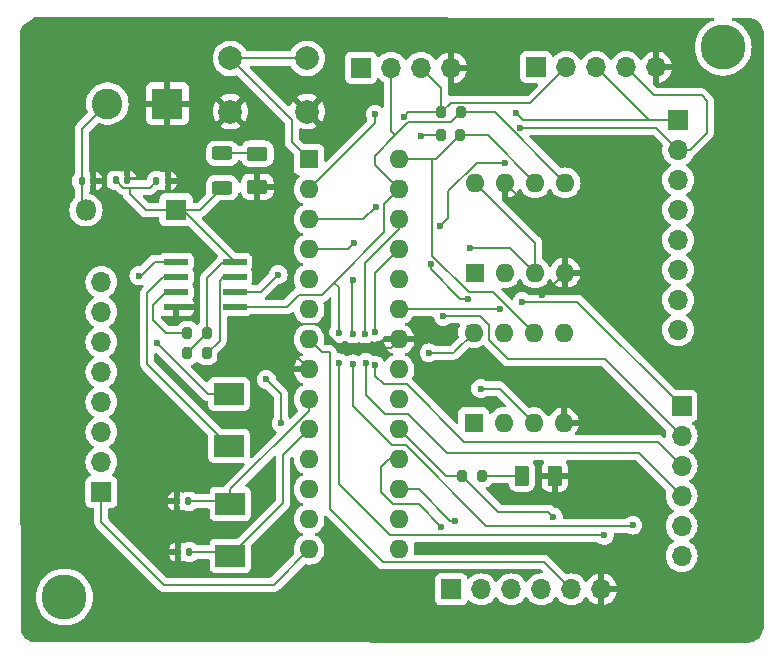
<source format=gbr>
%TF.GenerationSoftware,KiCad,Pcbnew,8.0.7*%
%TF.CreationDate,2025-04-27T20:59:36+03:00*%
%TF.ProjectId,data_logger_atmega_eeprom,64617461-5f6c-46f6-9767-65725f61746d,rev?*%
%TF.SameCoordinates,Original*%
%TF.FileFunction,Copper,L1,Top*%
%TF.FilePolarity,Positive*%
%FSLAX46Y46*%
G04 Gerber Fmt 4.6, Leading zero omitted, Abs format (unit mm)*
G04 Created by KiCad (PCBNEW 8.0.7) date 2025-04-27 20:59:36*
%MOMM*%
%LPD*%
G01*
G04 APERTURE LIST*
G04 Aperture macros list*
%AMRoundRect*
0 Rectangle with rounded corners*
0 $1 Rounding radius*
0 $2 $3 $4 $5 $6 $7 $8 $9 X,Y pos of 4 corners*
0 Add a 4 corners polygon primitive as box body*
4,1,4,$2,$3,$4,$5,$6,$7,$8,$9,$2,$3,0*
0 Add four circle primitives for the rounded corners*
1,1,$1+$1,$2,$3*
1,1,$1+$1,$4,$5*
1,1,$1+$1,$6,$7*
1,1,$1+$1,$8,$9*
0 Add four rect primitives between the rounded corners*
20,1,$1+$1,$2,$3,$4,$5,0*
20,1,$1+$1,$4,$5,$6,$7,0*
20,1,$1+$1,$6,$7,$8,$9,0*
20,1,$1+$1,$8,$9,$2,$3,0*%
G04 Aperture macros list end*
%TA.AperFunction,ComponentPad*%
%ADD10C,3.800000*%
%TD*%
%TA.AperFunction,ComponentPad*%
%ADD11R,2.600000X2.600000*%
%TD*%
%TA.AperFunction,ComponentPad*%
%ADD12C,2.600000*%
%TD*%
%TA.AperFunction,SMDPad,CuDef*%
%ADD13RoundRect,0.140000X-0.140000X-0.170000X0.140000X-0.170000X0.140000X0.170000X-0.140000X0.170000X0*%
%TD*%
%TA.AperFunction,ComponentPad*%
%ADD14R,1.700000X1.700000*%
%TD*%
%TA.AperFunction,ComponentPad*%
%ADD15O,1.700000X1.700000*%
%TD*%
%TA.AperFunction,SMDPad,CuDef*%
%ADD16RoundRect,0.250000X0.625000X-0.312500X0.625000X0.312500X-0.625000X0.312500X-0.625000X-0.312500X0*%
%TD*%
%TA.AperFunction,SMDPad,CuDef*%
%ADD17R,2.500000X1.900000*%
%TD*%
%TA.AperFunction,SMDPad,CuDef*%
%ADD18RoundRect,0.140000X0.140000X0.170000X-0.140000X0.170000X-0.140000X-0.170000X0.140000X-0.170000X0*%
%TD*%
%TA.AperFunction,SMDPad,CuDef*%
%ADD19RoundRect,0.250000X0.375000X0.625000X-0.375000X0.625000X-0.375000X-0.625000X0.375000X-0.625000X0*%
%TD*%
%TA.AperFunction,ComponentPad*%
%ADD20O,1.600000X1.600000*%
%TD*%
%TA.AperFunction,ComponentPad*%
%ADD21R,1.600000X1.600000*%
%TD*%
%TA.AperFunction,SMDPad,CuDef*%
%ADD22RoundRect,0.250000X0.625000X-0.375000X0.625000X0.375000X-0.625000X0.375000X-0.625000X-0.375000X0*%
%TD*%
%TA.AperFunction,SMDPad,CuDef*%
%ADD23RoundRect,0.073750X-0.911250X-0.221250X0.911250X-0.221250X0.911250X0.221250X-0.911250X0.221250X0*%
%TD*%
%TA.AperFunction,SMDPad,CuDef*%
%ADD24RoundRect,0.200000X0.200000X0.275000X-0.200000X0.275000X-0.200000X-0.275000X0.200000X-0.275000X0*%
%TD*%
%TA.AperFunction,ComponentPad*%
%ADD25R,1.800000X1.800000*%
%TD*%
%TA.AperFunction,ComponentPad*%
%ADD26O,1.800000X1.800000*%
%TD*%
%TA.AperFunction,SMDPad,CuDef*%
%ADD27RoundRect,0.200000X-0.200000X-0.275000X0.200000X-0.275000X0.200000X0.275000X-0.200000X0.275000X0*%
%TD*%
%TA.AperFunction,ComponentPad*%
%ADD28C,2.000000*%
%TD*%
%TA.AperFunction,ViaPad*%
%ADD29C,0.600000*%
%TD*%
%TA.AperFunction,Conductor*%
%ADD30C,0.200000*%
%TD*%
G04 APERTURE END LIST*
D10*
%TO.P,H2,1*%
%TO.N,N/C*%
X127180000Y-95810000D03*
%TD*%
%TO.P,H1,1*%
%TO.N,N/C*%
X182960000Y-49250000D03*
%TD*%
D11*
%TO.P,J7,1,Pin_1*%
%TO.N,GND*%
X135895000Y-54025000D03*
D12*
%TO.P,J7,2,Pin_2*%
%TO.N,Net-(D1-A)*%
X130815000Y-54025000D03*
%TD*%
D13*
%TO.P,C5,1*%
%TO.N,+5V*%
X134970000Y-60560000D03*
%TO.P,C5,2*%
%TO.N,GND*%
X135930000Y-60560000D03*
%TD*%
%TO.P,C4,1*%
%TO.N,+5V*%
X131530000Y-60520000D03*
%TO.P,C4,2*%
%TO.N,GND*%
X132490000Y-60520000D03*
%TD*%
%TO.P,C3,1*%
%TO.N,Net-(D1-A)*%
X128640000Y-60600000D03*
%TO.P,C3,2*%
%TO.N,GND*%
X129600000Y-60600000D03*
%TD*%
D14*
%TO.P,J1,1,Pin_1*%
%TO.N,SCL{slash}PC5*%
X152290000Y-50990000D03*
D15*
%TO.P,J1,2,Pin_2*%
%TO.N,SDA{slash}PC4*%
X154830000Y-50990000D03*
%TO.P,J1,3,Pin_3*%
%TO.N,+5V*%
X157370000Y-50990000D03*
%TO.P,J1,4,Pin_4*%
%TO.N,GND*%
X159910000Y-50990000D03*
%TD*%
D16*
%TO.P,R5,1*%
%TO.N,+5V*%
X140550000Y-61152500D03*
%TO.P,R5,2*%
%TO.N,Net-(D2-A)*%
X140550000Y-58227500D03*
%TD*%
D17*
%TO.P,Y2,2,2*%
%TO.N,Net-(U4-X1)*%
X141110000Y-78610000D03*
%TO.P,Y2,1,1*%
%TO.N,Net-(U4-X2)*%
X141110000Y-83010000D03*
%TD*%
D14*
%TO.P,J6,1,Pin_1*%
%TO.N,TX{slash}PD0*%
X179150000Y-55405000D03*
D15*
%TO.P,J6,2,Pin_2*%
%TO.N,RX{slash}PD1*%
X179150000Y-57945000D03*
%TO.P,J6,3,Pin_3*%
%TO.N,PD2*%
X179150000Y-60485000D03*
%TO.P,J6,4,Pin_4*%
%TO.N,PD3*%
X179150000Y-63025000D03*
%TO.P,J6,5,Pin_5*%
%TO.N,PD4*%
X179150000Y-65565000D03*
%TO.P,J6,6,Pin_6*%
%TO.N,PD5*%
X179150000Y-68105000D03*
%TO.P,J6,7,Pin_7*%
%TO.N,PD6*%
X179150000Y-70645000D03*
%TO.P,J6,8,Pin_8*%
%TO.N,PD7*%
X179150000Y-73185000D03*
%TD*%
D14*
%TO.P,J5,1,Pin_1*%
%TO.N,PB0*%
X130310000Y-86900000D03*
D15*
%TO.P,J5,2,Pin_2*%
%TO.N,PB1*%
X130310000Y-84360000D03*
%TO.P,J5,3,Pin_3*%
%TO.N,PB2*%
X130310000Y-81820000D03*
%TO.P,J5,4,Pin_4*%
%TO.N,MISO{slash}PB3*%
X130310000Y-79280000D03*
%TO.P,J5,5,Pin_5*%
%TO.N,MOSI{slash}PB4*%
X130310000Y-76740000D03*
%TO.P,J5,6,Pin_6*%
%TO.N,SCK{slash}PB5*%
X130310000Y-74200000D03*
%TO.P,J5,7,Pin_7*%
%TO.N,XTAL1{slash}PB6*%
X130310000Y-71660000D03*
%TO.P,J5,8,Pin_8*%
%TO.N,XTAL2{slash}PB7*%
X130310000Y-69120000D03*
%TD*%
D18*
%TO.P,C2,1*%
%TO.N,XTAL2{slash}PB7*%
X137770000Y-91990000D03*
%TO.P,C2,2*%
%TO.N,GND*%
X136810000Y-91990000D03*
%TD*%
D19*
%TO.P,D3,1,K*%
%TO.N,GND*%
X168710000Y-85550000D03*
%TO.P,D3,2,A*%
%TO.N,Net-(D3-A)*%
X165910000Y-85550000D03*
%TD*%
D20*
%TO.P,U2,8,VCC*%
%TO.N,+5V*%
X161820000Y-73410000D03*
%TO.P,U2,7,WP*%
%TO.N,GND*%
X164360000Y-73410000D03*
%TO.P,U2,6,SCL*%
%TO.N,SCL{slash}PC5*%
X166900000Y-73410000D03*
%TO.P,U2,5,SDA*%
%TO.N,SDA{slash}PC4*%
X169440000Y-73410000D03*
%TO.P,U2,4,GND*%
%TO.N,GND*%
X169440000Y-81030000D03*
%TO.P,U2,3,A2*%
%TO.N,+5V*%
X166900000Y-81030000D03*
%TO.P,U2,2,A1*%
%TO.N,EEPROM2{slash}PC3*%
X164360000Y-81030000D03*
D21*
%TO.P,U2,1,A0*%
%TO.N,EEPROM1{slash}PC2*%
X161820000Y-81030000D03*
%TD*%
D22*
%TO.P,D2,1,K*%
%TO.N,GND*%
X143510000Y-61070000D03*
%TO.P,D2,2,A*%
%TO.N,Net-(D2-A)*%
X143510000Y-58270000D03*
%TD*%
D14*
%TO.P,J3,1,Pin_1*%
%TO.N,unconnected-(J3-Pin_1-Pad1)*%
X159930000Y-95150000D03*
D15*
%TO.P,J3,2,Pin_2*%
%TO.N,SCK{slash}PB5*%
X162470000Y-95150000D03*
%TO.P,J3,3,Pin_3*%
%TO.N,MOSI{slash}PB4*%
X165010000Y-95150000D03*
%TO.P,J3,4,Pin_4*%
%TO.N,MISO{slash}PB3*%
X167550000Y-95150000D03*
%TO.P,J3,5,Pin_5*%
%TO.N,+5V*%
X170090000Y-95150000D03*
%TO.P,J3,6,Pin_6*%
%TO.N,GND*%
X172630000Y-95150000D03*
%TD*%
D21*
%TO.P,U3,1,A0*%
%TO.N,EEPROM1{slash}PC2*%
X161950000Y-68350000D03*
D20*
%TO.P,U3,2,A1*%
%TO.N,EEPROM2{slash}PC3*%
X164490000Y-68350000D03*
%TO.P,U3,3,A2*%
%TO.N,+5V*%
X167030000Y-68350000D03*
%TO.P,U3,4,GND*%
%TO.N,GND*%
X169570000Y-68350000D03*
%TO.P,U3,5,SDA*%
%TO.N,SDA{slash}PC4*%
X169570000Y-60730000D03*
%TO.P,U3,6,SCL*%
%TO.N,SCL{slash}PC5*%
X167030000Y-60730000D03*
%TO.P,U3,7,WP*%
%TO.N,GND*%
X164490000Y-60730000D03*
%TO.P,U3,8,VCC*%
%TO.N,+5V*%
X161950000Y-60730000D03*
%TD*%
D23*
%TO.P,U4,1,X1*%
%TO.N,Net-(U4-X1)*%
X136655000Y-67435000D03*
%TO.P,U4,2,X2*%
%TO.N,Net-(U4-X2)*%
X136655000Y-68705000D03*
%TO.P,U4,3,~{INTA}*%
%TO.N,Net-(U4-~{INTA})*%
X136655000Y-69975000D03*
%TO.P,U4,4,GND*%
%TO.N,GND*%
X136655000Y-71245000D03*
%TO.P,U4,5,SDA*%
%TO.N,SDA{slash}PC4*%
X141605000Y-71245000D03*
%TO.P,U4,6,SCL*%
%TO.N,SCL{slash}PC5*%
X141605000Y-69975000D03*
%TO.P,U4,7,SQW/~INT*%
%TO.N,Net-(U4-SQW{slash}~INT)*%
X141605000Y-68705000D03*
%TO.P,U4,8,VCC*%
%TO.N,+5V*%
X141605000Y-67435000D03*
%TD*%
D24*
%TO.P,R4,1*%
%TO.N,+5V*%
X139235000Y-73440000D03*
%TO.P,R4,2*%
%TO.N,Net-(U4-~{INTA})*%
X137585000Y-73440000D03*
%TD*%
D25*
%TO.P,D1,1,K*%
%TO.N,+5V*%
X136630000Y-63030000D03*
D26*
%TO.P,D1,2,A*%
%TO.N,Net-(D1-A)*%
X129010000Y-63030000D03*
%TD*%
D14*
%TO.P,J2,1,Pin_1*%
%TO.N,unconnected-(J2-Pin_1-Pad1)*%
X167110000Y-50940000D03*
D15*
%TO.P,J2,2,Pin_2*%
%TO.N,+5V*%
X169650000Y-50940000D03*
%TO.P,J2,3,Pin_3*%
%TO.N,TX{slash}PD0*%
X172190000Y-50940000D03*
%TO.P,J2,4,Pin_4*%
%TO.N,RX{slash}PD1*%
X174730000Y-50940000D03*
%TO.P,J2,5,Pin_5*%
%TO.N,GND*%
X177270000Y-50940000D03*
%TD*%
D27*
%TO.P,R3,1*%
%TO.N,+5V*%
X137575000Y-75180000D03*
%TO.P,R3,2*%
%TO.N,Net-(U4-SQW{slash}~INT)*%
X139225000Y-75180000D03*
%TD*%
D17*
%TO.P,Y1,1,1*%
%TO.N,XTAL2{slash}PB7*%
X141240000Y-92300000D03*
%TO.P,Y1,2,2*%
%TO.N,XTAL1{slash}PB6*%
X141240000Y-87900000D03*
%TD*%
D21*
%TO.P,U1,1,~{RESET}/PC6*%
%TO.N,Net-(U1-~{RESET}{slash}PC6)*%
X147890000Y-58740000D03*
D20*
%TO.P,U1,2,PD0*%
%TO.N,TX{slash}PD0*%
X147890000Y-61280000D03*
%TO.P,U1,3,PD1*%
%TO.N,RX{slash}PD1*%
X147890000Y-63820000D03*
%TO.P,U1,4,PD2*%
%TO.N,PD2*%
X147890000Y-66360000D03*
%TO.P,U1,5,PD3*%
%TO.N,PD3*%
X147890000Y-68900000D03*
%TO.P,U1,6,PD4*%
%TO.N,PD4*%
X147890000Y-71440000D03*
%TO.P,U1,7,VCC*%
%TO.N,+5V*%
X147890000Y-73980000D03*
%TO.P,U1,8,GND*%
%TO.N,GND*%
X147890000Y-76520000D03*
%TO.P,U1,9,XTAL1/PB6*%
%TO.N,XTAL1{slash}PB6*%
X147890000Y-79060000D03*
%TO.P,U1,10,XTAL2/PB7*%
%TO.N,XTAL2{slash}PB7*%
X147890000Y-81600000D03*
%TO.P,U1,11,PD5*%
%TO.N,PD5*%
X147890000Y-84140000D03*
%TO.P,U1,12,PD6*%
%TO.N,PD6*%
X147890000Y-86680000D03*
%TO.P,U1,13,PD7*%
%TO.N,PD7*%
X147890000Y-89220000D03*
%TO.P,U1,14,PB0*%
%TO.N,PB0*%
X147890000Y-91760000D03*
%TO.P,U1,15,PB1*%
%TO.N,PB1*%
X155510000Y-91760000D03*
%TO.P,U1,16,PB2*%
%TO.N,PB2*%
X155510000Y-89220000D03*
%TO.P,U1,17,PB3*%
%TO.N,MISO{slash}PB3*%
X155510000Y-86680000D03*
%TO.P,U1,18,PB4*%
%TO.N,MOSI{slash}PB4*%
X155510000Y-84140000D03*
%TO.P,U1,19,PB5*%
%TO.N,SCK{slash}PB5*%
X155510000Y-81600000D03*
%TO.P,U1,20,AVCC*%
%TO.N,unconnected-(U1-AVCC-Pad20)*%
X155510000Y-79060000D03*
%TO.P,U1,21,AREF*%
%TO.N,unconnected-(U1-AREF-Pad21)*%
X155510000Y-76520000D03*
%TO.P,U1,22,GND*%
%TO.N,GND*%
X155510000Y-73980000D03*
%TO.P,U1,23,PC0*%
%TO.N,PC0*%
X155510000Y-71440000D03*
%TO.P,U1,24,PC1*%
%TO.N,PC1*%
X155510000Y-68900000D03*
%TO.P,U1,25,PC2*%
%TO.N,EEPROM1{slash}PC2*%
X155510000Y-66360000D03*
%TO.P,U1,26,PC3*%
%TO.N,EEPROM2{slash}PC3*%
X155510000Y-63820000D03*
%TO.P,U1,27,PC4*%
%TO.N,SDA{slash}PC4*%
X155510000Y-61280000D03*
%TO.P,U1,28,PC5*%
%TO.N,SCL{slash}PC5*%
X155510000Y-58740000D03*
%TD*%
D18*
%TO.P,C1,1*%
%TO.N,XTAL1{slash}PB6*%
X137680000Y-87700000D03*
%TO.P,C1,2*%
%TO.N,GND*%
X136720000Y-87700000D03*
%TD*%
D14*
%TO.P,J4,1,Pin_1*%
%TO.N,PC0*%
X179430000Y-79610000D03*
D15*
%TO.P,J4,2,Pin_2*%
%TO.N,PC1*%
X179430000Y-82150000D03*
%TO.P,J4,3,Pin_3*%
%TO.N,EEPROM1{slash}PC2*%
X179430000Y-84690000D03*
%TO.P,J4,4,Pin_4*%
%TO.N,EEPROM2{slash}PC3*%
X179430000Y-87230000D03*
%TO.P,J4,5,Pin_5*%
%TO.N,SDA{slash}PC4*%
X179430000Y-89770000D03*
%TO.P,J4,6,Pin_6*%
%TO.N,SCL{slash}PC5*%
X179430000Y-92310000D03*
%TD*%
D24*
%TO.P,R2,1*%
%TO.N,SCL{slash}PC5*%
X160685000Y-56710000D03*
%TO.P,R2,2*%
%TO.N,+5V*%
X159035000Y-56710000D03*
%TD*%
D27*
%TO.P,R6,1*%
%TO.N,SCK{slash}PB5*%
X160875000Y-85560000D03*
%TO.P,R6,2*%
%TO.N,Net-(D3-A)*%
X162525000Y-85560000D03*
%TD*%
D24*
%TO.P,R1,1*%
%TO.N,SDA{slash}PC4*%
X160745000Y-54760000D03*
%TO.P,R1,2*%
%TO.N,+5V*%
X159095000Y-54760000D03*
%TD*%
D28*
%TO.P,SW1,1,1*%
%TO.N,Net-(U1-~{RESET}{slash}PC6)*%
X141230000Y-50200000D03*
X147730000Y-50200000D03*
%TO.P,SW1,2,2*%
%TO.N,GND*%
X141230000Y-54700000D03*
X147730000Y-54700000D03*
%TD*%
D29*
%TO.N,SDA{slash}PC4*%
X172880000Y-90580000D03*
%TO.N,+5V*%
X161535735Y-66244265D03*
X158185735Y-67634265D03*
X161320000Y-70594643D03*
X158060000Y-75130000D03*
X162430000Y-78150000D03*
%TO.N,GND*%
X167630000Y-70190000D03*
X167490000Y-77170000D03*
X143780000Y-72290000D03*
X143780000Y-64760000D03*
%TO.N,SCL{slash}PC5*%
X175290000Y-89720000D03*
%TO.N,SCK{slash}PB5*%
X168570000Y-89010000D03*
%TO.N,MOSI{slash}PB4*%
X159059265Y-89839265D03*
%TO.N,MISO{slash}PB3*%
X160210000Y-89370000D03*
%TO.N,SDA{slash}PC4*%
X150390000Y-73470000D03*
X150460000Y-75970000D03*
%TO.N,SCL{slash}PC5*%
X151600000Y-73530000D03*
X151600000Y-69000000D03*
X151600000Y-76070000D03*
%TO.N,EEPROM2{slash}PC3*%
X152660000Y-73530000D03*
X152680000Y-75960000D03*
%TO.N,EEPROM1{slash}PC2*%
X153500000Y-73380000D03*
X153500000Y-76180000D03*
%TO.N,PC1*%
X159240000Y-72040000D03*
%TO.N,PC0*%
X164020000Y-71440000D03*
X165930000Y-70790000D03*
%TO.N,PD2*%
X151690000Y-65820000D03*
X159000000Y-64420000D03*
X164490000Y-59038530D03*
%TO.N,RX{slash}PD1*%
X153540000Y-62760000D03*
X165760000Y-56071470D03*
%TO.N,TX{slash}PD0*%
X153490000Y-54930000D03*
X165420000Y-54840000D03*
%TO.N,Net-(U4-X1)*%
X135060000Y-74320000D03*
X133480000Y-68590000D03*
%TO.N,XTAL2{slash}PB7*%
X145540000Y-81100000D03*
X144270000Y-77380000D03*
%TO.N,SCL{slash}PC5*%
X145280000Y-68500000D03*
%TO.N,+5V*%
X157410000Y-56740000D03*
X155890000Y-55160000D03*
%TD*%
D30*
%TO.N,SDA{slash}PC4*%
X154780000Y-90580000D02*
X150460000Y-86260000D01*
X150460000Y-86260000D02*
X150460000Y-75970000D01*
X172880000Y-90580000D02*
X154780000Y-90580000D01*
%TO.N,+5V*%
X160714643Y-70594643D02*
X161320000Y-70594643D01*
X158185735Y-68065735D02*
X160714643Y-70594643D01*
X158185735Y-67634265D02*
X158185735Y-68065735D01*
X164924265Y-66244265D02*
X167030000Y-68350000D01*
X161535735Y-66244265D02*
X164924265Y-66244265D01*
X167030000Y-65810000D02*
X161950000Y-60730000D01*
X167030000Y-68350000D02*
X167030000Y-65810000D01*
X160100000Y-75130000D02*
X158060000Y-75130000D01*
X160150000Y-75080000D02*
X160100000Y-75130000D01*
X164020000Y-78150000D02*
X162430000Y-78150000D01*
X166900000Y-81030000D02*
X164020000Y-78150000D01*
%TO.N,GND*%
X167730000Y-70190000D02*
X169570000Y-68350000D01*
X167630000Y-70190000D02*
X167730000Y-70190000D01*
X169440000Y-79120000D02*
X167490000Y-77170000D01*
X169440000Y-81030000D02*
X169440000Y-79120000D01*
X143510000Y-64490000D02*
X143510000Y-61070000D01*
X143780000Y-64760000D02*
X143510000Y-64490000D01*
X143780000Y-72410000D02*
X143780000Y-72290000D01*
X147890000Y-76520000D02*
X143780000Y-72410000D01*
X147070000Y-72700000D02*
X146400000Y-73370000D01*
X150630000Y-74680000D02*
X148650000Y-72700000D01*
X146400000Y-73370000D02*
X146400000Y-75030000D01*
X154810000Y-74680000D02*
X150630000Y-74680000D01*
X148650000Y-72700000D02*
X147070000Y-72700000D01*
X155510000Y-73980000D02*
X154810000Y-74680000D01*
X146400000Y-75030000D02*
X147890000Y-76520000D01*
X169570000Y-65810000D02*
X169570000Y-68350000D01*
X164490000Y-60730000D02*
X169570000Y-65810000D01*
%TO.N,PB0*%
X144900000Y-94750000D02*
X147890000Y-91760000D01*
X135580000Y-94750000D02*
X144900000Y-94750000D01*
X130310000Y-89480000D02*
X135580000Y-94750000D01*
X130310000Y-86900000D02*
X130310000Y-89480000D01*
%TO.N,SCL{slash}PC5*%
X175240000Y-89770000D02*
X175290000Y-89720000D01*
X162890000Y-89770000D02*
X175240000Y-89770000D01*
%TO.N,SCK{slash}PB5*%
X168570000Y-89010000D02*
X168140000Y-88580000D01*
X168140000Y-88580000D02*
X163895000Y-88580000D01*
X163895000Y-88580000D02*
X160875000Y-85560000D01*
%TO.N,MOSI{slash}PB4*%
X153980000Y-84830000D02*
X154670000Y-84140000D01*
X153980000Y-86920000D02*
X153980000Y-84830000D01*
X155000000Y-87940000D02*
X153980000Y-86920000D01*
X154670000Y-84140000D02*
X155510000Y-84140000D01*
X159059265Y-89839265D02*
X157160000Y-87940000D01*
X157160000Y-87940000D02*
X155000000Y-87940000D01*
%TO.N,MISO{slash}PB3*%
X159860000Y-89370000D02*
X157170000Y-86680000D01*
X160210000Y-89370000D02*
X159860000Y-89370000D01*
X157170000Y-86680000D02*
X155510000Y-86680000D01*
%TO.N,+5V*%
X149650000Y-88350000D02*
X149650000Y-75080000D01*
X167070000Y-92860000D02*
X154160000Y-92860000D01*
X167090000Y-92840000D02*
X167070000Y-92860000D01*
X167780000Y-92840000D02*
X167090000Y-92840000D01*
X170090000Y-95150000D02*
X167780000Y-92840000D01*
X154160000Y-92860000D02*
X149650000Y-88350000D01*
X148990000Y-75080000D02*
X149650000Y-75080000D01*
%TO.N,RX{slash}PD1*%
X181570000Y-53770000D02*
X181570000Y-56500000D01*
X180125000Y-57945000D02*
X179150000Y-57945000D01*
X181130000Y-53330000D02*
X181570000Y-53770000D01*
X177120000Y-53330000D02*
X181130000Y-53330000D01*
X181570000Y-56500000D02*
X180125000Y-57945000D01*
X174730000Y-50940000D02*
X177120000Y-53330000D01*
%TO.N,TX{slash}PD0*%
X176655000Y-55405000D02*
X179150000Y-55405000D01*
X172190000Y-50940000D02*
X176655000Y-55405000D01*
%TO.N,SCL{slash}PC5*%
X154930000Y-82940000D02*
X151600000Y-79610000D01*
X151600000Y-79610000D02*
X151600000Y-76070000D01*
X156060000Y-82940000D02*
X154930000Y-82940000D01*
X162890000Y-89770000D02*
X156060000Y-82940000D01*
%TO.N,SDA{slash}PC4*%
X150390000Y-69590000D02*
X149995000Y-69195000D01*
X150390000Y-73470000D02*
X150390000Y-69590000D01*
X149995000Y-69195000D02*
X154269999Y-64920000D01*
X148969999Y-70220000D02*
X149995000Y-69195000D01*
%TO.N,SCL{slash}PC5*%
X151560000Y-73490000D02*
X151560000Y-69040000D01*
X151600000Y-73530000D02*
X151560000Y-73490000D01*
X151560000Y-69040000D02*
X151600000Y-69000000D01*
%TO.N,EEPROM2{slash}PC3*%
X152650000Y-67490000D02*
X155510000Y-64630000D01*
X152650000Y-73520000D02*
X152650000Y-67490000D01*
X152660000Y-73530000D02*
X152650000Y-73520000D01*
X155510000Y-64630000D02*
X155510000Y-63820000D01*
X175840000Y-83640000D02*
X179430000Y-87230000D01*
X159590000Y-83640000D02*
X175840000Y-83640000D01*
X156250000Y-80300000D02*
X159590000Y-83640000D01*
X152680000Y-78680000D02*
X154300000Y-80300000D01*
X152680000Y-75960000D02*
X152680000Y-78680000D01*
X154300000Y-80300000D02*
X156250000Y-80300000D01*
%TO.N,EEPROM1{slash}PC2*%
X177420000Y-82680000D02*
X179430000Y-84690000D01*
X156150000Y-77800000D02*
X161030000Y-82680000D01*
X154220000Y-77800000D02*
X156150000Y-77800000D01*
X153500000Y-77080000D02*
X154220000Y-77800000D01*
X153500000Y-76180000D02*
X153500000Y-77080000D01*
X161030000Y-82680000D02*
X177420000Y-82680000D01*
X153470000Y-73350000D02*
X153470000Y-68400000D01*
X153500000Y-73380000D02*
X153470000Y-73350000D01*
X153470000Y-68400000D02*
X155510000Y-66360000D01*
%TO.N,+5V*%
X160150000Y-75080000D02*
X161820000Y-73410000D01*
X147890000Y-73980000D02*
X148990000Y-75080000D01*
%TO.N,PC1*%
X163130000Y-72810000D02*
X162360000Y-72040000D01*
X162360000Y-72040000D02*
X159240000Y-72040000D01*
X172940000Y-75660000D02*
X164714365Y-75660000D01*
X164714365Y-75660000D02*
X163130000Y-74075635D01*
X179430000Y-82150000D02*
X172940000Y-75660000D01*
X163130000Y-74075635D02*
X163130000Y-72810000D01*
%TO.N,PC0*%
X170610000Y-70790000D02*
X165930000Y-70790000D01*
X164020000Y-71440000D02*
X155510000Y-71440000D01*
X179430000Y-79610000D02*
X170610000Y-70790000D01*
%TO.N,PD2*%
X162085835Y-59038530D02*
X164490000Y-59038530D01*
X159670000Y-61454365D02*
X162085835Y-59038530D01*
X159000000Y-64420000D02*
X159670000Y-63750000D01*
X159670000Y-63750000D02*
X159670000Y-61454365D01*
X151150000Y-66360000D02*
X147890000Y-66360000D01*
X151690000Y-65820000D02*
X151150000Y-66360000D01*
%TO.N,RX{slash}PD1*%
X152480000Y-63820000D02*
X147890000Y-63820000D01*
X153540000Y-62760000D02*
X152480000Y-63820000D01*
X177276470Y-56071470D02*
X165760000Y-56071470D01*
X179150000Y-57945000D02*
X177276470Y-56071470D01*
%TO.N,TX{slash}PD0*%
X153490000Y-55680000D02*
X147890000Y-61280000D01*
X153490000Y-54930000D02*
X153490000Y-55680000D01*
X165985000Y-55405000D02*
X165420000Y-54840000D01*
X179150000Y-55405000D02*
X165985000Y-55405000D01*
%TO.N,Net-(U4-X1)*%
X134825000Y-67435000D02*
X136655000Y-67435000D01*
X133670000Y-68590000D02*
X134825000Y-67435000D01*
X133480000Y-68590000D02*
X133670000Y-68590000D01*
X139350000Y-78610000D02*
X135060000Y-74320000D01*
X141110000Y-78610000D02*
X139350000Y-78610000D01*
%TO.N,XTAL2{slash}PB7*%
X145540000Y-78650000D02*
X145540000Y-81100000D01*
X144270000Y-77380000D02*
X145540000Y-78650000D01*
%TO.N,Net-(U1-~{RESET}{slash}PC6)*%
X141230000Y-50200000D02*
X147730000Y-50200000D01*
X146430000Y-55400000D02*
X141230000Y-50200000D01*
X146430000Y-57280000D02*
X146430000Y-55400000D01*
X147890000Y-58740000D02*
X146430000Y-57280000D01*
%TO.N,SCL{slash}PC5*%
X143805000Y-69975000D02*
X145280000Y-68500000D01*
X141605000Y-69975000D02*
X143805000Y-69975000D01*
%TO.N,SDA{slash}PC4*%
X154830000Y-56360000D02*
X155185000Y-56715000D01*
X154830000Y-50990000D02*
X154830000Y-56360000D01*
X156310000Y-55590000D02*
X155185000Y-56715000D01*
X155185000Y-56715000D02*
X153470000Y-58430000D01*
%TO.N,Net-(U4-~{INTA})*%
X134640000Y-71100000D02*
X135765000Y-69975000D01*
X135765000Y-69975000D02*
X136655000Y-69975000D01*
X135760000Y-73440000D02*
X134640000Y-72320000D01*
X137585000Y-73440000D02*
X135760000Y-73440000D01*
X134640000Y-72320000D02*
X134640000Y-71100000D01*
%TO.N,Net-(U4-X2)*%
X135555000Y-68705000D02*
X136655000Y-68705000D01*
X134200000Y-70060000D02*
X135555000Y-68705000D01*
X134200000Y-76100000D02*
X134200000Y-70060000D01*
X141110000Y-83010000D02*
X134200000Y-76100000D01*
%TO.N,SDA{slash}PC4*%
X154269999Y-62520001D02*
X155510000Y-61280000D01*
X147020000Y-70220000D02*
X148969999Y-70220000D01*
X145995000Y-71245000D02*
X147020000Y-70220000D01*
X141605000Y-71245000D02*
X145995000Y-71245000D01*
X154269999Y-64920000D02*
X154269999Y-62520001D01*
%TO.N,+5V*%
X140620000Y-67435000D02*
X141605000Y-67435000D01*
X139235000Y-68820000D02*
X140620000Y-67435000D01*
X139235000Y-73440000D02*
X139235000Y-68820000D01*
X137575000Y-75100000D02*
X139235000Y-73440000D01*
X137575000Y-75180000D02*
X137575000Y-75100000D01*
%TO.N,Net-(U4-~{INTA})*%
X137105000Y-69975000D02*
X136655000Y-69975000D01*
%TO.N,Net-(U4-SQW{slash}~INT)*%
X140620000Y-68705000D02*
X141605000Y-68705000D01*
X140320000Y-69005000D02*
X140620000Y-68705000D01*
X140320000Y-74085000D02*
X140320000Y-69005000D01*
X139225000Y-75180000D02*
X140320000Y-74085000D01*
%TO.N,XTAL1{slash}PB6*%
X147434365Y-80500000D02*
X147440000Y-80500000D01*
X141240000Y-86694365D02*
X147434365Y-80500000D01*
X147440000Y-80500000D02*
X147890000Y-80050000D01*
X147890000Y-80050000D02*
X147890000Y-79060000D01*
X141240000Y-87900000D02*
X141240000Y-86694365D01*
%TO.N,XTAL2{slash}PB7*%
X145720000Y-83770000D02*
X147890000Y-81600000D01*
X145720000Y-87820000D02*
X145720000Y-83770000D01*
X141240000Y-92300000D02*
X145720000Y-87820000D01*
X140930000Y-91990000D02*
X141240000Y-92300000D01*
X137770000Y-91990000D02*
X140930000Y-91990000D01*
%TO.N,XTAL1{slash}PB6*%
X141040000Y-87700000D02*
X141240000Y-87900000D01*
X137680000Y-87700000D02*
X141040000Y-87700000D01*
%TO.N,Net-(D3-A)*%
X165900000Y-85560000D02*
X165910000Y-85550000D01*
X162525000Y-85560000D02*
X165900000Y-85560000D01*
%TO.N,SCK{slash}PB5*%
X159470000Y-85560000D02*
X155510000Y-81600000D01*
X160875000Y-85560000D02*
X159470000Y-85560000D01*
%TO.N,+5V*%
X161290000Y-72880000D02*
X161820000Y-73410000D01*
X166605000Y-53985000D02*
X169650000Y-50940000D01*
X159095000Y-54760000D02*
X159870000Y-53985000D01*
X159870000Y-53985000D02*
X166605000Y-53985000D01*
X159095000Y-52715000D02*
X157370000Y-50990000D01*
X159095000Y-54760000D02*
X159095000Y-52715000D01*
X156290000Y-54760000D02*
X159095000Y-54760000D01*
X155890000Y-55160000D02*
X156290000Y-54760000D01*
X157440000Y-56710000D02*
X157410000Y-56740000D01*
X159035000Y-56710000D02*
X157440000Y-56710000D01*
%TO.N,SCL{slash}PC5*%
X161400000Y-70000000D02*
X158300000Y-66900000D01*
X158300000Y-66900000D02*
X158300000Y-58740000D01*
X158300000Y-58740000D02*
X155510000Y-58740000D01*
X163490000Y-70000000D02*
X161400000Y-70000000D01*
X158655000Y-58740000D02*
X158300000Y-58740000D01*
X166900000Y-73410000D02*
X163490000Y-70000000D01*
%TO.N,SDA{slash}PC4*%
X163600000Y-54760000D02*
X160745000Y-54760000D01*
X169570000Y-60730000D02*
X163600000Y-54760000D01*
%TO.N,SCL{slash}PC5*%
X163010000Y-56710000D02*
X160685000Y-56710000D01*
X167030000Y-60730000D02*
X163010000Y-56710000D01*
%TO.N,SDA{slash}PC4*%
X153470000Y-59240000D02*
X155510000Y-61280000D01*
X153470000Y-58430000D02*
X153470000Y-59240000D01*
X159915000Y-55590000D02*
X156310000Y-55590000D01*
X160745000Y-54760000D02*
X159915000Y-55590000D01*
%TO.N,SCL{slash}PC5*%
X160685000Y-56710000D02*
X158655000Y-58740000D01*
%TO.N,+5V*%
X137200000Y-63030000D02*
X141605000Y-67435000D01*
X136630000Y-63030000D02*
X137200000Y-63030000D01*
%TO.N,Net-(D2-A)*%
X143467500Y-58227500D02*
X143510000Y-58270000D01*
X140550000Y-58227500D02*
X143467500Y-58227500D01*
%TO.N,+5V*%
X138672500Y-63030000D02*
X140550000Y-61152500D01*
X136630000Y-63030000D02*
X138672500Y-63030000D01*
X132720000Y-61686134D02*
X132720000Y-61130000D01*
X134063866Y-63030000D02*
X132720000Y-61686134D01*
X136630000Y-63030000D02*
X134063866Y-63030000D01*
X132720000Y-61130000D02*
X134400000Y-61130000D01*
X132140000Y-61130000D02*
X132720000Y-61130000D01*
X134400000Y-61130000D02*
X134970000Y-60560000D01*
X131530000Y-60520000D02*
X132140000Y-61130000D01*
%TO.N,Net-(D1-A)*%
X128640000Y-62660000D02*
X129010000Y-63030000D01*
X128640000Y-60600000D02*
X128640000Y-62660000D01*
X128640000Y-56200000D02*
X128640000Y-60600000D01*
X130815000Y-54025000D02*
X128640000Y-56200000D01*
%TD*%
%TA.AperFunction,Conductor*%
%TO.N,GND*%
G36*
X146545087Y-71646662D02*
G01*
X146601020Y-71688533D01*
X146621529Y-71730751D01*
X146663258Y-71886488D01*
X146663261Y-71886497D01*
X146759431Y-72092732D01*
X146759432Y-72092734D01*
X146889954Y-72279141D01*
X147050858Y-72440045D01*
X147085784Y-72464500D01*
X147237266Y-72570568D01*
X147275850Y-72588560D01*
X147295275Y-72597618D01*
X147347714Y-72643791D01*
X147366866Y-72710984D01*
X147346650Y-72777865D01*
X147295275Y-72822382D01*
X147237267Y-72849431D01*
X147237265Y-72849432D01*
X147050858Y-72979954D01*
X146889954Y-73140858D01*
X146759432Y-73327265D01*
X146759431Y-73327267D01*
X146663261Y-73533502D01*
X146663258Y-73533511D01*
X146604366Y-73753302D01*
X146604364Y-73753313D01*
X146584532Y-73979998D01*
X146584532Y-73980001D01*
X146604364Y-74206686D01*
X146604366Y-74206697D01*
X146663258Y-74426488D01*
X146663261Y-74426497D01*
X146759431Y-74632732D01*
X146759432Y-74632734D01*
X146889954Y-74819141D01*
X147050858Y-74980045D01*
X147050861Y-74980047D01*
X147237266Y-75110568D01*
X147295865Y-75137893D01*
X147348305Y-75184065D01*
X147367457Y-75251258D01*
X147347242Y-75318139D01*
X147295867Y-75362657D01*
X147237515Y-75389867D01*
X147051179Y-75520342D01*
X146890342Y-75681179D01*
X146759865Y-75867517D01*
X146663734Y-76073673D01*
X146663730Y-76073682D01*
X146611127Y-76269999D01*
X146611128Y-76270000D01*
X147574314Y-76270000D01*
X147569920Y-76274394D01*
X147517259Y-76365606D01*
X147490000Y-76467339D01*
X147490000Y-76572661D01*
X147517259Y-76674394D01*
X147569920Y-76765606D01*
X147574314Y-76770000D01*
X146611128Y-76770000D01*
X146663730Y-76966317D01*
X146663734Y-76966326D01*
X146759865Y-77172482D01*
X146890342Y-77358820D01*
X147051179Y-77519657D01*
X147237518Y-77650134D01*
X147237520Y-77650135D01*
X147295865Y-77677342D01*
X147348305Y-77723514D01*
X147367457Y-77790707D01*
X147347242Y-77857589D01*
X147295867Y-77902105D01*
X147237268Y-77929431D01*
X147237264Y-77929433D01*
X147050858Y-78059954D01*
X146889954Y-78220858D01*
X146759432Y-78407265D01*
X146759431Y-78407267D01*
X146663261Y-78613502D01*
X146663258Y-78613511D01*
X146604366Y-78833302D01*
X146604364Y-78833313D01*
X146584532Y-79059998D01*
X146584532Y-79060001D01*
X146604364Y-79286686D01*
X146604366Y-79286697D01*
X146663258Y-79506488D01*
X146663261Y-79506497D01*
X146759431Y-79712732D01*
X146759432Y-79712734D01*
X146889951Y-79899137D01*
X146889952Y-79899138D01*
X146889953Y-79899139D01*
X146950291Y-79959477D01*
X146983775Y-80020798D01*
X146978791Y-80090490D01*
X146950290Y-80134838D01*
X146402310Y-80682818D01*
X146340987Y-80716303D01*
X146271295Y-80711319D01*
X146215362Y-80669447D01*
X146209636Y-80661110D01*
X146171208Y-80599954D01*
X146169816Y-80597738D01*
X146169815Y-80597737D01*
X146167550Y-80594896D01*
X146166659Y-80592713D01*
X146166112Y-80591843D01*
X146166264Y-80591747D01*
X146141144Y-80530209D01*
X146140500Y-80517587D01*
X146140500Y-78570943D01*
X146140499Y-78570939D01*
X146126226Y-78517670D01*
X146126226Y-78517669D01*
X146099577Y-78418215D01*
X146099575Y-78418212D01*
X146099575Y-78418210D01*
X146099574Y-78418209D01*
X146065723Y-78359578D01*
X146065721Y-78359576D01*
X146065719Y-78359573D01*
X146020520Y-78281284D01*
X145908716Y-78169480D01*
X145908715Y-78169479D01*
X145904385Y-78165149D01*
X145904374Y-78165139D01*
X145100700Y-77361465D01*
X145067215Y-77300142D01*
X145065163Y-77287686D01*
X145055368Y-77200745D01*
X144995789Y-77030478D01*
X144899816Y-76877738D01*
X144772262Y-76750184D01*
X144619523Y-76654211D01*
X144449254Y-76594631D01*
X144449249Y-76594630D01*
X144270004Y-76574435D01*
X144269996Y-76574435D01*
X144090750Y-76594630D01*
X144090745Y-76594631D01*
X143920476Y-76654211D01*
X143767737Y-76750184D01*
X143640184Y-76877737D01*
X143544211Y-77030476D01*
X143484631Y-77200745D01*
X143484630Y-77200750D01*
X143464435Y-77379996D01*
X143464435Y-77380003D01*
X143484630Y-77559249D01*
X143484631Y-77559254D01*
X143544211Y-77729523D01*
X143623641Y-77855934D01*
X143640184Y-77882262D01*
X143767738Y-78009816D01*
X143920478Y-78105789D01*
X144090745Y-78165368D01*
X144177669Y-78175161D01*
X144242080Y-78202226D01*
X144251465Y-78210700D01*
X144903181Y-78862416D01*
X144936666Y-78923739D01*
X144939500Y-78950097D01*
X144939500Y-80517587D01*
X144919815Y-80584626D01*
X144912450Y-80594896D01*
X144910186Y-80597734D01*
X144814211Y-80750476D01*
X144754631Y-80920745D01*
X144754630Y-80920750D01*
X144734435Y-81099996D01*
X144734435Y-81100003D01*
X144754630Y-81279249D01*
X144754631Y-81279254D01*
X144814211Y-81449523D01*
X144910184Y-81602262D01*
X145037739Y-81729817D01*
X145101110Y-81769636D01*
X145147400Y-81821971D01*
X145158048Y-81891024D01*
X145129673Y-81954872D01*
X145122818Y-81962310D01*
X143072180Y-84012948D01*
X143010857Y-84046433D01*
X142941165Y-84041449D01*
X142885232Y-83999577D01*
X142860815Y-83934113D01*
X142860499Y-83925293D01*
X142860499Y-82012128D01*
X142854091Y-81952517D01*
X142839947Y-81914596D01*
X142803797Y-81817671D01*
X142803793Y-81817664D01*
X142717547Y-81702455D01*
X142717544Y-81702452D01*
X142602335Y-81616206D01*
X142602328Y-81616202D01*
X142467482Y-81565908D01*
X142467483Y-81565908D01*
X142407883Y-81559501D01*
X142407881Y-81559500D01*
X142407873Y-81559500D01*
X142407865Y-81559500D01*
X140560098Y-81559500D01*
X140493059Y-81539815D01*
X140472417Y-81523181D01*
X134836819Y-75887583D01*
X134803334Y-75826260D01*
X134800500Y-75799902D01*
X134800500Y-75235082D01*
X134820185Y-75168043D01*
X134872989Y-75122288D01*
X134938378Y-75111861D01*
X134967668Y-75115161D01*
X135032080Y-75142226D01*
X135041465Y-75150700D01*
X138865139Y-78974374D01*
X138865149Y-78974385D01*
X138869479Y-78978715D01*
X138869480Y-78978716D01*
X138981284Y-79090520D01*
X139056144Y-79133739D01*
X139068095Y-79140639D01*
X139068097Y-79140641D01*
X139083698Y-79149648D01*
X139118215Y-79169577D01*
X139267595Y-79209603D01*
X139327255Y-79245967D01*
X139357784Y-79308814D01*
X139359501Y-79329377D01*
X139359501Y-79607876D01*
X139365908Y-79667483D01*
X139416202Y-79802328D01*
X139416206Y-79802335D01*
X139502452Y-79917544D01*
X139502455Y-79917547D01*
X139617664Y-80003793D01*
X139617671Y-80003797D01*
X139752517Y-80054091D01*
X139752516Y-80054091D01*
X139759444Y-80054835D01*
X139812127Y-80060500D01*
X142407872Y-80060499D01*
X142467483Y-80054091D01*
X142602331Y-80003796D01*
X142717546Y-79917546D01*
X142803796Y-79802331D01*
X142854091Y-79667483D01*
X142860500Y-79607873D01*
X142860499Y-77612128D01*
X142854091Y-77552517D01*
X142852965Y-77549499D01*
X142803797Y-77417671D01*
X142803793Y-77417664D01*
X142717547Y-77302455D01*
X142717544Y-77302452D01*
X142602335Y-77216206D01*
X142602328Y-77216202D01*
X142467482Y-77165908D01*
X142467483Y-77165908D01*
X142407883Y-77159501D01*
X142407881Y-77159500D01*
X142407873Y-77159500D01*
X142407864Y-77159500D01*
X139812129Y-77159500D01*
X139812123Y-77159501D01*
X139752516Y-77165908D01*
X139617671Y-77216202D01*
X139617664Y-77216206D01*
X139502455Y-77302452D01*
X139502452Y-77302455D01*
X139416206Y-77417664D01*
X139416202Y-77417671D01*
X139372443Y-77534997D01*
X139330572Y-77590931D01*
X139265108Y-77615348D01*
X139196835Y-77600496D01*
X139168580Y-77579345D01*
X137922296Y-76333061D01*
X137888811Y-76271738D01*
X137893795Y-76202046D01*
X137935667Y-76146113D01*
X137973082Y-76126997D01*
X138064606Y-76098478D01*
X138210185Y-76010472D01*
X138219912Y-76000745D01*
X138312319Y-75908339D01*
X138373642Y-75874854D01*
X138443334Y-75879838D01*
X138487681Y-75908339D01*
X138589811Y-76010469D01*
X138589813Y-76010470D01*
X138589815Y-76010472D01*
X138735394Y-76098478D01*
X138897804Y-76149086D01*
X138968384Y-76155500D01*
X138968387Y-76155500D01*
X139481613Y-76155500D01*
X139481616Y-76155500D01*
X139552196Y-76149086D01*
X139714606Y-76098478D01*
X139860185Y-76010472D01*
X139980472Y-75890185D01*
X140068478Y-75744606D01*
X140119086Y-75582196D01*
X140125500Y-75511616D01*
X140125500Y-75180096D01*
X140145185Y-75113057D01*
X140161815Y-75092419D01*
X140678506Y-74575727D01*
X140678511Y-74575724D01*
X140688714Y-74565520D01*
X140688716Y-74565520D01*
X140800520Y-74453716D01*
X140855505Y-74358478D01*
X140879577Y-74316785D01*
X140920501Y-74164057D01*
X140920501Y-74005943D01*
X140920501Y-73998348D01*
X140920500Y-73998330D01*
X140920500Y-72164499D01*
X140940185Y-72097460D01*
X140992989Y-72051705D01*
X141044500Y-72040499D01*
X142553888Y-72040499D01*
X142666151Y-72025720D01*
X142666150Y-72025720D01*
X142666159Y-72025719D01*
X142805853Y-71967856D01*
X142925810Y-71875810D01*
X142925809Y-71875810D01*
X142931917Y-71871124D01*
X142997086Y-71845930D01*
X143007403Y-71845500D01*
X145908331Y-71845500D01*
X145908347Y-71845501D01*
X145915943Y-71845501D01*
X146074054Y-71845501D01*
X146074057Y-71845501D01*
X146226785Y-71804577D01*
X146276904Y-71775639D01*
X146363716Y-71725520D01*
X146414072Y-71675164D01*
X146475395Y-71641678D01*
X146545087Y-71646662D01*
G37*
%TD.AperFunction*%
%TA.AperFunction,Conductor*%
G36*
X158390717Y-72060185D02*
G01*
X158436472Y-72112989D01*
X158446898Y-72150617D01*
X158454630Y-72219249D01*
X158514210Y-72389521D01*
X158588135Y-72507171D01*
X158610184Y-72542262D01*
X158737738Y-72669816D01*
X158819730Y-72721335D01*
X158876913Y-72757266D01*
X158890478Y-72765789D01*
X159052212Y-72822382D01*
X159060745Y-72825368D01*
X159060750Y-72825369D01*
X159239996Y-72845565D01*
X159240000Y-72845565D01*
X159240004Y-72845565D01*
X159419249Y-72825369D01*
X159419252Y-72825368D01*
X159419255Y-72825368D01*
X159589522Y-72765789D01*
X159742262Y-72669816D01*
X159742267Y-72669810D01*
X159745097Y-72667555D01*
X159747275Y-72666665D01*
X159748158Y-72666111D01*
X159748255Y-72666265D01*
X159809783Y-72641145D01*
X159822412Y-72640500D01*
X160549240Y-72640500D01*
X160616279Y-72660185D01*
X160662034Y-72712989D01*
X160671978Y-72782147D01*
X160661622Y-72816903D01*
X160646454Y-72849432D01*
X160593261Y-72963502D01*
X160593258Y-72963511D01*
X160534366Y-73183302D01*
X160534364Y-73183313D01*
X160514532Y-73409998D01*
X160514532Y-73410001D01*
X160534364Y-73636686D01*
X160534366Y-73636697D01*
X160560152Y-73732931D01*
X160558489Y-73802781D01*
X160528058Y-73852705D01*
X159887584Y-74493181D01*
X159826261Y-74526666D01*
X159799903Y-74529500D01*
X158642412Y-74529500D01*
X158575373Y-74509815D01*
X158565097Y-74502445D01*
X158562263Y-74500185D01*
X158562262Y-74500184D01*
X158488302Y-74453712D01*
X158409523Y-74404211D01*
X158239254Y-74344631D01*
X158239249Y-74344630D01*
X158060004Y-74324435D01*
X158059996Y-74324435D01*
X157880750Y-74344630D01*
X157880745Y-74344631D01*
X157710476Y-74404211D01*
X157557737Y-74500184D01*
X157430184Y-74627737D01*
X157334211Y-74780476D01*
X157274631Y-74950745D01*
X157274630Y-74950750D01*
X157254435Y-75129996D01*
X157254435Y-75130003D01*
X157274630Y-75309249D01*
X157274631Y-75309254D01*
X157334211Y-75479523D01*
X157430184Y-75632262D01*
X157557738Y-75759816D01*
X157633331Y-75807314D01*
X157703276Y-75851264D01*
X157710478Y-75855789D01*
X157801340Y-75887583D01*
X157880745Y-75915368D01*
X157880750Y-75915369D01*
X158059996Y-75935565D01*
X158060000Y-75935565D01*
X158060004Y-75935565D01*
X158239249Y-75915369D01*
X158239252Y-75915368D01*
X158239255Y-75915368D01*
X158409522Y-75855789D01*
X158562262Y-75759816D01*
X158562267Y-75759810D01*
X158565097Y-75757555D01*
X158567275Y-75756665D01*
X158568158Y-75756111D01*
X158568255Y-75756265D01*
X158629783Y-75731145D01*
X158642412Y-75730500D01*
X160013331Y-75730500D01*
X160013347Y-75730501D01*
X160020943Y-75730501D01*
X160179054Y-75730501D01*
X160179057Y-75730501D01*
X160331785Y-75689577D01*
X160393222Y-75654106D01*
X160468716Y-75610520D01*
X160580520Y-75498716D01*
X160580520Y-75498715D01*
X160597961Y-75481275D01*
X160597963Y-75481272D01*
X160609236Y-75470000D01*
X160630520Y-75448716D01*
X160630520Y-75448715D01*
X160640722Y-75438514D01*
X160640729Y-75438504D01*
X161377294Y-74701939D01*
X161438615Y-74668456D01*
X161497066Y-74669847D01*
X161516604Y-74675082D01*
X161593308Y-74695635D01*
X161755230Y-74709801D01*
X161819998Y-74715468D01*
X161820000Y-74715468D01*
X161820002Y-74715468D01*
X161876673Y-74710509D01*
X162046692Y-74695635D01*
X162266496Y-74636739D01*
X162472734Y-74540568D01*
X162548051Y-74487830D01*
X162614255Y-74465504D01*
X162682023Y-74482514D01*
X162706854Y-74501725D01*
X162768349Y-74563220D01*
X162768355Y-74563225D01*
X164229504Y-76024374D01*
X164229514Y-76024385D01*
X164233844Y-76028715D01*
X164233845Y-76028716D01*
X164345649Y-76140520D01*
X164345651Y-76140521D01*
X164345655Y-76140524D01*
X164452216Y-76202046D01*
X164482581Y-76219577D01*
X164593341Y-76249255D01*
X164593340Y-76249255D01*
X164604585Y-76252267D01*
X164635307Y-76260500D01*
X164635308Y-76260500D01*
X172639903Y-76260500D01*
X172706942Y-76280185D01*
X172727584Y-76296819D01*
X178097233Y-81666468D01*
X178130718Y-81727791D01*
X178129327Y-81786241D01*
X178094939Y-81914583D01*
X178094936Y-81914596D01*
X178074341Y-82149999D01*
X178074341Y-82150006D01*
X178076776Y-82177846D01*
X178063008Y-82246345D01*
X178014392Y-82296527D01*
X177946363Y-82312459D01*
X177880520Y-82289082D01*
X177865567Y-82276331D01*
X177788717Y-82199481D01*
X177788716Y-82199480D01*
X177701904Y-82149360D01*
X177701904Y-82149359D01*
X177701900Y-82149358D01*
X177651785Y-82120423D01*
X177499057Y-82079499D01*
X177340943Y-82079499D01*
X177333347Y-82079499D01*
X177333331Y-82079500D01*
X170528340Y-82079500D01*
X170461301Y-82059815D01*
X170415546Y-82007011D01*
X170405602Y-81937853D01*
X170434627Y-81874297D01*
X170439037Y-81869560D01*
X170439653Y-81868825D01*
X170570134Y-81682482D01*
X170666265Y-81476326D01*
X170666269Y-81476317D01*
X170718872Y-81280000D01*
X169755686Y-81280000D01*
X169760080Y-81275606D01*
X169812741Y-81184394D01*
X169840000Y-81082661D01*
X169840000Y-80977339D01*
X169812741Y-80875606D01*
X169760080Y-80784394D01*
X169755686Y-80780000D01*
X170718872Y-80780000D01*
X170718872Y-80779999D01*
X170666269Y-80583682D01*
X170666265Y-80583673D01*
X170570134Y-80377517D01*
X170439657Y-80191179D01*
X170278820Y-80030342D01*
X170092482Y-79899865D01*
X169886328Y-79803734D01*
X169690000Y-79751127D01*
X169690000Y-80714314D01*
X169685606Y-80709920D01*
X169594394Y-80657259D01*
X169492661Y-80630000D01*
X169387339Y-80630000D01*
X169285606Y-80657259D01*
X169194394Y-80709920D01*
X169190000Y-80714314D01*
X169190000Y-79751127D01*
X168993671Y-79803734D01*
X168787517Y-79899865D01*
X168601179Y-80030342D01*
X168440342Y-80191179D01*
X168309867Y-80377515D01*
X168282657Y-80435867D01*
X168236484Y-80488306D01*
X168169290Y-80507457D01*
X168102409Y-80487241D01*
X168057893Y-80435865D01*
X168030570Y-80377271D01*
X168030567Y-80377265D01*
X167989418Y-80318498D01*
X167900047Y-80190861D01*
X167900045Y-80190858D01*
X167739141Y-80029954D01*
X167552734Y-79899432D01*
X167552732Y-79899431D01*
X167346497Y-79803261D01*
X167346488Y-79803258D01*
X167126697Y-79744366D01*
X167126693Y-79744365D01*
X167126692Y-79744365D01*
X167126691Y-79744364D01*
X167126686Y-79744364D01*
X166900002Y-79724532D01*
X166899998Y-79724532D01*
X166673313Y-79744364D01*
X166673302Y-79744366D01*
X166577067Y-79770152D01*
X166507217Y-79768489D01*
X166457293Y-79738058D01*
X164507590Y-77788355D01*
X164507588Y-77788352D01*
X164388717Y-77669481D01*
X164388709Y-77669475D01*
X164289378Y-77612127D01*
X164289377Y-77612126D01*
X164289377Y-77612127D01*
X164251785Y-77590423D01*
X164099057Y-77549499D01*
X163940943Y-77549499D01*
X163933347Y-77549499D01*
X163933331Y-77549500D01*
X163012412Y-77549500D01*
X162945373Y-77529815D01*
X162935097Y-77522445D01*
X162932263Y-77520185D01*
X162932262Y-77520184D01*
X162875496Y-77484515D01*
X162779523Y-77424211D01*
X162609254Y-77364631D01*
X162609249Y-77364630D01*
X162430004Y-77344435D01*
X162429996Y-77344435D01*
X162250750Y-77364630D01*
X162250745Y-77364631D01*
X162080476Y-77424211D01*
X161927737Y-77520184D01*
X161800184Y-77647737D01*
X161704211Y-77800476D01*
X161644631Y-77970745D01*
X161644630Y-77970750D01*
X161624435Y-78149995D01*
X161624435Y-78150003D01*
X161644630Y-78329249D01*
X161644631Y-78329254D01*
X161704211Y-78499523D01*
X161752834Y-78576905D01*
X161800184Y-78652262D01*
X161927738Y-78779816D01*
X162080478Y-78875789D01*
X162146054Y-78898735D01*
X162250745Y-78935368D01*
X162250750Y-78935369D01*
X162429996Y-78955565D01*
X162430000Y-78955565D01*
X162430004Y-78955565D01*
X162609249Y-78935369D01*
X162609252Y-78935368D01*
X162609255Y-78935368D01*
X162779522Y-78875789D01*
X162932262Y-78779816D01*
X162932267Y-78779810D01*
X162935097Y-78777555D01*
X162937275Y-78776665D01*
X162938158Y-78776111D01*
X162938255Y-78776265D01*
X162999783Y-78751145D01*
X163012412Y-78750500D01*
X163719903Y-78750500D01*
X163786942Y-78770185D01*
X163807584Y-78786819D01*
X164541336Y-79520571D01*
X164574821Y-79581894D01*
X164569837Y-79651586D01*
X164527965Y-79707519D01*
X164462501Y-79731936D01*
X164442848Y-79731780D01*
X164360002Y-79724532D01*
X164359998Y-79724532D01*
X164133313Y-79744364D01*
X164133302Y-79744366D01*
X163913511Y-79803258D01*
X163913502Y-79803261D01*
X163707267Y-79899431D01*
X163707265Y-79899432D01*
X163520858Y-80029954D01*
X163359954Y-80190858D01*
X163342725Y-80215464D01*
X163288147Y-80259088D01*
X163218648Y-80266280D01*
X163156294Y-80234757D01*
X163120882Y-80174526D01*
X163117861Y-80157591D01*
X163117266Y-80152058D01*
X163114091Y-80122517D01*
X163102157Y-80090521D01*
X163063797Y-79987671D01*
X163063793Y-79987664D01*
X162977547Y-79872455D01*
X162977544Y-79872452D01*
X162862335Y-79786206D01*
X162862328Y-79786202D01*
X162727482Y-79735908D01*
X162727483Y-79735908D01*
X162667883Y-79729501D01*
X162667881Y-79729500D01*
X162667873Y-79729500D01*
X162667864Y-79729500D01*
X160972129Y-79729500D01*
X160972123Y-79729501D01*
X160912516Y-79735908D01*
X160777671Y-79786202D01*
X160777664Y-79786206D01*
X160662455Y-79872452D01*
X160662452Y-79872455D01*
X160576206Y-79987664D01*
X160576202Y-79987671D01*
X160525908Y-80122517D01*
X160519501Y-80182116D01*
X160519500Y-80182135D01*
X160519500Y-81020903D01*
X160499815Y-81087942D01*
X160447011Y-81133697D01*
X160377853Y-81143641D01*
X160314297Y-81114616D01*
X160307819Y-81108584D01*
X156637590Y-77438355D01*
X156637588Y-77438352D01*
X156603522Y-77404286D01*
X156570037Y-77342963D01*
X156575021Y-77273271D01*
X156589624Y-77245488D01*
X156640568Y-77172734D01*
X156736739Y-76966496D01*
X156795635Y-76746692D01*
X156815468Y-76520000D01*
X156814119Y-76504586D01*
X156801960Y-76365606D01*
X156795635Y-76293308D01*
X156743431Y-76098478D01*
X156736741Y-76073511D01*
X156736738Y-76073502D01*
X156712227Y-76020939D01*
X156640568Y-75867266D01*
X156510047Y-75680861D01*
X156510045Y-75680858D01*
X156349141Y-75519954D01*
X156162734Y-75389432D01*
X156162732Y-75389431D01*
X156129715Y-75374035D01*
X156104132Y-75362105D01*
X156051694Y-75315934D01*
X156032542Y-75248740D01*
X156052758Y-75181859D01*
X156104134Y-75137341D01*
X156162484Y-75110132D01*
X156348820Y-74979657D01*
X156509657Y-74818820D01*
X156640134Y-74632482D01*
X156736265Y-74426326D01*
X156736269Y-74426317D01*
X156788872Y-74230000D01*
X155825686Y-74230000D01*
X155830080Y-74225606D01*
X155882741Y-74134394D01*
X155910000Y-74032661D01*
X155910000Y-73927339D01*
X155882741Y-73825606D01*
X155830080Y-73734394D01*
X155825686Y-73730000D01*
X156788872Y-73730000D01*
X156788872Y-73729999D01*
X156736269Y-73533682D01*
X156736265Y-73533673D01*
X156640134Y-73327517D01*
X156509657Y-73141179D01*
X156348820Y-72980342D01*
X156162482Y-72849865D01*
X156104133Y-72822657D01*
X156051694Y-72776484D01*
X156032542Y-72709291D01*
X156052758Y-72642410D01*
X156104129Y-72597895D01*
X156162734Y-72570568D01*
X156349139Y-72440047D01*
X156510047Y-72279139D01*
X156640118Y-72093375D01*
X156694693Y-72049752D01*
X156741692Y-72040500D01*
X158323678Y-72040500D01*
X158390717Y-72060185D01*
G37*
%TD.AperFunction*%
%TA.AperFunction,Conductor*%
G36*
X149708834Y-70432915D02*
G01*
X149764767Y-70474787D01*
X149789184Y-70540251D01*
X149789500Y-70549097D01*
X149789500Y-72887587D01*
X149769815Y-72954626D01*
X149762450Y-72964896D01*
X149760186Y-72967734D01*
X149664211Y-73120476D01*
X149604631Y-73290745D01*
X149604630Y-73290750D01*
X149584435Y-73469996D01*
X149584435Y-73470003D01*
X149604630Y-73649249D01*
X149604631Y-73649254D01*
X149664211Y-73819523D01*
X149755361Y-73964586D01*
X149760184Y-73972262D01*
X149887738Y-74099816D01*
X149978080Y-74156582D01*
X150024206Y-74185565D01*
X150040478Y-74195789D01*
X150167232Y-74240142D01*
X150210745Y-74255368D01*
X150210750Y-74255369D01*
X150389996Y-74275565D01*
X150390000Y-74275565D01*
X150390004Y-74275565D01*
X150569249Y-74255369D01*
X150569252Y-74255368D01*
X150569255Y-74255368D01*
X150739522Y-74195789D01*
X150755794Y-74185565D01*
X150797223Y-74159533D01*
X150892262Y-74099816D01*
X150892263Y-74099814D01*
X150897871Y-74096291D01*
X150965108Y-74077290D01*
X151031943Y-74097657D01*
X151051525Y-74113603D01*
X151097738Y-74159816D01*
X151172331Y-74206686D01*
X151249809Y-74255369D01*
X151250478Y-74255789D01*
X151381013Y-74301465D01*
X151420745Y-74315368D01*
X151420750Y-74315369D01*
X151599996Y-74335565D01*
X151600000Y-74335565D01*
X151600004Y-74335565D01*
X151779249Y-74315369D01*
X151779252Y-74315368D01*
X151779255Y-74315368D01*
X151949522Y-74255789D01*
X151950191Y-74255369D01*
X152000913Y-74223498D01*
X152064028Y-74183839D01*
X152131264Y-74164839D01*
X152195971Y-74183839D01*
X152232349Y-74206697D01*
X152310475Y-74255788D01*
X152480745Y-74315368D01*
X152480750Y-74315369D01*
X152659996Y-74335565D01*
X152660000Y-74335565D01*
X152660004Y-74335565D01*
X152839249Y-74315369D01*
X152839252Y-74315368D01*
X152839255Y-74315368D01*
X153009522Y-74255789D01*
X153162262Y-74159816D01*
X153162262Y-74159815D01*
X153162712Y-74159533D01*
X153229948Y-74140533D01*
X153269637Y-74147484D01*
X153320745Y-74165368D01*
X153380496Y-74172100D01*
X153499996Y-74185565D01*
X153500000Y-74185565D01*
X153500004Y-74185565D01*
X153679249Y-74165369D01*
X153679252Y-74165368D01*
X153679255Y-74165368D01*
X153849522Y-74105789D01*
X154002262Y-74009816D01*
X154129816Y-73882262D01*
X154189027Y-73788027D01*
X154241362Y-73741737D01*
X154294021Y-73730000D01*
X155194314Y-73730000D01*
X155189920Y-73734394D01*
X155137259Y-73825606D01*
X155110000Y-73927339D01*
X155110000Y-74032661D01*
X155137259Y-74134394D01*
X155189920Y-74225606D01*
X155194314Y-74230000D01*
X154231128Y-74230000D01*
X154283730Y-74426317D01*
X154283734Y-74426326D01*
X154379865Y-74632482D01*
X154510342Y-74818820D01*
X154671179Y-74979657D01*
X154857518Y-75110134D01*
X154857520Y-75110135D01*
X154915865Y-75137342D01*
X154968305Y-75183514D01*
X154987457Y-75250707D01*
X154967242Y-75317589D01*
X154915867Y-75362105D01*
X154865833Y-75385437D01*
X154857264Y-75389433D01*
X154670858Y-75519954D01*
X154509953Y-75680859D01*
X154417803Y-75812465D01*
X154363226Y-75856090D01*
X154293728Y-75863284D01*
X154231373Y-75831761D01*
X154211234Y-75807314D01*
X154162969Y-75730501D01*
X154129816Y-75677738D01*
X154002262Y-75550184D01*
X153954769Y-75520342D01*
X153849523Y-75454211D01*
X153679254Y-75394631D01*
X153679249Y-75394630D01*
X153500004Y-75374435D01*
X153499996Y-75374435D01*
X153313825Y-75395411D01*
X153313482Y-75392371D01*
X153257117Y-75388711D01*
X153212007Y-75359929D01*
X153182262Y-75330184D01*
X153029523Y-75234211D01*
X152859254Y-75174631D01*
X152859249Y-75174630D01*
X152680004Y-75154435D01*
X152679996Y-75154435D01*
X152500750Y-75174630D01*
X152500745Y-75174631D01*
X152330476Y-75234211D01*
X152177736Y-75330184D01*
X152150982Y-75356939D01*
X152089658Y-75390423D01*
X152019967Y-75385437D01*
X151997332Y-75374251D01*
X151949519Y-75344209D01*
X151779262Y-75284633D01*
X151779249Y-75284630D01*
X151600004Y-75264435D01*
X151599996Y-75264435D01*
X151420750Y-75284630D01*
X151420745Y-75284631D01*
X151250474Y-75344212D01*
X151159679Y-75401262D01*
X151092442Y-75420262D01*
X151025607Y-75399894D01*
X151006027Y-75383949D01*
X150962262Y-75340184D01*
X150809523Y-75244211D01*
X150639254Y-75184631D01*
X150639249Y-75184630D01*
X150460004Y-75164435D01*
X150459995Y-75164435D01*
X150388382Y-75172503D01*
X150319560Y-75160448D01*
X150268182Y-75113098D01*
X150250500Y-75049283D01*
X150250500Y-75000945D01*
X150250500Y-75000943D01*
X150209577Y-74848216D01*
X150192790Y-74819139D01*
X150130524Y-74711290D01*
X150130518Y-74711282D01*
X150018717Y-74599481D01*
X150018709Y-74599475D01*
X149881790Y-74520426D01*
X149881786Y-74520424D01*
X149881784Y-74520423D01*
X149729057Y-74479500D01*
X149729056Y-74479500D01*
X149290097Y-74479500D01*
X149223058Y-74459815D01*
X149202416Y-74443181D01*
X149181941Y-74422706D01*
X149148456Y-74361383D01*
X149149847Y-74302931D01*
X149150611Y-74300080D01*
X149175635Y-74206692D01*
X149195468Y-73980000D01*
X149194119Y-73964586D01*
X149179902Y-73802083D01*
X149175635Y-73753308D01*
X149116739Y-73533504D01*
X149020568Y-73327266D01*
X148890047Y-73140861D01*
X148890045Y-73140858D01*
X148729141Y-72979954D01*
X148542734Y-72849432D01*
X148542728Y-72849429D01*
X148509715Y-72834035D01*
X148484724Y-72822381D01*
X148432285Y-72776210D01*
X148413133Y-72709017D01*
X148433348Y-72642135D01*
X148484725Y-72597618D01*
X148542734Y-72570568D01*
X148729139Y-72440047D01*
X148890047Y-72279139D01*
X149020568Y-72092734D01*
X149116739Y-71886496D01*
X149175635Y-71666692D01*
X149195468Y-71440000D01*
X149194119Y-71424586D01*
X149179388Y-71256206D01*
X149175635Y-71213308D01*
X149122349Y-71014440D01*
X149116741Y-70993511D01*
X149116740Y-70993510D01*
X149116739Y-70993504D01*
X149099962Y-70957526D01*
X149089470Y-70888448D01*
X149117990Y-70824664D01*
X149176466Y-70786425D01*
X149180215Y-70785356D01*
X149201783Y-70779577D01*
X149338715Y-70700520D01*
X149577819Y-70461416D01*
X149639142Y-70427931D01*
X149708834Y-70432915D01*
G37*
%TD.AperFunction*%
%TA.AperFunction,Conductor*%
G36*
X182090589Y-46755112D02*
G01*
X182157603Y-46774872D01*
X182203298Y-46827727D01*
X182213163Y-46896897D01*
X182184066Y-46960420D01*
X182136093Y-46994403D01*
X181935901Y-47073665D01*
X181671205Y-47219184D01*
X181671193Y-47219191D01*
X181426846Y-47396719D01*
X181426836Y-47396727D01*
X181206652Y-47603494D01*
X181014111Y-47836236D01*
X180852268Y-48091261D01*
X180852265Y-48091267D01*
X180723661Y-48364563D01*
X180723659Y-48364568D01*
X180630320Y-48651835D01*
X180573719Y-48948546D01*
X180573718Y-48948553D01*
X180554754Y-49249994D01*
X180554754Y-49250005D01*
X180573718Y-49551446D01*
X180573719Y-49551453D01*
X180591794Y-49646204D01*
X180630225Y-49847669D01*
X180630320Y-49848164D01*
X180723659Y-50135431D01*
X180723661Y-50135436D01*
X180852265Y-50408732D01*
X180852268Y-50408738D01*
X181014111Y-50663763D01*
X181014114Y-50663767D01*
X181014115Y-50663768D01*
X181147690Y-50825233D01*
X181206652Y-50896505D01*
X181426836Y-51103272D01*
X181426846Y-51103280D01*
X181671193Y-51280808D01*
X181671198Y-51280810D01*
X181671205Y-51280816D01*
X181935896Y-51426332D01*
X181935901Y-51426334D01*
X181935903Y-51426335D01*
X181935904Y-51426336D01*
X182216734Y-51537524D01*
X182216737Y-51537525D01*
X182314259Y-51562564D01*
X182509302Y-51612642D01*
X182607306Y-51625023D01*
X182808963Y-51650499D01*
X182808969Y-51650499D01*
X182808973Y-51650500D01*
X182808975Y-51650500D01*
X183111025Y-51650500D01*
X183111027Y-51650500D01*
X183111032Y-51650499D01*
X183111036Y-51650499D01*
X183236379Y-51634664D01*
X183410698Y-51612642D01*
X183703262Y-51537525D01*
X183823297Y-51490000D01*
X183984095Y-51426336D01*
X183984096Y-51426335D01*
X183984094Y-51426335D01*
X183984104Y-51426332D01*
X184248795Y-51280816D01*
X184493162Y-51103274D01*
X184713349Y-50896504D01*
X184905885Y-50663768D01*
X185067733Y-50408736D01*
X185196341Y-50135430D01*
X185289681Y-49848160D01*
X185346280Y-49551457D01*
X185347925Y-49525311D01*
X185365246Y-49250005D01*
X185365246Y-49249994D01*
X185346281Y-48948553D01*
X185346280Y-48948546D01*
X185346280Y-48948543D01*
X185289681Y-48651840D01*
X185196341Y-48364570D01*
X185067733Y-48091264D01*
X185009594Y-47999652D01*
X184905888Y-47836236D01*
X184867985Y-47790419D01*
X184713349Y-47603496D01*
X184689707Y-47581295D01*
X184493163Y-47396727D01*
X184493153Y-47396719D01*
X184248806Y-47219191D01*
X184248799Y-47219186D01*
X184248795Y-47219184D01*
X183984104Y-47073668D01*
X183984101Y-47073666D01*
X183984096Y-47073664D01*
X183984095Y-47073663D01*
X183788903Y-46996382D01*
X183733817Y-46953401D01*
X183710714Y-46887462D01*
X183726927Y-46819500D01*
X183777310Y-46771092D01*
X183834690Y-46757090D01*
X185284185Y-46758734D01*
X185310393Y-46761568D01*
X185319590Y-46763568D01*
X185336554Y-46768550D01*
X185520407Y-46837123D01*
X185536479Y-46844463D01*
X185708706Y-46938505D01*
X185723575Y-46948061D01*
X185880654Y-47065648D01*
X185894025Y-47077234D01*
X186032765Y-47215974D01*
X186044351Y-47229345D01*
X186161933Y-47386417D01*
X186171496Y-47401297D01*
X186241909Y-47530250D01*
X186265531Y-47573509D01*
X186272879Y-47589599D01*
X186307165Y-47681523D01*
X186341449Y-47773444D01*
X186346433Y-47790419D01*
X186388139Y-47982141D01*
X186390657Y-47999654D01*
X186402349Y-48163145D01*
X186402665Y-48171756D01*
X186405286Y-49559345D01*
X186405286Y-98199780D01*
X186404970Y-98208627D01*
X186390654Y-98408763D01*
X186388136Y-98426275D01*
X186346428Y-98617995D01*
X186341444Y-98634970D01*
X186272875Y-98818809D01*
X186265524Y-98834903D01*
X186171490Y-99007108D01*
X186161926Y-99021991D01*
X186044344Y-99179061D01*
X186032758Y-99192432D01*
X185894018Y-99331171D01*
X185880647Y-99342757D01*
X185723573Y-99460339D01*
X185708689Y-99469904D01*
X185536481Y-99563935D01*
X185520387Y-99571284D01*
X185336549Y-99639850D01*
X185319575Y-99644834D01*
X185127857Y-99686539D01*
X185110344Y-99689057D01*
X184909816Y-99703397D01*
X184900971Y-99703713D01*
X184832303Y-99703713D01*
X184832287Y-99703714D01*
X182174835Y-99703714D01*
X124443430Y-99619810D01*
X124400277Y-99611992D01*
X124291184Y-99571303D01*
X124275090Y-99563953D01*
X124102885Y-99469921D01*
X124088002Y-99460356D01*
X123930923Y-99342768D01*
X123917552Y-99331182D01*
X123778817Y-99192447D01*
X123767231Y-99179076D01*
X123649643Y-99021997D01*
X123640078Y-99007114D01*
X123608607Y-98949479D01*
X123546043Y-98834903D01*
X123538700Y-98818825D01*
X123494309Y-98699809D01*
X123486494Y-98657137D01*
X123471456Y-95809994D01*
X124774754Y-95809994D01*
X124774754Y-95810005D01*
X124793718Y-96111446D01*
X124793719Y-96111453D01*
X124850320Y-96408164D01*
X124943659Y-96695431D01*
X124943661Y-96695436D01*
X125072265Y-96968732D01*
X125072268Y-96968738D01*
X125234111Y-97223763D01*
X125426652Y-97456505D01*
X125646836Y-97663272D01*
X125646846Y-97663280D01*
X125891193Y-97840808D01*
X125891198Y-97840810D01*
X125891205Y-97840816D01*
X126155896Y-97986332D01*
X126155901Y-97986334D01*
X126155903Y-97986335D01*
X126155904Y-97986336D01*
X126436734Y-98097524D01*
X126436737Y-98097525D01*
X126534259Y-98122564D01*
X126729302Y-98172642D01*
X126876039Y-98191179D01*
X127028963Y-98210499D01*
X127028969Y-98210499D01*
X127028973Y-98210500D01*
X127028975Y-98210500D01*
X127331025Y-98210500D01*
X127331027Y-98210500D01*
X127331032Y-98210499D01*
X127331036Y-98210499D01*
X127415883Y-98199780D01*
X127630698Y-98172642D01*
X127923262Y-98097525D01*
X127923265Y-98097524D01*
X128204095Y-97986336D01*
X128204096Y-97986335D01*
X128204094Y-97986335D01*
X128204104Y-97986332D01*
X128468795Y-97840816D01*
X128713162Y-97663274D01*
X128933349Y-97456504D01*
X129125885Y-97223768D01*
X129287733Y-96968736D01*
X129416341Y-96695430D01*
X129509681Y-96408160D01*
X129566280Y-96111457D01*
X129570280Y-96047876D01*
X129585246Y-95810005D01*
X129585246Y-95809994D01*
X129566281Y-95508553D01*
X129566280Y-95508546D01*
X129566280Y-95508543D01*
X129509681Y-95211840D01*
X129416341Y-94924570D01*
X129287733Y-94651264D01*
X129196954Y-94508219D01*
X129125888Y-94396236D01*
X129028841Y-94278926D01*
X128933349Y-94163496D01*
X128897482Y-94129815D01*
X128734112Y-93976399D01*
X128713162Y-93956726D01*
X128713159Y-93956724D01*
X128713153Y-93956719D01*
X128468806Y-93779191D01*
X128468799Y-93779186D01*
X128468795Y-93779184D01*
X128204104Y-93633668D01*
X128204101Y-93633666D01*
X128204096Y-93633664D01*
X128204095Y-93633663D01*
X127923265Y-93522475D01*
X127923262Y-93522474D01*
X127630695Y-93447357D01*
X127331036Y-93409500D01*
X127331027Y-93409500D01*
X127028973Y-93409500D01*
X127028963Y-93409500D01*
X126729304Y-93447357D01*
X126436737Y-93522474D01*
X126436734Y-93522475D01*
X126155904Y-93633663D01*
X126155903Y-93633664D01*
X125891205Y-93779184D01*
X125891193Y-93779191D01*
X125646846Y-93956719D01*
X125646836Y-93956727D01*
X125426652Y-94163494D01*
X125234111Y-94396236D01*
X125072268Y-94651261D01*
X125072265Y-94651267D01*
X124943661Y-94924563D01*
X124943659Y-94924568D01*
X124850320Y-95211835D01*
X124793719Y-95508546D01*
X124793718Y-95508553D01*
X124774754Y-95809994D01*
X123471456Y-95809994D01*
X123406288Y-83471323D01*
X123406286Y-83470668D01*
X123406286Y-69119999D01*
X128954341Y-69119999D01*
X128954341Y-69120000D01*
X128974936Y-69355403D01*
X128974938Y-69355413D01*
X129036094Y-69583655D01*
X129036096Y-69583659D01*
X129036097Y-69583663D01*
X129124665Y-69773597D01*
X129135965Y-69797830D01*
X129135967Y-69797834D01*
X129173395Y-69851286D01*
X129266627Y-69984435D01*
X129271501Y-69991395D01*
X129271506Y-69991402D01*
X129438597Y-70158493D01*
X129438603Y-70158498D01*
X129624158Y-70288425D01*
X129667783Y-70343002D01*
X129674977Y-70412500D01*
X129643454Y-70474855D01*
X129624158Y-70491575D01*
X129438597Y-70621505D01*
X129271505Y-70788597D01*
X129135965Y-70982169D01*
X129135964Y-70982171D01*
X129036098Y-71196335D01*
X129036094Y-71196344D01*
X128974938Y-71424586D01*
X128974936Y-71424596D01*
X128954341Y-71659999D01*
X128954341Y-71660000D01*
X128974936Y-71895403D01*
X128974938Y-71895413D01*
X129036094Y-72123655D01*
X129036096Y-72123659D01*
X129036097Y-72123663D01*
X129124665Y-72313597D01*
X129135965Y-72337830D01*
X129135967Y-72337834D01*
X129271501Y-72531395D01*
X129271506Y-72531402D01*
X129438597Y-72698493D01*
X129438603Y-72698498D01*
X129624158Y-72828425D01*
X129667783Y-72883002D01*
X129674977Y-72952500D01*
X129643454Y-73014855D01*
X129624158Y-73031575D01*
X129438597Y-73161505D01*
X129271505Y-73328597D01*
X129135965Y-73522169D01*
X129135964Y-73522171D01*
X129071731Y-73659920D01*
X129039053Y-73729999D01*
X129036098Y-73736335D01*
X129036094Y-73736344D01*
X128974938Y-73964586D01*
X128974936Y-73964596D01*
X128954341Y-74199999D01*
X128954341Y-74200000D01*
X128974936Y-74435403D01*
X128974938Y-74435413D01*
X129036094Y-74663655D01*
X129036096Y-74663659D01*
X129036097Y-74663663D01*
X129122156Y-74848216D01*
X129135965Y-74877830D01*
X129135967Y-74877834D01*
X129271501Y-75071395D01*
X129271506Y-75071402D01*
X129438597Y-75238493D01*
X129438603Y-75238498D01*
X129624158Y-75368425D01*
X129667783Y-75423002D01*
X129674977Y-75492500D01*
X129643454Y-75554855D01*
X129624158Y-75571575D01*
X129438597Y-75701505D01*
X129271505Y-75868597D01*
X129135965Y-76062169D01*
X129135964Y-76062171D01*
X129062565Y-76219576D01*
X129039053Y-76269999D01*
X129036098Y-76276335D01*
X129036094Y-76276344D01*
X128974938Y-76504586D01*
X128974936Y-76504596D01*
X128954341Y-76739999D01*
X128954341Y-76740000D01*
X128974936Y-76975403D01*
X128974938Y-76975413D01*
X129036094Y-77203655D01*
X129036096Y-77203659D01*
X129036097Y-77203663D01*
X129111157Y-77364630D01*
X129135965Y-77417830D01*
X129135967Y-77417834D01*
X129271501Y-77611395D01*
X129271506Y-77611402D01*
X129438597Y-77778493D01*
X129438603Y-77778498D01*
X129624158Y-77908425D01*
X129667783Y-77963002D01*
X129674977Y-78032500D01*
X129643454Y-78094855D01*
X129624158Y-78111575D01*
X129438597Y-78241505D01*
X129271505Y-78408597D01*
X129135965Y-78602169D01*
X129135964Y-78602171D01*
X129036098Y-78816335D01*
X129036094Y-78816344D01*
X128974938Y-79044586D01*
X128974936Y-79044596D01*
X128954341Y-79279999D01*
X128954341Y-79280000D01*
X128974936Y-79515403D01*
X128974938Y-79515413D01*
X129036094Y-79743655D01*
X129036096Y-79743659D01*
X129036097Y-79743663D01*
X129123586Y-79931284D01*
X129135965Y-79957830D01*
X129135967Y-79957834D01*
X129207855Y-80060500D01*
X129259907Y-80134838D01*
X129271501Y-80151395D01*
X129271506Y-80151402D01*
X129438597Y-80318493D01*
X129438603Y-80318498D01*
X129624158Y-80448425D01*
X129667783Y-80503002D01*
X129674977Y-80572500D01*
X129643454Y-80634855D01*
X129624158Y-80651575D01*
X129438597Y-80781505D01*
X129271505Y-80948597D01*
X129135965Y-81142169D01*
X129135964Y-81142171D01*
X129036098Y-81356335D01*
X129036094Y-81356344D01*
X128974938Y-81584586D01*
X128974936Y-81584596D01*
X128954341Y-81819999D01*
X128954341Y-81820000D01*
X128974936Y-82055403D01*
X128974938Y-82055413D01*
X129036094Y-82283655D01*
X129036096Y-82283659D01*
X129036097Y-82283663D01*
X129132952Y-82491368D01*
X129135965Y-82497830D01*
X129135967Y-82497834D01*
X129271501Y-82691395D01*
X129271506Y-82691402D01*
X129438597Y-82858493D01*
X129438603Y-82858498D01*
X129624158Y-82988425D01*
X129667783Y-83043002D01*
X129674977Y-83112500D01*
X129643454Y-83174855D01*
X129624158Y-83191575D01*
X129438597Y-83321505D01*
X129271505Y-83488597D01*
X129135965Y-83682169D01*
X129135964Y-83682171D01*
X129036098Y-83896335D01*
X129036094Y-83896344D01*
X128974938Y-84124586D01*
X128974936Y-84124596D01*
X128954341Y-84359999D01*
X128954341Y-84360000D01*
X128974936Y-84595403D01*
X128974938Y-84595413D01*
X129036094Y-84823655D01*
X129036096Y-84823659D01*
X129036097Y-84823663D01*
X129132952Y-85031368D01*
X129135965Y-85037830D01*
X129135967Y-85037834D01*
X129217072Y-85153663D01*
X129271501Y-85231396D01*
X129271506Y-85231402D01*
X129393430Y-85353326D01*
X129426915Y-85414649D01*
X129421931Y-85484341D01*
X129380059Y-85540274D01*
X129349083Y-85557189D01*
X129217669Y-85606203D01*
X129217664Y-85606206D01*
X129102455Y-85692452D01*
X129102452Y-85692455D01*
X129016206Y-85807664D01*
X129016202Y-85807671D01*
X128965908Y-85942517D01*
X128964029Y-85960000D01*
X128959501Y-86002123D01*
X128959500Y-86002135D01*
X128959500Y-87797870D01*
X128959501Y-87797876D01*
X128965908Y-87857483D01*
X129016202Y-87992328D01*
X129016206Y-87992335D01*
X129102452Y-88107544D01*
X129102455Y-88107547D01*
X129217664Y-88193793D01*
X129217671Y-88193797D01*
X129229884Y-88198352D01*
X129352517Y-88244091D01*
X129412127Y-88250500D01*
X129585500Y-88250499D01*
X129652539Y-88270183D01*
X129698294Y-88322987D01*
X129709500Y-88374499D01*
X129709500Y-89393330D01*
X129709499Y-89393348D01*
X129709499Y-89559054D01*
X129709498Y-89559054D01*
X129709499Y-89559057D01*
X129750423Y-89711785D01*
X129750424Y-89711786D01*
X129754888Y-89719518D01*
X129754890Y-89719522D01*
X129829477Y-89848712D01*
X129829481Y-89848717D01*
X129948349Y-89967585D01*
X129948355Y-89967590D01*
X135095139Y-95114374D01*
X135095149Y-95114385D01*
X135099479Y-95118715D01*
X135099480Y-95118716D01*
X135211284Y-95230520D01*
X135211286Y-95230521D01*
X135211290Y-95230524D01*
X135348209Y-95309573D01*
X135348216Y-95309577D01*
X135460019Y-95339534D01*
X135500942Y-95350500D01*
X135500943Y-95350500D01*
X144813331Y-95350500D01*
X144813347Y-95350501D01*
X144820943Y-95350501D01*
X144979054Y-95350501D01*
X144979057Y-95350501D01*
X145131785Y-95309577D01*
X145181904Y-95280639D01*
X145268716Y-95230520D01*
X145380520Y-95118716D01*
X145380520Y-95118714D01*
X145390728Y-95108507D01*
X145390730Y-95108504D01*
X147447294Y-93051939D01*
X147508615Y-93018456D01*
X147567066Y-93019847D01*
X147586604Y-93025082D01*
X147663308Y-93045635D01*
X147825230Y-93059801D01*
X147889998Y-93065468D01*
X147890000Y-93065468D01*
X147890002Y-93065468D01*
X147946673Y-93060509D01*
X148116692Y-93045635D01*
X148336496Y-92986739D01*
X148542734Y-92890568D01*
X148729139Y-92760047D01*
X148890047Y-92599139D01*
X149020568Y-92412734D01*
X149116739Y-92206496D01*
X149175635Y-91986692D01*
X149195468Y-91760000D01*
X149175635Y-91533308D01*
X149116739Y-91313504D01*
X149020568Y-91107266D01*
X148914053Y-90955145D01*
X148890045Y-90920858D01*
X148729141Y-90759954D01*
X148542734Y-90629432D01*
X148542728Y-90629429D01*
X148484725Y-90602382D01*
X148432285Y-90556210D01*
X148413133Y-90489017D01*
X148433348Y-90422135D01*
X148484725Y-90377618D01*
X148542734Y-90350568D01*
X148729139Y-90220047D01*
X148890047Y-90059139D01*
X149020568Y-89872734D01*
X149116739Y-89666496D01*
X149175635Y-89446692D01*
X149195468Y-89220000D01*
X149179590Y-89038520D01*
X149193356Y-88970023D01*
X149241971Y-88919840D01*
X149310000Y-88903906D01*
X149375844Y-88927281D01*
X149390799Y-88940034D01*
X153675139Y-93224374D01*
X153675149Y-93224385D01*
X153679479Y-93228715D01*
X153679480Y-93228716D01*
X153791284Y-93340520D01*
X153820666Y-93357483D01*
X153878095Y-93390639D01*
X153878097Y-93390641D01*
X153910762Y-93409500D01*
X153928215Y-93419577D01*
X154080943Y-93460500D01*
X154239057Y-93460500D01*
X166983331Y-93460500D01*
X166983347Y-93460501D01*
X166990943Y-93460501D01*
X167149055Y-93460501D01*
X167149057Y-93460501D01*
X167199817Y-93446899D01*
X167207934Y-93444725D01*
X167240027Y-93440500D01*
X167479903Y-93440500D01*
X167546942Y-93460185D01*
X167567584Y-93476819D01*
X167676333Y-93585568D01*
X167709818Y-93646891D01*
X167704834Y-93716583D01*
X167662962Y-93772516D01*
X167597498Y-93796933D01*
X167577844Y-93796777D01*
X167550001Y-93794341D01*
X167549999Y-93794341D01*
X167314596Y-93814936D01*
X167314586Y-93814938D01*
X167086344Y-93876094D01*
X167086335Y-93876098D01*
X166872171Y-93975964D01*
X166872169Y-93975965D01*
X166678597Y-94111505D01*
X166511505Y-94278597D01*
X166381575Y-94464158D01*
X166326998Y-94507783D01*
X166257500Y-94514977D01*
X166195145Y-94483454D01*
X166178425Y-94464158D01*
X166048494Y-94278597D01*
X165881402Y-94111506D01*
X165881395Y-94111501D01*
X165687834Y-93975967D01*
X165687830Y-93975965D01*
X165646557Y-93956719D01*
X165473663Y-93876097D01*
X165473659Y-93876096D01*
X165473655Y-93876094D01*
X165245413Y-93814938D01*
X165245403Y-93814936D01*
X165010001Y-93794341D01*
X165009999Y-93794341D01*
X164774596Y-93814936D01*
X164774586Y-93814938D01*
X164546344Y-93876094D01*
X164546335Y-93876098D01*
X164332171Y-93975964D01*
X164332169Y-93975965D01*
X164138597Y-94111505D01*
X163971505Y-94278597D01*
X163841575Y-94464158D01*
X163786998Y-94507783D01*
X163717500Y-94514977D01*
X163655145Y-94483454D01*
X163638425Y-94464158D01*
X163508494Y-94278597D01*
X163341402Y-94111506D01*
X163341395Y-94111501D01*
X163147834Y-93975967D01*
X163147830Y-93975965D01*
X163106557Y-93956719D01*
X162933663Y-93876097D01*
X162933659Y-93876096D01*
X162933655Y-93876094D01*
X162705413Y-93814938D01*
X162705403Y-93814936D01*
X162470001Y-93794341D01*
X162469999Y-93794341D01*
X162234596Y-93814936D01*
X162234586Y-93814938D01*
X162006344Y-93876094D01*
X162006335Y-93876098D01*
X161792171Y-93975964D01*
X161792169Y-93975965D01*
X161598600Y-94111503D01*
X161476673Y-94233430D01*
X161415350Y-94266914D01*
X161345658Y-94261930D01*
X161289725Y-94220058D01*
X161272810Y-94189081D01*
X161223797Y-94057671D01*
X161223793Y-94057664D01*
X161137547Y-93942455D01*
X161137544Y-93942452D01*
X161022335Y-93856206D01*
X161022328Y-93856202D01*
X160887482Y-93805908D01*
X160887483Y-93805908D01*
X160827883Y-93799501D01*
X160827881Y-93799500D01*
X160827873Y-93799500D01*
X160827864Y-93799500D01*
X159032129Y-93799500D01*
X159032123Y-93799501D01*
X158972516Y-93805908D01*
X158837671Y-93856202D01*
X158837664Y-93856206D01*
X158722455Y-93942452D01*
X158722452Y-93942455D01*
X158636206Y-94057664D01*
X158636202Y-94057671D01*
X158585908Y-94192517D01*
X158579501Y-94252116D01*
X158579500Y-94252135D01*
X158579500Y-96047870D01*
X158579501Y-96047876D01*
X158585908Y-96107483D01*
X158636202Y-96242328D01*
X158636206Y-96242335D01*
X158722452Y-96357544D01*
X158722455Y-96357547D01*
X158837664Y-96443793D01*
X158837671Y-96443797D01*
X158972517Y-96494091D01*
X158972516Y-96494091D01*
X158979444Y-96494835D01*
X159032127Y-96500500D01*
X160827872Y-96500499D01*
X160887483Y-96494091D01*
X161022331Y-96443796D01*
X161137546Y-96357546D01*
X161223796Y-96242331D01*
X161272810Y-96110916D01*
X161314681Y-96054984D01*
X161380145Y-96030566D01*
X161448418Y-96045417D01*
X161476673Y-96066569D01*
X161598599Y-96188495D01*
X161695384Y-96256265D01*
X161792165Y-96324032D01*
X161792167Y-96324033D01*
X161792170Y-96324035D01*
X162006337Y-96423903D01*
X162234592Y-96485063D01*
X162411034Y-96500500D01*
X162469999Y-96505659D01*
X162470000Y-96505659D01*
X162470001Y-96505659D01*
X162528966Y-96500500D01*
X162705408Y-96485063D01*
X162933663Y-96423903D01*
X163147830Y-96324035D01*
X163341401Y-96188495D01*
X163508495Y-96021401D01*
X163638425Y-95835842D01*
X163693002Y-95792217D01*
X163762500Y-95785023D01*
X163824855Y-95816546D01*
X163841575Y-95835842D01*
X163971281Y-96021082D01*
X163971505Y-96021401D01*
X164138599Y-96188495D01*
X164235384Y-96256265D01*
X164332165Y-96324032D01*
X164332167Y-96324033D01*
X164332170Y-96324035D01*
X164546337Y-96423903D01*
X164774592Y-96485063D01*
X164951034Y-96500500D01*
X165009999Y-96505659D01*
X165010000Y-96505659D01*
X165010001Y-96505659D01*
X165068966Y-96500500D01*
X165245408Y-96485063D01*
X165473663Y-96423903D01*
X165687830Y-96324035D01*
X165881401Y-96188495D01*
X166048495Y-96021401D01*
X166178425Y-95835842D01*
X166233002Y-95792217D01*
X166302500Y-95785023D01*
X166364855Y-95816546D01*
X166381575Y-95835842D01*
X166511281Y-96021082D01*
X166511505Y-96021401D01*
X166678599Y-96188495D01*
X166775384Y-96256265D01*
X166872165Y-96324032D01*
X166872167Y-96324033D01*
X166872170Y-96324035D01*
X167086337Y-96423903D01*
X167314592Y-96485063D01*
X167491034Y-96500500D01*
X167549999Y-96505659D01*
X167550000Y-96505659D01*
X167550001Y-96505659D01*
X167608966Y-96500500D01*
X167785408Y-96485063D01*
X168013663Y-96423903D01*
X168227830Y-96324035D01*
X168421401Y-96188495D01*
X168588495Y-96021401D01*
X168718425Y-95835842D01*
X168773002Y-95792217D01*
X168842500Y-95785023D01*
X168904855Y-95816546D01*
X168921575Y-95835842D01*
X169051281Y-96021082D01*
X169051505Y-96021401D01*
X169218599Y-96188495D01*
X169315384Y-96256265D01*
X169412165Y-96324032D01*
X169412167Y-96324033D01*
X169412170Y-96324035D01*
X169626337Y-96423903D01*
X169854592Y-96485063D01*
X170031034Y-96500500D01*
X170089999Y-96505659D01*
X170090000Y-96505659D01*
X170090001Y-96505659D01*
X170148966Y-96500500D01*
X170325408Y-96485063D01*
X170553663Y-96423903D01*
X170767830Y-96324035D01*
X170961401Y-96188495D01*
X171128495Y-96021401D01*
X171258730Y-95835405D01*
X171313307Y-95791781D01*
X171382805Y-95784587D01*
X171445160Y-95816110D01*
X171461879Y-95835405D01*
X171591890Y-96021078D01*
X171758917Y-96188105D01*
X171952421Y-96323600D01*
X172166507Y-96423429D01*
X172166516Y-96423433D01*
X172380000Y-96480634D01*
X172380000Y-95583012D01*
X172437007Y-95615925D01*
X172564174Y-95650000D01*
X172695826Y-95650000D01*
X172822993Y-95615925D01*
X172880000Y-95583012D01*
X172880000Y-96480633D01*
X173093483Y-96423433D01*
X173093492Y-96423429D01*
X173307578Y-96323600D01*
X173501082Y-96188105D01*
X173668105Y-96021082D01*
X173803600Y-95827578D01*
X173903429Y-95613492D01*
X173903432Y-95613486D01*
X173960636Y-95400000D01*
X173063012Y-95400000D01*
X173095925Y-95342993D01*
X173130000Y-95215826D01*
X173130000Y-95084174D01*
X173095925Y-94957007D01*
X173063012Y-94900000D01*
X173960636Y-94900000D01*
X173960635Y-94899999D01*
X173903432Y-94686513D01*
X173903429Y-94686507D01*
X173803600Y-94472422D01*
X173803599Y-94472420D01*
X173668113Y-94278926D01*
X173668108Y-94278920D01*
X173501082Y-94111894D01*
X173307578Y-93976399D01*
X173093492Y-93876570D01*
X173093486Y-93876567D01*
X172880000Y-93819364D01*
X172880000Y-94716988D01*
X172822993Y-94684075D01*
X172695826Y-94650000D01*
X172564174Y-94650000D01*
X172437007Y-94684075D01*
X172380000Y-94716988D01*
X172380000Y-93819364D01*
X172379999Y-93819364D01*
X172166513Y-93876567D01*
X172166507Y-93876570D01*
X171952422Y-93976399D01*
X171952420Y-93976400D01*
X171758926Y-94111886D01*
X171758920Y-94111891D01*
X171591891Y-94278920D01*
X171591890Y-94278922D01*
X171461880Y-94464595D01*
X171407303Y-94508219D01*
X171337804Y-94515412D01*
X171275450Y-94483890D01*
X171258730Y-94464594D01*
X171128494Y-94278597D01*
X170961402Y-94111506D01*
X170961395Y-94111501D01*
X170767834Y-93975967D01*
X170767830Y-93975965D01*
X170726557Y-93956719D01*
X170553663Y-93876097D01*
X170553659Y-93876096D01*
X170553655Y-93876094D01*
X170325413Y-93814938D01*
X170325403Y-93814936D01*
X170090001Y-93794341D01*
X170089999Y-93794341D01*
X169854596Y-93814936D01*
X169854583Y-93814939D01*
X169726241Y-93849327D01*
X169656392Y-93847664D01*
X169606468Y-93817233D01*
X168267590Y-92478355D01*
X168267588Y-92478352D01*
X168148717Y-92359481D01*
X168148716Y-92359480D01*
X168061904Y-92309360D01*
X168061904Y-92309359D01*
X168061900Y-92309358D01*
X168011785Y-92280423D01*
X167859057Y-92239499D01*
X167700943Y-92239499D01*
X167693347Y-92239499D01*
X167693331Y-92239500D01*
X167010940Y-92239500D01*
X166952067Y-92255275D01*
X166919975Y-92259500D01*
X156884137Y-92259500D01*
X156817098Y-92239815D01*
X156771343Y-92187011D01*
X156761399Y-92117853D01*
X156764362Y-92103407D01*
X156778263Y-92051524D01*
X156795635Y-91986692D01*
X156815468Y-91760000D01*
X156795635Y-91533308D01*
X156755376Y-91383058D01*
X156742926Y-91336593D01*
X156744589Y-91266743D01*
X156783752Y-91208881D01*
X156847980Y-91181377D01*
X156862701Y-91180500D01*
X172297588Y-91180500D01*
X172364627Y-91200185D01*
X172374903Y-91207555D01*
X172377736Y-91209814D01*
X172377738Y-91209816D01*
X172530478Y-91305789D01*
X172665914Y-91353180D01*
X172700745Y-91365368D01*
X172700750Y-91365369D01*
X172879996Y-91385565D01*
X172880000Y-91385565D01*
X172880004Y-91385565D01*
X173059249Y-91365369D01*
X173059252Y-91365368D01*
X173059255Y-91365368D01*
X173229522Y-91305789D01*
X173382262Y-91209816D01*
X173509816Y-91082262D01*
X173605789Y-90929522D01*
X173665368Y-90759255D01*
X173678648Y-90641395D01*
X173685565Y-90580003D01*
X173685565Y-90579997D01*
X173677496Y-90508384D01*
X173689550Y-90439562D01*
X173736899Y-90388182D01*
X173800716Y-90370500D01*
X174784932Y-90370500D01*
X174850904Y-90389506D01*
X174940477Y-90445789D01*
X174940481Y-90445790D01*
X175110737Y-90505366D01*
X175110743Y-90505367D01*
X175110745Y-90505368D01*
X175110746Y-90505368D01*
X175110750Y-90505369D01*
X175289996Y-90525565D01*
X175290000Y-90525565D01*
X175290004Y-90525565D01*
X175469249Y-90505369D01*
X175469252Y-90505368D01*
X175469255Y-90505368D01*
X175639522Y-90445789D01*
X175792262Y-90349816D01*
X175919816Y-90222262D01*
X176015789Y-90069522D01*
X176075368Y-89899255D01*
X176075369Y-89899249D01*
X176095565Y-89720003D01*
X176095565Y-89719996D01*
X176075369Y-89540750D01*
X176075368Y-89540745D01*
X176026448Y-89400939D01*
X176015789Y-89370478D01*
X176003235Y-89350499D01*
X175951136Y-89267584D01*
X175919816Y-89217738D01*
X175792262Y-89090184D01*
X175639523Y-88994211D01*
X175469254Y-88934631D01*
X175469249Y-88934630D01*
X175290004Y-88914435D01*
X175289996Y-88914435D01*
X175110750Y-88934630D01*
X175110745Y-88934631D01*
X174940476Y-88994211D01*
X174787737Y-89090184D01*
X174744741Y-89133181D01*
X174683418Y-89166666D01*
X174657060Y-89169500D01*
X169496350Y-89169500D01*
X169429311Y-89149815D01*
X169383556Y-89097011D01*
X169373130Y-89031617D01*
X169375565Y-89010004D01*
X169375565Y-89009996D01*
X169355369Y-88830750D01*
X169355368Y-88830745D01*
X169335341Y-88773511D01*
X169295789Y-88660478D01*
X169287840Y-88647828D01*
X169246343Y-88581785D01*
X169199816Y-88507738D01*
X169072262Y-88380184D01*
X169030185Y-88353745D01*
X168919521Y-88284210D01*
X168749249Y-88224630D01*
X168662331Y-88214837D01*
X168597917Y-88187770D01*
X168588534Y-88179298D01*
X168508717Y-88099481D01*
X168508716Y-88099480D01*
X168421904Y-88049360D01*
X168421904Y-88049359D01*
X168421900Y-88049358D01*
X168371785Y-88020423D01*
X168219057Y-87979499D01*
X168060943Y-87979499D01*
X168053347Y-87979499D01*
X168053331Y-87979500D01*
X164195097Y-87979500D01*
X164128058Y-87959815D01*
X164107416Y-87943181D01*
X162876108Y-86711873D01*
X162842623Y-86650550D01*
X162847607Y-86580858D01*
X162889479Y-86524925D01*
X162926893Y-86505809D01*
X163014606Y-86478478D01*
X163160185Y-86390472D01*
X163280472Y-86270185D01*
X163310598Y-86220349D01*
X163362126Y-86173162D01*
X163416715Y-86160500D01*
X164665933Y-86160500D01*
X164732972Y-86180185D01*
X164778727Y-86232989D01*
X164789291Y-86271899D01*
X164795000Y-86327796D01*
X164795001Y-86327799D01*
X164850185Y-86494331D01*
X164850187Y-86494336D01*
X164871621Y-86529086D01*
X164942288Y-86643656D01*
X165066344Y-86767712D01*
X165215666Y-86859814D01*
X165382203Y-86914999D01*
X165484991Y-86925500D01*
X166335008Y-86925499D01*
X166335016Y-86925498D01*
X166335019Y-86925498D01*
X166391302Y-86919748D01*
X166437797Y-86914999D01*
X166604334Y-86859814D01*
X166753656Y-86767712D01*
X166877712Y-86643656D01*
X166969814Y-86494334D01*
X167024999Y-86327797D01*
X167035500Y-86225009D01*
X167035500Y-86224986D01*
X167585001Y-86224986D01*
X167595494Y-86327697D01*
X167650641Y-86494119D01*
X167650643Y-86494124D01*
X167742684Y-86643345D01*
X167866654Y-86767315D01*
X168015875Y-86859356D01*
X168015880Y-86859358D01*
X168182302Y-86914505D01*
X168182309Y-86914506D01*
X168285019Y-86924999D01*
X168459999Y-86924999D01*
X168960000Y-86924999D01*
X169134972Y-86924999D01*
X169134986Y-86924998D01*
X169237697Y-86914505D01*
X169404119Y-86859358D01*
X169404124Y-86859356D01*
X169553345Y-86767315D01*
X169677315Y-86643345D01*
X169769356Y-86494124D01*
X169769358Y-86494119D01*
X169824505Y-86327697D01*
X169824506Y-86327690D01*
X169834999Y-86224986D01*
X169835000Y-86224973D01*
X169835000Y-85800000D01*
X168960000Y-85800000D01*
X168960000Y-86924999D01*
X168459999Y-86924999D01*
X168460000Y-86924998D01*
X168460000Y-85800000D01*
X167585001Y-85800000D01*
X167585001Y-86224986D01*
X167035500Y-86224986D01*
X167035499Y-84874992D01*
X167033197Y-84852461D01*
X167024999Y-84772203D01*
X167024998Y-84772200D01*
X167017954Y-84750943D01*
X166969814Y-84605666D01*
X166877712Y-84456344D01*
X166873549Y-84452181D01*
X166840064Y-84390858D01*
X166845048Y-84321166D01*
X166886920Y-84265233D01*
X166952384Y-84240816D01*
X166961230Y-84240500D01*
X167659477Y-84240500D01*
X167726516Y-84260185D01*
X167772271Y-84312989D01*
X167782215Y-84382147D01*
X167753190Y-84445703D01*
X167747158Y-84452181D01*
X167742684Y-84456654D01*
X167650643Y-84605875D01*
X167650641Y-84605880D01*
X167595494Y-84772302D01*
X167595493Y-84772309D01*
X167585000Y-84875013D01*
X167585000Y-85300000D01*
X169834999Y-85300000D01*
X169834999Y-84875028D01*
X169834998Y-84875013D01*
X169824505Y-84772302D01*
X169769358Y-84605880D01*
X169769356Y-84605875D01*
X169677315Y-84456654D01*
X169672842Y-84452181D01*
X169639357Y-84390858D01*
X169644341Y-84321166D01*
X169686213Y-84265233D01*
X169751677Y-84240816D01*
X169760523Y-84240500D01*
X175539903Y-84240500D01*
X175606942Y-84260185D01*
X175627584Y-84276819D01*
X178097233Y-86746469D01*
X178130718Y-86807792D01*
X178129327Y-86866243D01*
X178094938Y-86994586D01*
X178094936Y-86994596D01*
X178074341Y-87229999D01*
X178074341Y-87230000D01*
X178094936Y-87465403D01*
X178094938Y-87465413D01*
X178156094Y-87693655D01*
X178156096Y-87693659D01*
X178156097Y-87693663D01*
X178210611Y-87810568D01*
X178255965Y-87907830D01*
X178255967Y-87907834D01*
X178391501Y-88101395D01*
X178391506Y-88101402D01*
X178558597Y-88268493D01*
X178558603Y-88268498D01*
X178744158Y-88398425D01*
X178787783Y-88453002D01*
X178794977Y-88522500D01*
X178763454Y-88584855D01*
X178744158Y-88601575D01*
X178558597Y-88731505D01*
X178391505Y-88898597D01*
X178255965Y-89092169D01*
X178255964Y-89092171D01*
X178156098Y-89306335D01*
X178156094Y-89306344D01*
X178094938Y-89534586D01*
X178094936Y-89534596D01*
X178074341Y-89769999D01*
X178074341Y-89770000D01*
X178094936Y-90005403D01*
X178094938Y-90005413D01*
X178156094Y-90233655D01*
X178156096Y-90233659D01*
X178156097Y-90233663D01*
X178223225Y-90377618D01*
X178255965Y-90447830D01*
X178255967Y-90447834D01*
X178391501Y-90641395D01*
X178391506Y-90641402D01*
X178558597Y-90808493D01*
X178558603Y-90808498D01*
X178744158Y-90938425D01*
X178787783Y-90993002D01*
X178794977Y-91062500D01*
X178763454Y-91124855D01*
X178744158Y-91141575D01*
X178558597Y-91271505D01*
X178391505Y-91438597D01*
X178255965Y-91632169D01*
X178255964Y-91632171D01*
X178156098Y-91846335D01*
X178156094Y-91846344D01*
X178094938Y-92074586D01*
X178094936Y-92074596D01*
X178074341Y-92309999D01*
X178074341Y-92310000D01*
X178094936Y-92545403D01*
X178094938Y-92545413D01*
X178156094Y-92773655D01*
X178156096Y-92773659D01*
X178156097Y-92773663D01*
X178210611Y-92890568D01*
X178255965Y-92987830D01*
X178255967Y-92987834D01*
X178364281Y-93142521D01*
X178391505Y-93181401D01*
X178558599Y-93348495D01*
X178618787Y-93390639D01*
X178752165Y-93484032D01*
X178752167Y-93484033D01*
X178752170Y-93484035D01*
X178966337Y-93583903D01*
X179194592Y-93645063D01*
X179382918Y-93661539D01*
X179429999Y-93665659D01*
X179430000Y-93665659D01*
X179430001Y-93665659D01*
X179469234Y-93662226D01*
X179665408Y-93645063D01*
X179893663Y-93583903D01*
X180107830Y-93484035D01*
X180301401Y-93348495D01*
X180468495Y-93181401D01*
X180604035Y-92987830D01*
X180703903Y-92773663D01*
X180765063Y-92545408D01*
X180785659Y-92310000D01*
X180765063Y-92074592D01*
X180703903Y-91846337D01*
X180604035Y-91632171D01*
X180556165Y-91563804D01*
X180468494Y-91438597D01*
X180301402Y-91271506D01*
X180301396Y-91271501D01*
X180115842Y-91141575D01*
X180072217Y-91086998D01*
X180065023Y-91017500D01*
X180096546Y-90955145D01*
X180115842Y-90938425D01*
X180161861Y-90906202D01*
X180301401Y-90808495D01*
X180468495Y-90641401D01*
X180604035Y-90447830D01*
X180703903Y-90233663D01*
X180765063Y-90005408D01*
X180785659Y-89770000D01*
X180765063Y-89534592D01*
X180703903Y-89306337D01*
X180604035Y-89092171D01*
X180601699Y-89088834D01*
X180468494Y-88898597D01*
X180301402Y-88731506D01*
X180301396Y-88731501D01*
X180115842Y-88601575D01*
X180072217Y-88546998D01*
X180065023Y-88477500D01*
X180096546Y-88415145D01*
X180115842Y-88398425D01*
X180179651Y-88353745D01*
X180301401Y-88268495D01*
X180468495Y-88101401D01*
X180604035Y-87907830D01*
X180703903Y-87693663D01*
X180765063Y-87465408D01*
X180785659Y-87230000D01*
X180765063Y-86994592D01*
X180712144Y-86797092D01*
X180703905Y-86766344D01*
X180703904Y-86766343D01*
X180703903Y-86766337D01*
X180604035Y-86552171D01*
X180592584Y-86535816D01*
X180468494Y-86358597D01*
X180301402Y-86191506D01*
X180301396Y-86191501D01*
X180115842Y-86061575D01*
X180072217Y-86006998D01*
X180065023Y-85937500D01*
X180096546Y-85875145D01*
X180115842Y-85858425D01*
X180206902Y-85794664D01*
X180301401Y-85728495D01*
X180468495Y-85561401D01*
X180604035Y-85367830D01*
X180703903Y-85153663D01*
X180765063Y-84925408D01*
X180785659Y-84690000D01*
X180765063Y-84454592D01*
X180703903Y-84226337D01*
X180604035Y-84012171D01*
X180601024Y-84007870D01*
X180468494Y-83818597D01*
X180301402Y-83651506D01*
X180301396Y-83651501D01*
X180115842Y-83521575D01*
X180072217Y-83466998D01*
X180065023Y-83397500D01*
X180096546Y-83335145D01*
X180115842Y-83318425D01*
X180206902Y-83254664D01*
X180301401Y-83188495D01*
X180468495Y-83021401D01*
X180604035Y-82827830D01*
X180703903Y-82613663D01*
X180765063Y-82385408D01*
X180785659Y-82150000D01*
X180765063Y-81914592D01*
X180708222Y-81702455D01*
X180703905Y-81686344D01*
X180703904Y-81686343D01*
X180703903Y-81686337D01*
X180604035Y-81472171D01*
X180573715Y-81428870D01*
X180468496Y-81278600D01*
X180420659Y-81230763D01*
X180346567Y-81156671D01*
X180313084Y-81095351D01*
X180318068Y-81025659D01*
X180359939Y-80969725D01*
X180390915Y-80952810D01*
X180522331Y-80903796D01*
X180637546Y-80817546D01*
X180723796Y-80702331D01*
X180774091Y-80567483D01*
X180780500Y-80507873D01*
X180780499Y-78712128D01*
X180774091Y-78652517D01*
X180759539Y-78613502D01*
X180723796Y-78517669D01*
X180723793Y-78517664D01*
X180637547Y-78402455D01*
X180637544Y-78402452D01*
X180522335Y-78316206D01*
X180522328Y-78316202D01*
X180387482Y-78265908D01*
X180387483Y-78265908D01*
X180327883Y-78259501D01*
X180327881Y-78259500D01*
X180327873Y-78259500D01*
X180327865Y-78259500D01*
X178980098Y-78259500D01*
X178913059Y-78239815D01*
X178892417Y-78223181D01*
X171097590Y-70428355D01*
X171097588Y-70428352D01*
X170978717Y-70309481D01*
X170978716Y-70309480D01*
X170867243Y-70245121D01*
X170867243Y-70245120D01*
X170867238Y-70245119D01*
X170854675Y-70237865D01*
X170841786Y-70230423D01*
X170803603Y-70220192D01*
X170689057Y-70189499D01*
X170530943Y-70189499D01*
X170523347Y-70189499D01*
X170523331Y-70189500D01*
X166512412Y-70189500D01*
X166445373Y-70169815D01*
X166435097Y-70162445D01*
X166432263Y-70160185D01*
X166432262Y-70160184D01*
X166339878Y-70102135D01*
X166279523Y-70064211D01*
X166109254Y-70004631D01*
X166109249Y-70004630D01*
X165930004Y-69984435D01*
X165929996Y-69984435D01*
X165750750Y-70004630D01*
X165750745Y-70004631D01*
X165580476Y-70064211D01*
X165427737Y-70160184D01*
X165300184Y-70287737D01*
X165204209Y-70440480D01*
X165159353Y-70568670D01*
X165118631Y-70625446D01*
X165053679Y-70651193D01*
X164985117Y-70637737D01*
X164954631Y-70615396D01*
X164188117Y-69848882D01*
X164154632Y-69787559D01*
X164159616Y-69717867D01*
X164201488Y-69661934D01*
X164266952Y-69637517D01*
X164286602Y-69637672D01*
X164445558Y-69651579D01*
X164489999Y-69655468D01*
X164490000Y-69655468D01*
X164490002Y-69655468D01*
X164553597Y-69649904D01*
X164716692Y-69635635D01*
X164936496Y-69576739D01*
X165142734Y-69480568D01*
X165329139Y-69350047D01*
X165490047Y-69189139D01*
X165620568Y-69002734D01*
X165647618Y-68944724D01*
X165693790Y-68892285D01*
X165760983Y-68873133D01*
X165827865Y-68893348D01*
X165872381Y-68944724D01*
X165882317Y-68966030D01*
X165899429Y-69002728D01*
X165899432Y-69002734D01*
X166029954Y-69189141D01*
X166190858Y-69350045D01*
X166199137Y-69355842D01*
X166377266Y-69480568D01*
X166583504Y-69576739D01*
X166583509Y-69576740D01*
X166583511Y-69576741D01*
X166636415Y-69590916D01*
X166803308Y-69635635D01*
X166965230Y-69649801D01*
X167029998Y-69655468D01*
X167030000Y-69655468D01*
X167030002Y-69655468D01*
X167093597Y-69649904D01*
X167256692Y-69635635D01*
X167476496Y-69576739D01*
X167682734Y-69480568D01*
X167869139Y-69350047D01*
X168030047Y-69189139D01*
X168160568Y-69002734D01*
X168187895Y-68944129D01*
X168234064Y-68891695D01*
X168301257Y-68872542D01*
X168368139Y-68892757D01*
X168412657Y-68944133D01*
X168439865Y-69002482D01*
X168570342Y-69188820D01*
X168731179Y-69349657D01*
X168917517Y-69480134D01*
X169123673Y-69576265D01*
X169123682Y-69576269D01*
X169319999Y-69628872D01*
X169320000Y-69628871D01*
X169320000Y-68665686D01*
X169324394Y-68670080D01*
X169415606Y-68722741D01*
X169517339Y-68750000D01*
X169622661Y-68750000D01*
X169724394Y-68722741D01*
X169815606Y-68670080D01*
X169820000Y-68665686D01*
X169820000Y-69628872D01*
X170016317Y-69576269D01*
X170016326Y-69576265D01*
X170222482Y-69480134D01*
X170408820Y-69349657D01*
X170569657Y-69188820D01*
X170700134Y-69002482D01*
X170796265Y-68796326D01*
X170796269Y-68796317D01*
X170848872Y-68600000D01*
X169885686Y-68600000D01*
X169890080Y-68595606D01*
X169942741Y-68504394D01*
X169970000Y-68402661D01*
X169970000Y-68297339D01*
X169942741Y-68195606D01*
X169890080Y-68104394D01*
X169885686Y-68100000D01*
X170848872Y-68100000D01*
X170848872Y-68099999D01*
X170796269Y-67903682D01*
X170796265Y-67903673D01*
X170700134Y-67697517D01*
X170569657Y-67511179D01*
X170408820Y-67350342D01*
X170222482Y-67219865D01*
X170016328Y-67123734D01*
X169820000Y-67071127D01*
X169820000Y-68034314D01*
X169815606Y-68029920D01*
X169724394Y-67977259D01*
X169622661Y-67950000D01*
X169517339Y-67950000D01*
X169415606Y-67977259D01*
X169324394Y-68029920D01*
X169320000Y-68034314D01*
X169320000Y-67071127D01*
X169123671Y-67123734D01*
X168917517Y-67219865D01*
X168731179Y-67350342D01*
X168570342Y-67511179D01*
X168439867Y-67697515D01*
X168412657Y-67755867D01*
X168366484Y-67808306D01*
X168299290Y-67827457D01*
X168232409Y-67807241D01*
X168187893Y-67755865D01*
X168160570Y-67697271D01*
X168160567Y-67697265D01*
X168159828Y-67696210D01*
X168030047Y-67510861D01*
X168030045Y-67510858D01*
X167869140Y-67349953D01*
X167683377Y-67219881D01*
X167639752Y-67165304D01*
X167630500Y-67118306D01*
X167630500Y-65899059D01*
X167630501Y-65899046D01*
X167630501Y-65730945D01*
X167630501Y-65730943D01*
X167589577Y-65578215D01*
X167553355Y-65515477D01*
X167510520Y-65441284D01*
X167398716Y-65329480D01*
X167398715Y-65329479D01*
X167394385Y-65325149D01*
X167394374Y-65325139D01*
X164248378Y-62179143D01*
X164214893Y-62117820D01*
X164219877Y-62048128D01*
X164240000Y-62020910D01*
X164240000Y-61045686D01*
X164244394Y-61050080D01*
X164335606Y-61102741D01*
X164437339Y-61130000D01*
X164542661Y-61130000D01*
X164644394Y-61102741D01*
X164735606Y-61050080D01*
X164740000Y-61045686D01*
X164740000Y-62008872D01*
X164936317Y-61956269D01*
X164936326Y-61956265D01*
X165142482Y-61860134D01*
X165328820Y-61729657D01*
X165489657Y-61568820D01*
X165620134Y-61382481D01*
X165620135Y-61382480D01*
X165647341Y-61324134D01*
X165693513Y-61271695D01*
X165760707Y-61252542D01*
X165827588Y-61272757D01*
X165872105Y-61324132D01*
X165875074Y-61330499D01*
X165899431Y-61382732D01*
X165899432Y-61382734D01*
X166029954Y-61569141D01*
X166190858Y-61730045D01*
X166190861Y-61730047D01*
X166377266Y-61860568D01*
X166583504Y-61956739D01*
X166803308Y-62015635D01*
X166965230Y-62029801D01*
X167029998Y-62035468D01*
X167030000Y-62035468D01*
X167030002Y-62035468D01*
X167086673Y-62030509D01*
X167256692Y-62015635D01*
X167476496Y-61956739D01*
X167682734Y-61860568D01*
X167869139Y-61730047D01*
X168030047Y-61569139D01*
X168160568Y-61382734D01*
X168187618Y-61324724D01*
X168233790Y-61272285D01*
X168300983Y-61253133D01*
X168367865Y-61273348D01*
X168412381Y-61324724D01*
X168415074Y-61330499D01*
X168439429Y-61382728D01*
X168439432Y-61382734D01*
X168569954Y-61569141D01*
X168730858Y-61730045D01*
X168730861Y-61730047D01*
X168917266Y-61860568D01*
X169123504Y-61956739D01*
X169343308Y-62015635D01*
X169505230Y-62029801D01*
X169569998Y-62035468D01*
X169570000Y-62035468D01*
X169570002Y-62035468D01*
X169626673Y-62030509D01*
X169796692Y-62015635D01*
X170016496Y-61956739D01*
X170222734Y-61860568D01*
X170409139Y-61730047D01*
X170570047Y-61569139D01*
X170700568Y-61382734D01*
X170796739Y-61176496D01*
X170855635Y-60956692D01*
X170875468Y-60730000D01*
X170874628Y-60720403D01*
X170859047Y-60542309D01*
X170855635Y-60503308D01*
X170803839Y-60310000D01*
X170796741Y-60283511D01*
X170796738Y-60283502D01*
X170790442Y-60270000D01*
X170700568Y-60077266D01*
X170574728Y-59897546D01*
X170570045Y-59890858D01*
X170409141Y-59729954D01*
X170222734Y-59599432D01*
X170222732Y-59599431D01*
X170016497Y-59503261D01*
X170016488Y-59503258D01*
X169796697Y-59444366D01*
X169796693Y-59444365D01*
X169796692Y-59444365D01*
X169796691Y-59444364D01*
X169796686Y-59444364D01*
X169570002Y-59424532D01*
X169569998Y-59424532D01*
X169343313Y-59444364D01*
X169343302Y-59444366D01*
X169247067Y-59470152D01*
X169177217Y-59468489D01*
X169127293Y-59438058D01*
X166572886Y-56883651D01*
X166539401Y-56822328D01*
X166544385Y-56752636D01*
X166586257Y-56696703D01*
X166651721Y-56672286D01*
X166660567Y-56671970D01*
X176976373Y-56671970D01*
X177043412Y-56691655D01*
X177064054Y-56708289D01*
X177817233Y-57461468D01*
X177850718Y-57522791D01*
X177849327Y-57581241D01*
X177814939Y-57709583D01*
X177814936Y-57709596D01*
X177794341Y-57944999D01*
X177794341Y-57945000D01*
X177814936Y-58180403D01*
X177814938Y-58180413D01*
X177876094Y-58408655D01*
X177876096Y-58408659D01*
X177876097Y-58408663D01*
X177930802Y-58525978D01*
X177975965Y-58622830D01*
X177975967Y-58622834D01*
X178111501Y-58816395D01*
X178111506Y-58816402D01*
X178278597Y-58983493D01*
X178278603Y-58983498D01*
X178464158Y-59113425D01*
X178507783Y-59168002D01*
X178514977Y-59237500D01*
X178483454Y-59299855D01*
X178464158Y-59316575D01*
X178278597Y-59446505D01*
X178111505Y-59613597D01*
X177975965Y-59807169D01*
X177975964Y-59807171D01*
X177876098Y-60021335D01*
X177876094Y-60021344D01*
X177814938Y-60249586D01*
X177814936Y-60249596D01*
X177794341Y-60484999D01*
X177794341Y-60485000D01*
X177814936Y-60720403D01*
X177814938Y-60720413D01*
X177876094Y-60948655D01*
X177876096Y-60948659D01*
X177876097Y-60948663D01*
X177927246Y-61058352D01*
X177975965Y-61162830D01*
X177975967Y-61162834D01*
X178111501Y-61356395D01*
X178111506Y-61356402D01*
X178278597Y-61523493D01*
X178278603Y-61523498D01*
X178464158Y-61653425D01*
X178507783Y-61708002D01*
X178514977Y-61777500D01*
X178483454Y-61839855D01*
X178464158Y-61856575D01*
X178278597Y-61986505D01*
X178111505Y-62153597D01*
X177975965Y-62347169D01*
X177975964Y-62347171D01*
X177876098Y-62561335D01*
X177876094Y-62561344D01*
X177814938Y-62789586D01*
X177814936Y-62789596D01*
X177794341Y-63024999D01*
X177794341Y-63025000D01*
X177814936Y-63260403D01*
X177814938Y-63260413D01*
X177876094Y-63488655D01*
X177876096Y-63488659D01*
X177876097Y-63488663D01*
X177951416Y-63650185D01*
X177975965Y-63702830D01*
X177975967Y-63702834D01*
X178111501Y-63896395D01*
X178111506Y-63896402D01*
X178278597Y-64063493D01*
X178278603Y-64063498D01*
X178464158Y-64193425D01*
X178507783Y-64248002D01*
X178514977Y-64317500D01*
X178483454Y-64379855D01*
X178464158Y-64396575D01*
X178278597Y-64526505D01*
X178111505Y-64693597D01*
X177975965Y-64887169D01*
X177975964Y-64887171D01*
X177876098Y-65101335D01*
X177876094Y-65101344D01*
X177814938Y-65329586D01*
X177814936Y-65329596D01*
X177794341Y-65564999D01*
X177794341Y-65565000D01*
X177814936Y-65800403D01*
X177814938Y-65800413D01*
X177876094Y-66028655D01*
X177876096Y-66028659D01*
X177876097Y-66028663D01*
X177975965Y-66242830D01*
X177975967Y-66242834D01*
X178058007Y-66359998D01*
X178102481Y-66423514D01*
X178111501Y-66436395D01*
X178111506Y-66436402D01*
X178278597Y-66603493D01*
X178278603Y-66603498D01*
X178464158Y-66733425D01*
X178507783Y-66788002D01*
X178514977Y-66857500D01*
X178483454Y-66919855D01*
X178464158Y-66936575D01*
X178278597Y-67066505D01*
X178111505Y-67233597D01*
X177975965Y-67427169D01*
X177975964Y-67427171D01*
X177876098Y-67641335D01*
X177876094Y-67641344D01*
X177814938Y-67869586D01*
X177814936Y-67869596D01*
X177794341Y-68104999D01*
X177794341Y-68105000D01*
X177814936Y-68340403D01*
X177814938Y-68340413D01*
X177876094Y-68568655D01*
X177876096Y-68568659D01*
X177876097Y-68568663D01*
X177927667Y-68679254D01*
X177975965Y-68782830D01*
X177975967Y-68782834D01*
X178074924Y-68924158D01*
X178102747Y-68963894D01*
X178111501Y-68976395D01*
X178111506Y-68976402D01*
X178278597Y-69143493D01*
X178278603Y-69143498D01*
X178464158Y-69273425D01*
X178507783Y-69328002D01*
X178514977Y-69397500D01*
X178483454Y-69459855D01*
X178464158Y-69476575D01*
X178278597Y-69606505D01*
X178111505Y-69773597D01*
X177975965Y-69967169D01*
X177975964Y-69967171D01*
X177876098Y-70181335D01*
X177876094Y-70181344D01*
X177814938Y-70409586D01*
X177814936Y-70409596D01*
X177794341Y-70644999D01*
X177794341Y-70645000D01*
X177814936Y-70880403D01*
X177814938Y-70880413D01*
X177876094Y-71108655D01*
X177876096Y-71108659D01*
X177876097Y-71108663D01*
X177939672Y-71245000D01*
X177975965Y-71322830D01*
X177975967Y-71322834D01*
X178047222Y-71424596D01*
X178111076Y-71515789D01*
X178111501Y-71516395D01*
X178111506Y-71516402D01*
X178278597Y-71683493D01*
X178278603Y-71683498D01*
X178464158Y-71813425D01*
X178507783Y-71868002D01*
X178514977Y-71937500D01*
X178483454Y-71999855D01*
X178464158Y-72016575D01*
X178278597Y-72146505D01*
X178111505Y-72313597D01*
X177975965Y-72507169D01*
X177975964Y-72507171D01*
X177876098Y-72721335D01*
X177876094Y-72721344D01*
X177814938Y-72949586D01*
X177814936Y-72949596D01*
X177794341Y-73184999D01*
X177794341Y-73185000D01*
X177814936Y-73420403D01*
X177814938Y-73420413D01*
X177876094Y-73648655D01*
X177876096Y-73648659D01*
X177876097Y-73648663D01*
X177938619Y-73782741D01*
X177975965Y-73862830D01*
X177975967Y-73862834D01*
X178074907Y-74004134D01*
X178111505Y-74056401D01*
X178278599Y-74223495D01*
X178324720Y-74255789D01*
X178472165Y-74359032D01*
X178472167Y-74359033D01*
X178472170Y-74359035D01*
X178686337Y-74458903D01*
X178686343Y-74458904D01*
X178686344Y-74458905D01*
X178727043Y-74469810D01*
X178914592Y-74520063D01*
X179102918Y-74536539D01*
X179149999Y-74540659D01*
X179150000Y-74540659D01*
X179150001Y-74540659D01*
X179189234Y-74537226D01*
X179385408Y-74520063D01*
X179613663Y-74458903D01*
X179827830Y-74359035D01*
X180021401Y-74223495D01*
X180188495Y-74056401D01*
X180324035Y-73862830D01*
X180423903Y-73648663D01*
X180485063Y-73420408D01*
X180505659Y-73185000D01*
X180505510Y-73183302D01*
X180491745Y-73025965D01*
X180485063Y-72949592D01*
X180423903Y-72721337D01*
X180324035Y-72507171D01*
X180277035Y-72440047D01*
X180188494Y-72313597D01*
X180021402Y-72146506D01*
X180021396Y-72146501D01*
X179835842Y-72016575D01*
X179792217Y-71961998D01*
X179785023Y-71892500D01*
X179816546Y-71830145D01*
X179835842Y-71813425D01*
X179858026Y-71797891D01*
X180021401Y-71683495D01*
X180188495Y-71516401D01*
X180324035Y-71322830D01*
X180423903Y-71108663D01*
X180485063Y-70880408D01*
X180505659Y-70645000D01*
X180503603Y-70621506D01*
X180487662Y-70439297D01*
X180485063Y-70409592D01*
X180423903Y-70181337D01*
X180324035Y-69967171D01*
X180277035Y-69900047D01*
X180188494Y-69773597D01*
X180021402Y-69606506D01*
X180021396Y-69606501D01*
X179835842Y-69476575D01*
X179792217Y-69421998D01*
X179785023Y-69352500D01*
X179816546Y-69290145D01*
X179835842Y-69273425D01*
X179943741Y-69197873D01*
X180021401Y-69143495D01*
X180188495Y-68976401D01*
X180324035Y-68782830D01*
X180423903Y-68568663D01*
X180485063Y-68340408D01*
X180505659Y-68105000D01*
X180505221Y-68099999D01*
X180497511Y-68011873D01*
X180485063Y-67869592D01*
X180423903Y-67641337D01*
X180324035Y-67427171D01*
X180277035Y-67360047D01*
X180188494Y-67233597D01*
X180021402Y-67066506D01*
X180021396Y-67066501D01*
X179835842Y-66936575D01*
X179792217Y-66881998D01*
X179785023Y-66812500D01*
X179816546Y-66750145D01*
X179835842Y-66733425D01*
X179899881Y-66688584D01*
X180021401Y-66603495D01*
X180188495Y-66436401D01*
X180324035Y-66242830D01*
X180423903Y-66028663D01*
X180485063Y-65800408D01*
X180505659Y-65565000D01*
X180485063Y-65329592D01*
X180423903Y-65101337D01*
X180324035Y-64887171D01*
X180277035Y-64820047D01*
X180188494Y-64693597D01*
X180021402Y-64526506D01*
X180021396Y-64526501D01*
X179835842Y-64396575D01*
X179792217Y-64341998D01*
X179785023Y-64272500D01*
X179816546Y-64210145D01*
X179835842Y-64193425D01*
X179858026Y-64177891D01*
X180021401Y-64063495D01*
X180188495Y-63896401D01*
X180324035Y-63702830D01*
X180423903Y-63488663D01*
X180485063Y-63260408D01*
X180505659Y-63025000D01*
X180485063Y-62789592D01*
X180423903Y-62561337D01*
X180324035Y-62347171D01*
X180277035Y-62280047D01*
X180188494Y-62153597D01*
X180021402Y-61986506D01*
X180021396Y-61986501D01*
X179835842Y-61856575D01*
X179792217Y-61801998D01*
X179785023Y-61732500D01*
X179816546Y-61670145D01*
X179835842Y-61653425D01*
X179897115Y-61610521D01*
X180021401Y-61523495D01*
X180188495Y-61356401D01*
X180324035Y-61162830D01*
X180423903Y-60948663D01*
X180485063Y-60720408D01*
X180505659Y-60485000D01*
X180485063Y-60249592D01*
X180428331Y-60037861D01*
X180423905Y-60021344D01*
X180423904Y-60021343D01*
X180423903Y-60021337D01*
X180324035Y-59807171D01*
X180317591Y-59797967D01*
X180188494Y-59613597D01*
X180021402Y-59446506D01*
X180021396Y-59446501D01*
X179835842Y-59316575D01*
X179792217Y-59261998D01*
X179785023Y-59192500D01*
X179816546Y-59130145D01*
X179835842Y-59113425D01*
X179858026Y-59097891D01*
X180021401Y-58983495D01*
X180188495Y-58816401D01*
X180324035Y-58622830D01*
X180370904Y-58522317D01*
X180417076Y-58469878D01*
X180421261Y-58467350D01*
X180493716Y-58425520D01*
X180605520Y-58313716D01*
X180605520Y-58313714D01*
X180615728Y-58303507D01*
X180615729Y-58303504D01*
X182050520Y-56868716D01*
X182129577Y-56731784D01*
X182170501Y-56579057D01*
X182170501Y-56420942D01*
X182170501Y-56413347D01*
X182170500Y-56413329D01*
X182170500Y-53859059D01*
X182170501Y-53859046D01*
X182170501Y-53690945D01*
X182170501Y-53690943D01*
X182129577Y-53538215D01*
X182087551Y-53465424D01*
X182050520Y-53401284D01*
X181938716Y-53289480D01*
X181938715Y-53289479D01*
X181934385Y-53285149D01*
X181934374Y-53285139D01*
X181617590Y-52968355D01*
X181617588Y-52968352D01*
X181498717Y-52849481D01*
X181498709Y-52849475D01*
X181402721Y-52794057D01*
X181402719Y-52794056D01*
X181361790Y-52770425D01*
X181361789Y-52770424D01*
X181349263Y-52767067D01*
X181209057Y-52729499D01*
X181050943Y-52729499D01*
X181043347Y-52729499D01*
X181043331Y-52729500D01*
X177420097Y-52729500D01*
X177353058Y-52709815D01*
X177332416Y-52693181D01*
X177056319Y-52417084D01*
X177022834Y-52355761D01*
X177020000Y-52329403D01*
X177020000Y-51373012D01*
X177077007Y-51405925D01*
X177204174Y-51440000D01*
X177335826Y-51440000D01*
X177462993Y-51405925D01*
X177520000Y-51373012D01*
X177520000Y-52270633D01*
X177733483Y-52213433D01*
X177733492Y-52213429D01*
X177947578Y-52113600D01*
X178141082Y-51978105D01*
X178308105Y-51811082D01*
X178443600Y-51617578D01*
X178543429Y-51403492D01*
X178543432Y-51403486D01*
X178600636Y-51190000D01*
X177703012Y-51190000D01*
X177735925Y-51132993D01*
X177770000Y-51005826D01*
X177770000Y-50874174D01*
X177735925Y-50747007D01*
X177703012Y-50690000D01*
X178600636Y-50690000D01*
X178600635Y-50689999D01*
X178543432Y-50476513D01*
X178543429Y-50476507D01*
X178443600Y-50262422D01*
X178443599Y-50262420D01*
X178308113Y-50068926D01*
X178308108Y-50068920D01*
X178141082Y-49901894D01*
X177947578Y-49766399D01*
X177733492Y-49666570D01*
X177733486Y-49666567D01*
X177520000Y-49609364D01*
X177520000Y-50506988D01*
X177462993Y-50474075D01*
X177335826Y-50440000D01*
X177204174Y-50440000D01*
X177077007Y-50474075D01*
X177020000Y-50506988D01*
X177020000Y-49609364D01*
X177019999Y-49609364D01*
X176806513Y-49666567D01*
X176806507Y-49666570D01*
X176592422Y-49766399D01*
X176592420Y-49766400D01*
X176398926Y-49901886D01*
X176398920Y-49901891D01*
X176231891Y-50068920D01*
X176231890Y-50068922D01*
X176101880Y-50254595D01*
X176047303Y-50298219D01*
X175977804Y-50305412D01*
X175915450Y-50273890D01*
X175898730Y-50254594D01*
X175768494Y-50068597D01*
X175601402Y-49901506D01*
X175601395Y-49901501D01*
X175595922Y-49897669D01*
X175562521Y-49874281D01*
X175407834Y-49765967D01*
X175407830Y-49765965D01*
X175407828Y-49765964D01*
X175193663Y-49666097D01*
X175193659Y-49666096D01*
X175193655Y-49666094D01*
X174965413Y-49604938D01*
X174965403Y-49604936D01*
X174730001Y-49584341D01*
X174729999Y-49584341D01*
X174494596Y-49604936D01*
X174494586Y-49604938D01*
X174266344Y-49666094D01*
X174266335Y-49666098D01*
X174052171Y-49765964D01*
X174052169Y-49765965D01*
X173858597Y-49901505D01*
X173691505Y-50068597D01*
X173561575Y-50254158D01*
X173506998Y-50297783D01*
X173437500Y-50304977D01*
X173375145Y-50273454D01*
X173358425Y-50254158D01*
X173228494Y-50068597D01*
X173061402Y-49901506D01*
X173061395Y-49901501D01*
X173055922Y-49897669D01*
X173022521Y-49874281D01*
X172867834Y-49765967D01*
X172867830Y-49765965D01*
X172867828Y-49765964D01*
X172653663Y-49666097D01*
X172653659Y-49666096D01*
X172653655Y-49666094D01*
X172425413Y-49604938D01*
X172425403Y-49604936D01*
X172190001Y-49584341D01*
X172189999Y-49584341D01*
X171954596Y-49604936D01*
X171954586Y-49604938D01*
X171726344Y-49666094D01*
X171726335Y-49666098D01*
X171512171Y-49765964D01*
X171512169Y-49765965D01*
X171318597Y-49901505D01*
X171151505Y-50068597D01*
X171021575Y-50254158D01*
X170966998Y-50297783D01*
X170897500Y-50304977D01*
X170835145Y-50273454D01*
X170818425Y-50254158D01*
X170688494Y-50068597D01*
X170521402Y-49901506D01*
X170521395Y-49901501D01*
X170515922Y-49897669D01*
X170482521Y-49874281D01*
X170327834Y-49765967D01*
X170327830Y-49765965D01*
X170327828Y-49765964D01*
X170113663Y-49666097D01*
X170113659Y-49666096D01*
X170113655Y-49666094D01*
X169885413Y-49604938D01*
X169885403Y-49604936D01*
X169650001Y-49584341D01*
X169649999Y-49584341D01*
X169414596Y-49604936D01*
X169414586Y-49604938D01*
X169186344Y-49666094D01*
X169186335Y-49666098D01*
X168972171Y-49765964D01*
X168972169Y-49765965D01*
X168778600Y-49901503D01*
X168656673Y-50023430D01*
X168595350Y-50056914D01*
X168525658Y-50051930D01*
X168469725Y-50010058D01*
X168452810Y-49979081D01*
X168403797Y-49847671D01*
X168403793Y-49847664D01*
X168317547Y-49732455D01*
X168317544Y-49732452D01*
X168202335Y-49646206D01*
X168202328Y-49646202D01*
X168067482Y-49595908D01*
X168067483Y-49595908D01*
X168007883Y-49589501D01*
X168007881Y-49589500D01*
X168007873Y-49589500D01*
X168007864Y-49589500D01*
X166212129Y-49589500D01*
X166212123Y-49589501D01*
X166152516Y-49595908D01*
X166017671Y-49646202D01*
X166017664Y-49646206D01*
X165902455Y-49732452D01*
X165902452Y-49732455D01*
X165816206Y-49847664D01*
X165816202Y-49847671D01*
X165765908Y-49982517D01*
X165759501Y-50042116D01*
X165759500Y-50042135D01*
X165759500Y-51837870D01*
X165759501Y-51837876D01*
X165765908Y-51897483D01*
X165816202Y-52032328D01*
X165816206Y-52032335D01*
X165902452Y-52147544D01*
X165902455Y-52147547D01*
X166017664Y-52233793D01*
X166017671Y-52233797D01*
X166152517Y-52284091D01*
X166152516Y-52284091D01*
X166159444Y-52284835D01*
X166212127Y-52290500D01*
X167150902Y-52290499D01*
X167217941Y-52310183D01*
X167263696Y-52362987D01*
X167273640Y-52432146D01*
X167244615Y-52495702D01*
X167238583Y-52502180D01*
X166392584Y-53348181D01*
X166331261Y-53381666D01*
X166304903Y-53384500D01*
X159956670Y-53384500D01*
X159956654Y-53384499D01*
X159949058Y-53384499D01*
X159819500Y-53384499D01*
X159752461Y-53364814D01*
X159706706Y-53312010D01*
X159695500Y-53260499D01*
X159695500Y-52635945D01*
X159695500Y-52635943D01*
X159654577Y-52483216D01*
X159645564Y-52467606D01*
X159629092Y-52399711D01*
X159651943Y-52333683D01*
X159660000Y-52325333D01*
X159660000Y-51423012D01*
X159717007Y-51455925D01*
X159844174Y-51490000D01*
X159975826Y-51490000D01*
X160102993Y-51455925D01*
X160160000Y-51423012D01*
X160160000Y-52320633D01*
X160373483Y-52263433D01*
X160373492Y-52263429D01*
X160587578Y-52163600D01*
X160781082Y-52028105D01*
X160948105Y-51861082D01*
X161083600Y-51667578D01*
X161183429Y-51453492D01*
X161183432Y-51453486D01*
X161240636Y-51240000D01*
X160343012Y-51240000D01*
X160375925Y-51182993D01*
X160410000Y-51055826D01*
X160410000Y-50924174D01*
X160375925Y-50797007D01*
X160343012Y-50740000D01*
X161240636Y-50740000D01*
X161240635Y-50739999D01*
X161183432Y-50526513D01*
X161183429Y-50526507D01*
X161083600Y-50312422D01*
X161083599Y-50312420D01*
X160948113Y-50118926D01*
X160948108Y-50118920D01*
X160781082Y-49951894D01*
X160587578Y-49816399D01*
X160373492Y-49716570D01*
X160373486Y-49716567D01*
X160160000Y-49659364D01*
X160160000Y-50556988D01*
X160102993Y-50524075D01*
X159975826Y-50490000D01*
X159844174Y-50490000D01*
X159717007Y-50524075D01*
X159660000Y-50556988D01*
X159660000Y-49659364D01*
X159659999Y-49659364D01*
X159446513Y-49716567D01*
X159446507Y-49716570D01*
X159232422Y-49816399D01*
X159232420Y-49816400D01*
X159038926Y-49951886D01*
X159038920Y-49951891D01*
X158871891Y-50118920D01*
X158871890Y-50118922D01*
X158741880Y-50304595D01*
X158687303Y-50348219D01*
X158617804Y-50355412D01*
X158555450Y-50323890D01*
X158538730Y-50304594D01*
X158408494Y-50118597D01*
X158241402Y-49951506D01*
X158241395Y-49951501D01*
X158047834Y-49815967D01*
X158047830Y-49815965D01*
X158047828Y-49815964D01*
X157833663Y-49716097D01*
X157833659Y-49716096D01*
X157833655Y-49716094D01*
X157605413Y-49654938D01*
X157605403Y-49654936D01*
X157370001Y-49634341D01*
X157369999Y-49634341D01*
X157134596Y-49654936D01*
X157134586Y-49654938D01*
X156906344Y-49716094D01*
X156906335Y-49716098D01*
X156692171Y-49815964D01*
X156692169Y-49815965D01*
X156498597Y-49951505D01*
X156331505Y-50118597D01*
X156201575Y-50304158D01*
X156146998Y-50347783D01*
X156077500Y-50354977D01*
X156015145Y-50323454D01*
X155998425Y-50304158D01*
X155868494Y-50118597D01*
X155701402Y-49951506D01*
X155701395Y-49951501D01*
X155507834Y-49815967D01*
X155507830Y-49815965D01*
X155507828Y-49815964D01*
X155293663Y-49716097D01*
X155293659Y-49716096D01*
X155293655Y-49716094D01*
X155065413Y-49654938D01*
X155065403Y-49654936D01*
X154830001Y-49634341D01*
X154829999Y-49634341D01*
X154594596Y-49654936D01*
X154594586Y-49654938D01*
X154366344Y-49716094D01*
X154366335Y-49716098D01*
X154152171Y-49815964D01*
X154152169Y-49815965D01*
X153958600Y-49951503D01*
X153836673Y-50073430D01*
X153775350Y-50106914D01*
X153705658Y-50101930D01*
X153649725Y-50060058D01*
X153632810Y-50029081D01*
X153583797Y-49897671D01*
X153583793Y-49897664D01*
X153497547Y-49782455D01*
X153497544Y-49782452D01*
X153382335Y-49696206D01*
X153382328Y-49696202D01*
X153247482Y-49645908D01*
X153247483Y-49645908D01*
X153187883Y-49639501D01*
X153187881Y-49639500D01*
X153187873Y-49639500D01*
X153187864Y-49639500D01*
X151392129Y-49639500D01*
X151392123Y-49639501D01*
X151332516Y-49645908D01*
X151197671Y-49696202D01*
X151197664Y-49696206D01*
X151082455Y-49782452D01*
X151082452Y-49782455D01*
X150996206Y-49897664D01*
X150996202Y-49897671D01*
X150945908Y-50032517D01*
X150939501Y-50092116D01*
X150939500Y-50092135D01*
X150939500Y-51887870D01*
X150939501Y-51887876D01*
X150945908Y-51947483D01*
X150996202Y-52082328D01*
X150996206Y-52082335D01*
X151082452Y-52197544D01*
X151082455Y-52197547D01*
X151197664Y-52283793D01*
X151197671Y-52283797D01*
X151332517Y-52334091D01*
X151332516Y-52334091D01*
X151339444Y-52334835D01*
X151392127Y-52340500D01*
X153187872Y-52340499D01*
X153247483Y-52334091D01*
X153382331Y-52283796D01*
X153497546Y-52197546D01*
X153583796Y-52082331D01*
X153632810Y-51950916D01*
X153674681Y-51894984D01*
X153740145Y-51870566D01*
X153808418Y-51885417D01*
X153836673Y-51906569D01*
X153958599Y-52028495D01*
X154055384Y-52096265D01*
X154152165Y-52164032D01*
X154152167Y-52164033D01*
X154152170Y-52164035D01*
X154157898Y-52166706D01*
X154210339Y-52212872D01*
X154229500Y-52279090D01*
X154229500Y-54238060D01*
X154209815Y-54305099D01*
X154157011Y-54350854D01*
X154087853Y-54360798D01*
X154024297Y-54331773D01*
X154017819Y-54325741D01*
X153992262Y-54300184D01*
X153839523Y-54204211D01*
X153669254Y-54144631D01*
X153669249Y-54144630D01*
X153490004Y-54124435D01*
X153489996Y-54124435D01*
X153310750Y-54144630D01*
X153310745Y-54144631D01*
X153140476Y-54204211D01*
X152987737Y-54300184D01*
X152860184Y-54427737D01*
X152764211Y-54580476D01*
X152704631Y-54750745D01*
X152704630Y-54750750D01*
X152684435Y-54929996D01*
X152684435Y-54930003D01*
X152704630Y-55109249D01*
X152704631Y-55109254D01*
X152764211Y-55279523D01*
X152818500Y-55365923D01*
X152837500Y-55433160D01*
X152817132Y-55499995D01*
X152801187Y-55519576D01*
X149402180Y-58918584D01*
X149340857Y-58952069D01*
X149271165Y-58947085D01*
X149215232Y-58905213D01*
X149190815Y-58839749D01*
X149190499Y-58830903D01*
X149190499Y-57892129D01*
X149190498Y-57892123D01*
X149184091Y-57832516D01*
X149133797Y-57697671D01*
X149133793Y-57697664D01*
X149047547Y-57582455D01*
X149047544Y-57582452D01*
X148932335Y-57496206D01*
X148932328Y-57496202D01*
X148797482Y-57445908D01*
X148797483Y-57445908D01*
X148737883Y-57439501D01*
X148737881Y-57439500D01*
X148737873Y-57439500D01*
X148737865Y-57439500D01*
X147490098Y-57439500D01*
X147423059Y-57419815D01*
X147402417Y-57403181D01*
X147066819Y-57067583D01*
X147033334Y-57006260D01*
X147030500Y-56979902D01*
X147030500Y-56219464D01*
X147050185Y-56152425D01*
X147102989Y-56106670D01*
X147172147Y-56096726D01*
X147194763Y-56102183D01*
X147360506Y-56159083D01*
X147605707Y-56200000D01*
X147854293Y-56200000D01*
X148099493Y-56159083D01*
X148334603Y-56078369D01*
X148334614Y-56078364D01*
X148553230Y-55960056D01*
X148553236Y-55960051D01*
X148600055Y-55923610D01*
X148600056Y-55923609D01*
X147900233Y-55223787D01*
X147942292Y-55212518D01*
X148067708Y-55140110D01*
X148170110Y-55037708D01*
X148242518Y-54912292D01*
X148253787Y-54870234D01*
X148953435Y-55569882D01*
X149053733Y-55416364D01*
X149153587Y-55188717D01*
X149214612Y-54947738D01*
X149214614Y-54947729D01*
X149235141Y-54700005D01*
X149235141Y-54699994D01*
X149214614Y-54452270D01*
X149214612Y-54452261D01*
X149153587Y-54211282D01*
X149053732Y-53983632D01*
X148953435Y-53830116D01*
X148253787Y-54529765D01*
X148242518Y-54487708D01*
X148170110Y-54362292D01*
X148067708Y-54259890D01*
X147942292Y-54187482D01*
X147900233Y-54176212D01*
X148600055Y-53476389D01*
X148600055Y-53476388D01*
X148553236Y-53439947D01*
X148553231Y-53439944D01*
X148334614Y-53321635D01*
X148334603Y-53321630D01*
X148099493Y-53240916D01*
X147854293Y-53200000D01*
X147605707Y-53200000D01*
X147360506Y-53240916D01*
X147125396Y-53321630D01*
X147125385Y-53321635D01*
X146906770Y-53439943D01*
X146859943Y-53476389D01*
X147559766Y-54176212D01*
X147517708Y-54187482D01*
X147392292Y-54259890D01*
X147289890Y-54362292D01*
X147217482Y-54487708D01*
X147206212Y-54529766D01*
X146506563Y-53830117D01*
X146406267Y-53983633D01*
X146406265Y-53983637D01*
X146313490Y-54195146D01*
X146268534Y-54248632D01*
X146201798Y-54269322D01*
X146134470Y-54250648D01*
X146112253Y-54233017D01*
X142891416Y-51012181D01*
X142857931Y-50950858D01*
X142862915Y-50881166D01*
X142904787Y-50825233D01*
X142970251Y-50800816D01*
X142979097Y-50800500D01*
X146273884Y-50800500D01*
X146340923Y-50820185D01*
X146386678Y-50872989D01*
X146387440Y-50874689D01*
X146405827Y-50916608D01*
X146541833Y-51124782D01*
X146541836Y-51124785D01*
X146710256Y-51307738D01*
X146906491Y-51460474D01*
X147125190Y-51578828D01*
X147360386Y-51659571D01*
X147605665Y-51700500D01*
X147854335Y-51700500D01*
X148099614Y-51659571D01*
X148334810Y-51578828D01*
X148553509Y-51460474D01*
X148749744Y-51307738D01*
X148918164Y-51124785D01*
X149054173Y-50916607D01*
X149154063Y-50688881D01*
X149215108Y-50447821D01*
X149218347Y-50408732D01*
X149235643Y-50200005D01*
X149235643Y-50199994D01*
X149215109Y-49952187D01*
X149215107Y-49952175D01*
X149154063Y-49711118D01*
X149054173Y-49483393D01*
X148918166Y-49275217D01*
X148894946Y-49249994D01*
X148749744Y-49092262D01*
X148553509Y-48939526D01*
X148553507Y-48939525D01*
X148553506Y-48939524D01*
X148334811Y-48821172D01*
X148334802Y-48821169D01*
X148099616Y-48740429D01*
X147854335Y-48699500D01*
X147605665Y-48699500D01*
X147360383Y-48740429D01*
X147125197Y-48821169D01*
X147125188Y-48821172D01*
X146906493Y-48939524D01*
X146710257Y-49092261D01*
X146541833Y-49275217D01*
X146405827Y-49483391D01*
X146387440Y-49525311D01*
X146342483Y-49578796D01*
X146275747Y-49599486D01*
X146273884Y-49599500D01*
X142686116Y-49599500D01*
X142619077Y-49579815D01*
X142573322Y-49527011D01*
X142572560Y-49525311D01*
X142554172Y-49483391D01*
X142418166Y-49275217D01*
X142394946Y-49249994D01*
X142249744Y-49092262D01*
X142053509Y-48939526D01*
X142053507Y-48939525D01*
X142053506Y-48939524D01*
X141834811Y-48821172D01*
X141834802Y-48821169D01*
X141599616Y-48740429D01*
X141354335Y-48699500D01*
X141105665Y-48699500D01*
X140860383Y-48740429D01*
X140625197Y-48821169D01*
X140625188Y-48821172D01*
X140406493Y-48939524D01*
X140210257Y-49092261D01*
X140041833Y-49275217D01*
X139905826Y-49483393D01*
X139805936Y-49711118D01*
X139744892Y-49952175D01*
X139744890Y-49952187D01*
X139724357Y-50199994D01*
X139724357Y-50200005D01*
X139744890Y-50447812D01*
X139744892Y-50447824D01*
X139805936Y-50688881D01*
X139905826Y-50916606D01*
X140041833Y-51124782D01*
X140041836Y-51124785D01*
X140210256Y-51307738D01*
X140406491Y-51460474D01*
X140625190Y-51578828D01*
X140860386Y-51659571D01*
X141105665Y-51700500D01*
X141354335Y-51700500D01*
X141599608Y-51659572D01*
X141599607Y-51659572D01*
X141599614Y-51659571D01*
X141705607Y-51623182D01*
X141775402Y-51620033D01*
X141833548Y-51652783D01*
X145793181Y-55612416D01*
X145826666Y-55673739D01*
X145829500Y-55700097D01*
X145829500Y-57193330D01*
X145829499Y-57193348D01*
X145829499Y-57359054D01*
X145829498Y-57359054D01*
X145832382Y-57369816D01*
X145870423Y-57511785D01*
X145870424Y-57511787D01*
X145870423Y-57511787D01*
X145886983Y-57540468D01*
X145886984Y-57540469D01*
X145886986Y-57540472D01*
X145910524Y-57581241D01*
X145949479Y-57648715D01*
X146068349Y-57767585D01*
X146068355Y-57767590D01*
X146553181Y-58252416D01*
X146586666Y-58313739D01*
X146589500Y-58340097D01*
X146589500Y-59587870D01*
X146589501Y-59587876D01*
X146595908Y-59647483D01*
X146646202Y-59782328D01*
X146646206Y-59782335D01*
X146732452Y-59897544D01*
X146732455Y-59897547D01*
X146847664Y-59983793D01*
X146847671Y-59983797D01*
X146875872Y-59994315D01*
X146982517Y-60034091D01*
X147017596Y-60037862D01*
X147082144Y-60064599D01*
X147121993Y-60121991D01*
X147124488Y-60191816D01*
X147088836Y-60251905D01*
X147075464Y-60262725D01*
X147050858Y-60279954D01*
X146889954Y-60440858D01*
X146759432Y-60627265D01*
X146759431Y-60627267D01*
X146663261Y-60833502D01*
X146663258Y-60833511D01*
X146604366Y-61053302D01*
X146604364Y-61053313D01*
X146584532Y-61279998D01*
X146584532Y-61280001D01*
X146604364Y-61506686D01*
X146604366Y-61506697D01*
X146663258Y-61726488D01*
X146663261Y-61726497D01*
X146759431Y-61932732D01*
X146759432Y-61932734D01*
X146889954Y-62119141D01*
X147050858Y-62280045D01*
X147050861Y-62280047D01*
X147237266Y-62410568D01*
X147277866Y-62429500D01*
X147295275Y-62437618D01*
X147347714Y-62483791D01*
X147366866Y-62550984D01*
X147346650Y-62617865D01*
X147295275Y-62662382D01*
X147237267Y-62689431D01*
X147237265Y-62689432D01*
X147050858Y-62819954D01*
X146889954Y-62980858D01*
X146759432Y-63167265D01*
X146759431Y-63167267D01*
X146663261Y-63373502D01*
X146663258Y-63373511D01*
X146604366Y-63593302D01*
X146604364Y-63593313D01*
X146584532Y-63819998D01*
X146584532Y-63820001D01*
X146604364Y-64046686D01*
X146604366Y-64046697D01*
X146663258Y-64266488D01*
X146663261Y-64266497D01*
X146759431Y-64472732D01*
X146759432Y-64472734D01*
X146889954Y-64659141D01*
X147050858Y-64820045D01*
X147050861Y-64820047D01*
X147237266Y-64950568D01*
X147295275Y-64977618D01*
X147347714Y-65023791D01*
X147366866Y-65090984D01*
X147346650Y-65157865D01*
X147295275Y-65202382D01*
X147237267Y-65229431D01*
X147237265Y-65229432D01*
X147050858Y-65359954D01*
X146889954Y-65520858D01*
X146759432Y-65707265D01*
X146759431Y-65707267D01*
X146663261Y-65913502D01*
X146663258Y-65913511D01*
X146604366Y-66133302D01*
X146604364Y-66133313D01*
X146584532Y-66359998D01*
X146584532Y-66360001D01*
X146604364Y-66586686D01*
X146604366Y-66586697D01*
X146663258Y-66806488D01*
X146663261Y-66806497D01*
X146759431Y-67012732D01*
X146759432Y-67012734D01*
X146889954Y-67199141D01*
X147050858Y-67360045D01*
X147050861Y-67360047D01*
X147237266Y-67490568D01*
X147295275Y-67517618D01*
X147347714Y-67563791D01*
X147366866Y-67630984D01*
X147346650Y-67697865D01*
X147295275Y-67742382D01*
X147237267Y-67769431D01*
X147237265Y-67769432D01*
X147050858Y-67899954D01*
X146889954Y-68060858D01*
X146759432Y-68247265D01*
X146759431Y-68247267D01*
X146663261Y-68453502D01*
X146663258Y-68453511D01*
X146604366Y-68673302D01*
X146604364Y-68673313D01*
X146584532Y-68899998D01*
X146584532Y-68900001D01*
X146604364Y-69126686D01*
X146604366Y-69126697D01*
X146663258Y-69346488D01*
X146663260Y-69346492D01*
X146663261Y-69346496D01*
X146707060Y-69440423D01*
X146757081Y-69547693D01*
X146767573Y-69616771D01*
X146739053Y-69680555D01*
X146706700Y-69707485D01*
X146651285Y-69739479D01*
X146651282Y-69739481D01*
X146592934Y-69797830D01*
X146539480Y-69851284D01*
X146539478Y-69851286D01*
X146145643Y-70245122D01*
X145782584Y-70608181D01*
X145721261Y-70641666D01*
X145694903Y-70644500D01*
X144284099Y-70644500D01*
X144217060Y-70624815D01*
X144171305Y-70572011D01*
X144161361Y-70502853D01*
X144190386Y-70439297D01*
X144196417Y-70432819D01*
X144239236Y-70390000D01*
X144285520Y-70343716D01*
X144285520Y-70343714D01*
X144295728Y-70333507D01*
X144295730Y-70333504D01*
X145298535Y-69330698D01*
X145359856Y-69297215D01*
X145372311Y-69295163D01*
X145459255Y-69285368D01*
X145629522Y-69225789D01*
X145782262Y-69129816D01*
X145909816Y-69002262D01*
X146005789Y-68849522D01*
X146065368Y-68679255D01*
X146065369Y-68679249D01*
X146085565Y-68500003D01*
X146085565Y-68499996D01*
X146065369Y-68320750D01*
X146065368Y-68320745D01*
X146039657Y-68247267D01*
X146005789Y-68150478D01*
X146005521Y-68150052D01*
X145962448Y-68081501D01*
X145909816Y-67997738D01*
X145782262Y-67870184D01*
X145772756Y-67864211D01*
X145629523Y-67774211D01*
X145459254Y-67714631D01*
X145459249Y-67714630D01*
X145280004Y-67694435D01*
X145279996Y-67694435D01*
X145100750Y-67714630D01*
X145100745Y-67714631D01*
X144930476Y-67774211D01*
X144777737Y-67870184D01*
X144650184Y-67997737D01*
X144554210Y-68150478D01*
X144494630Y-68320750D01*
X144484837Y-68407668D01*
X144457770Y-68472082D01*
X144449298Y-68481465D01*
X143592584Y-69338181D01*
X143531261Y-69371666D01*
X143504903Y-69374500D01*
X143137721Y-69374500D01*
X143070682Y-69354815D01*
X143024927Y-69302011D01*
X143014983Y-69232853D01*
X143023160Y-69203047D01*
X143075719Y-69076159D01*
X143090500Y-68963887D01*
X143090499Y-68446114D01*
X143084463Y-68400265D01*
X143075720Y-68333848D01*
X143075719Y-68333847D01*
X143075719Y-68333841D01*
X143031210Y-68226386D01*
X143017856Y-68194146D01*
X142980518Y-68145487D01*
X142955323Y-68080318D01*
X142969361Y-68011873D01*
X142980518Y-67994513D01*
X143017856Y-67945853D01*
X143049199Y-67870184D01*
X143075719Y-67806159D01*
X143090500Y-67693887D01*
X143090499Y-67176114D01*
X143089981Y-67172182D01*
X143075720Y-67063848D01*
X143075719Y-67063847D01*
X143075719Y-67063841D01*
X143023004Y-66936575D01*
X143017857Y-66924149D01*
X143017856Y-66924148D01*
X143017856Y-66924147D01*
X142925810Y-66804190D01*
X142805853Y-66712144D01*
X142805852Y-66712143D01*
X142805850Y-66712142D01*
X142666162Y-66654282D01*
X142666160Y-66654281D01*
X142666159Y-66654281D01*
X142652125Y-66652433D01*
X142553894Y-66639500D01*
X142553887Y-66639500D01*
X141710098Y-66639500D01*
X141643059Y-66619815D01*
X141622417Y-66603181D01*
X140224604Y-65205368D01*
X138823119Y-63803884D01*
X138789635Y-63742562D01*
X138794619Y-63672870D01*
X138836491Y-63616937D01*
X138878703Y-63596431D01*
X138904285Y-63589577D01*
X138916088Y-63582762D01*
X138960130Y-63557335D01*
X138960131Y-63557334D01*
X139041216Y-63510520D01*
X139153020Y-63398716D01*
X139153020Y-63398714D01*
X139163224Y-63388511D01*
X139163228Y-63388506D01*
X140299916Y-62251818D01*
X140361239Y-62218333D01*
X140387597Y-62215499D01*
X141225002Y-62215499D01*
X141225008Y-62215499D01*
X141327797Y-62204999D01*
X141494334Y-62149814D01*
X141643656Y-62057712D01*
X141767712Y-61933656D01*
X141859814Y-61784334D01*
X141914999Y-61617797D01*
X141914999Y-61617791D01*
X141915870Y-61615165D01*
X141955642Y-61557720D01*
X142020158Y-61530897D01*
X142088934Y-61543212D01*
X142140134Y-61590755D01*
X142151282Y-61615164D01*
X142200642Y-61764121D01*
X142200643Y-61764124D01*
X142292684Y-61913345D01*
X142416654Y-62037315D01*
X142565875Y-62129356D01*
X142565880Y-62129358D01*
X142732302Y-62184505D01*
X142732309Y-62184506D01*
X142835019Y-62194999D01*
X143259999Y-62194999D01*
X143760000Y-62194999D01*
X144184972Y-62194999D01*
X144184986Y-62194998D01*
X144287697Y-62184505D01*
X144454119Y-62129358D01*
X144454124Y-62129356D01*
X144603345Y-62037315D01*
X144727315Y-61913345D01*
X144819356Y-61764124D01*
X144819358Y-61764119D01*
X144874505Y-61597697D01*
X144874506Y-61597690D01*
X144884999Y-61494986D01*
X144885000Y-61494973D01*
X144885000Y-61320000D01*
X143760000Y-61320000D01*
X143760000Y-62194999D01*
X143259999Y-62194999D01*
X143260000Y-62194998D01*
X143260000Y-60820000D01*
X143760000Y-60820000D01*
X144884999Y-60820000D01*
X144884999Y-60645028D01*
X144884998Y-60645013D01*
X144874505Y-60542302D01*
X144819358Y-60375880D01*
X144819356Y-60375875D01*
X144727315Y-60226654D01*
X144603345Y-60102684D01*
X144454124Y-60010643D01*
X144454119Y-60010641D01*
X144287697Y-59955494D01*
X144287690Y-59955493D01*
X144184986Y-59945000D01*
X143760000Y-59945000D01*
X143760000Y-60820000D01*
X143260000Y-60820000D01*
X143260000Y-59945000D01*
X142835028Y-59945000D01*
X142835012Y-59945001D01*
X142732302Y-59955494D01*
X142565880Y-60010641D01*
X142565875Y-60010643D01*
X142416654Y-60102684D01*
X142292684Y-60226654D01*
X142200643Y-60375875D01*
X142200641Y-60375880D01*
X142145494Y-60542302D01*
X142145493Y-60542309D01*
X142138731Y-60608498D01*
X142112334Y-60673190D01*
X142055153Y-60713341D01*
X141985342Y-60716204D01*
X141925066Y-60680869D01*
X141897667Y-60634899D01*
X141895137Y-60627265D01*
X141859814Y-60520666D01*
X141767712Y-60371344D01*
X141643656Y-60247288D01*
X141494334Y-60155186D01*
X141327797Y-60100001D01*
X141327795Y-60100000D01*
X141225010Y-60089500D01*
X139874998Y-60089500D01*
X139874981Y-60089501D01*
X139772203Y-60100000D01*
X139772200Y-60100001D01*
X139605668Y-60155185D01*
X139605663Y-60155187D01*
X139456342Y-60247289D01*
X139332289Y-60371342D01*
X139240187Y-60520663D01*
X139240185Y-60520668D01*
X139233014Y-60542309D01*
X139185001Y-60687203D01*
X139185001Y-60687204D01*
X139185000Y-60687204D01*
X139174500Y-60789983D01*
X139174500Y-61515001D01*
X139174501Y-61515019D01*
X139183690Y-61604968D01*
X139170920Y-61673661D01*
X139148013Y-61705250D01*
X138460084Y-62393181D01*
X138398761Y-62426666D01*
X138372403Y-62429500D01*
X138154499Y-62429500D01*
X138087460Y-62409815D01*
X138041705Y-62357011D01*
X138030499Y-62305500D01*
X138030499Y-62082129D01*
X138030498Y-62082123D01*
X138030497Y-62082116D01*
X138024091Y-62022517D01*
X138023876Y-62021941D01*
X137973797Y-61887671D01*
X137973793Y-61887664D01*
X137887547Y-61772455D01*
X137887544Y-61772452D01*
X137772335Y-61686206D01*
X137772328Y-61686202D01*
X137637482Y-61635908D01*
X137637483Y-61635908D01*
X137577883Y-61629501D01*
X137577881Y-61629500D01*
X137577873Y-61629500D01*
X137577864Y-61629500D01*
X135682129Y-61629500D01*
X135682123Y-61629501D01*
X135622516Y-61635908D01*
X135487671Y-61686202D01*
X135487664Y-61686206D01*
X135372455Y-61772452D01*
X135372452Y-61772455D01*
X135286206Y-61887664D01*
X135286202Y-61887671D01*
X135235908Y-62022517D01*
X135229501Y-62082116D01*
X135229501Y-62082123D01*
X135229500Y-62082135D01*
X135229500Y-62305500D01*
X135209815Y-62372539D01*
X135157011Y-62418294D01*
X135105500Y-62429500D01*
X134363964Y-62429500D01*
X134296925Y-62409815D01*
X134276283Y-62393181D01*
X134056821Y-62173719D01*
X133825281Y-61942180D01*
X133791797Y-61880858D01*
X133796781Y-61811167D01*
X133838652Y-61755233D01*
X133904117Y-61730816D01*
X133912963Y-61730500D01*
X134313331Y-61730500D01*
X134313347Y-61730501D01*
X134320943Y-61730501D01*
X134479054Y-61730501D01*
X134479057Y-61730501D01*
X134631785Y-61689577D01*
X134702558Y-61648716D01*
X134768716Y-61610520D01*
X134880520Y-61498716D01*
X134880521Y-61498714D01*
X134972418Y-61406816D01*
X135033740Y-61373334D01*
X135060097Y-61370500D01*
X135174682Y-61370500D01*
X135174690Y-61370500D01*
X135210993Y-61367643D01*
X135210995Y-61367642D01*
X135210997Y-61367642D01*
X135271083Y-61350185D01*
X135366395Y-61322494D01*
X135387369Y-61310089D01*
X135455088Y-61292906D01*
X135513613Y-61310090D01*
X135533803Y-61322031D01*
X135680000Y-61364504D01*
X135680000Y-61364503D01*
X136180000Y-61364503D01*
X136326195Y-61322031D01*
X136465374Y-61239721D01*
X136465383Y-61239714D01*
X136579714Y-61125383D01*
X136579721Y-61125374D01*
X136662031Y-60986195D01*
X136662033Y-60986190D01*
X136707144Y-60830918D01*
X136707145Y-60830912D01*
X136708790Y-60810000D01*
X136180000Y-60810000D01*
X136180000Y-61364503D01*
X135680000Y-61364503D01*
X135680000Y-61058352D01*
X135697267Y-60995233D01*
X135702494Y-60986395D01*
X135711126Y-60956686D01*
X135747642Y-60830997D01*
X135747643Y-60830991D01*
X135750499Y-60794697D01*
X135750500Y-60794690D01*
X135750500Y-60325310D01*
X135747643Y-60289007D01*
X135746046Y-60283511D01*
X135702495Y-60133608D01*
X135702492Y-60133600D01*
X135697266Y-60124763D01*
X135680000Y-60061645D01*
X135680000Y-59755494D01*
X136180000Y-59755494D01*
X136180000Y-60310000D01*
X136708790Y-60310000D01*
X136707145Y-60289089D01*
X136662031Y-60133804D01*
X136579721Y-59994625D01*
X136579714Y-59994616D01*
X136465383Y-59880285D01*
X136465374Y-59880278D01*
X136326193Y-59797967D01*
X136326190Y-59797965D01*
X136180001Y-59755493D01*
X136180000Y-59755494D01*
X135680000Y-59755494D01*
X135679998Y-59755493D01*
X135533809Y-59797965D01*
X135533806Y-59797967D01*
X135513608Y-59809912D01*
X135445884Y-59827092D01*
X135387370Y-59809910D01*
X135366397Y-59797507D01*
X135366390Y-59797504D01*
X135210997Y-59752357D01*
X135210991Y-59752356D01*
X135174697Y-59749500D01*
X135174690Y-59749500D01*
X134765310Y-59749500D01*
X134765302Y-59749500D01*
X134729008Y-59752356D01*
X134729002Y-59752357D01*
X134573609Y-59797504D01*
X134573606Y-59797505D01*
X134434315Y-59879881D01*
X134434307Y-59879887D01*
X134319887Y-59994307D01*
X134319881Y-59994315D01*
X134237505Y-60133606D01*
X134237504Y-60133609D01*
X134192357Y-60289002D01*
X134192356Y-60289008D01*
X134189500Y-60325302D01*
X134189500Y-60405500D01*
X134169815Y-60472539D01*
X134117011Y-60518294D01*
X134065500Y-60529500D01*
X132550862Y-60529500D01*
X132518509Y-60520000D01*
X132434500Y-60520000D01*
X132367461Y-60500315D01*
X132321706Y-60447511D01*
X132310500Y-60396000D01*
X132310500Y-60285317D01*
X132310499Y-60285302D01*
X132310357Y-60283502D01*
X132307643Y-60249007D01*
X132295571Y-60207457D01*
X132262495Y-60093608D01*
X132262492Y-60093600D01*
X132257266Y-60084763D01*
X132240000Y-60021645D01*
X132240000Y-59715494D01*
X132740000Y-59715494D01*
X132740000Y-60270000D01*
X133268790Y-60270000D01*
X133267145Y-60249089D01*
X133222031Y-60093804D01*
X133139721Y-59954625D01*
X133139714Y-59954616D01*
X133025383Y-59840285D01*
X133025374Y-59840278D01*
X132886193Y-59757967D01*
X132886190Y-59757965D01*
X132740001Y-59715493D01*
X132740000Y-59715494D01*
X132240000Y-59715494D01*
X132239998Y-59715493D01*
X132093809Y-59757965D01*
X132093806Y-59757967D01*
X132073608Y-59769912D01*
X132005884Y-59787092D01*
X131947370Y-59769910D01*
X131926397Y-59757507D01*
X131926390Y-59757504D01*
X131770997Y-59712357D01*
X131770991Y-59712356D01*
X131734697Y-59709500D01*
X131734690Y-59709500D01*
X131325310Y-59709500D01*
X131325302Y-59709500D01*
X131289008Y-59712356D01*
X131289002Y-59712357D01*
X131133609Y-59757504D01*
X131133606Y-59757505D01*
X130994315Y-59839881D01*
X130994307Y-59839887D01*
X130879887Y-59954307D01*
X130879881Y-59954315D01*
X130797505Y-60093606D01*
X130797504Y-60093609D01*
X130752357Y-60249002D01*
X130752356Y-60249008D01*
X130749500Y-60285302D01*
X130749500Y-60754697D01*
X130752356Y-60790991D01*
X130752357Y-60790997D01*
X130797504Y-60946390D01*
X130797505Y-60946393D01*
X130797506Y-60946395D01*
X130813739Y-60973843D01*
X130879881Y-61085684D01*
X130879887Y-61085692D01*
X130994307Y-61200112D01*
X130994311Y-61200115D01*
X130994313Y-61200117D01*
X131133605Y-61282494D01*
X131169443Y-61292906D01*
X131289002Y-61327642D01*
X131289005Y-61327642D01*
X131289007Y-61327643D01*
X131325310Y-61330500D01*
X131439903Y-61330500D01*
X131506942Y-61350185D01*
X131527584Y-61366819D01*
X131655139Y-61494374D01*
X131655149Y-61494385D01*
X131659479Y-61498715D01*
X131659480Y-61498716D01*
X131771284Y-61610520D01*
X131837442Y-61648716D01*
X131870327Y-61667702D01*
X131908211Y-61689575D01*
X131908215Y-61689577D01*
X132044864Y-61726191D01*
X132104522Y-61762555D01*
X132132543Y-61813871D01*
X132160423Y-61917920D01*
X132164548Y-61925064D01*
X132168973Y-61932727D01*
X132168975Y-61932736D01*
X132168978Y-61932735D01*
X132217637Y-62017016D01*
X132239479Y-62054848D01*
X132239481Y-62054851D01*
X132358349Y-62173719D01*
X132358354Y-62173723D01*
X133695150Y-63510520D01*
X133695152Y-63510521D01*
X133695156Y-63510524D01*
X133832075Y-63589573D01*
X133832082Y-63589577D01*
X133984809Y-63630501D01*
X133984811Y-63630501D01*
X134150520Y-63630501D01*
X134150536Y-63630500D01*
X135105501Y-63630500D01*
X135172540Y-63650185D01*
X135218295Y-63702989D01*
X135229501Y-63754500D01*
X135229501Y-63977876D01*
X135235908Y-64037483D01*
X135286202Y-64172328D01*
X135286206Y-64172335D01*
X135372452Y-64287544D01*
X135372455Y-64287547D01*
X135487664Y-64373793D01*
X135487671Y-64373797D01*
X135622517Y-64424091D01*
X135622516Y-64424091D01*
X135629444Y-64424835D01*
X135682127Y-64430500D01*
X137577872Y-64430499D01*
X137637483Y-64424091D01*
X137637486Y-64424090D01*
X137641021Y-64422772D01*
X137643954Y-64422562D01*
X137645034Y-64422307D01*
X137645075Y-64422481D01*
X137710712Y-64417786D01*
X137772033Y-64451268D01*
X137772037Y-64451272D01*
X140149012Y-66828247D01*
X140182497Y-66889570D01*
X140177513Y-66959262D01*
X140175892Y-66963381D01*
X140138316Y-67054098D01*
X140111436Y-67094326D01*
X138866286Y-68339478D01*
X138754481Y-68451282D01*
X138754475Y-68451290D01*
X138712221Y-68524478D01*
X138712221Y-68524480D01*
X138675423Y-68588214D01*
X138672265Y-68600000D01*
X138634499Y-68740943D01*
X138634499Y-68740945D01*
X138634499Y-68909046D01*
X138634500Y-68909059D01*
X138634500Y-72523480D01*
X138614815Y-72590519D01*
X138598181Y-72611161D01*
X138497681Y-72711661D01*
X138436358Y-72745146D01*
X138366666Y-72740162D01*
X138322319Y-72711661D01*
X138220188Y-72609530D01*
X138200483Y-72597618D01*
X138074606Y-72521522D01*
X137912196Y-72470914D01*
X137912194Y-72470913D01*
X137912192Y-72470913D01*
X137862778Y-72466423D01*
X137841616Y-72464500D01*
X137328384Y-72464500D01*
X137309145Y-72466248D01*
X137257807Y-72470913D01*
X137095393Y-72521522D01*
X136949811Y-72609530D01*
X136829530Y-72729811D01*
X136829528Y-72729815D01*
X136801482Y-72776210D01*
X136799402Y-72779650D01*
X136747874Y-72826838D01*
X136693285Y-72839500D01*
X136060097Y-72839500D01*
X135993058Y-72819815D01*
X135972416Y-72803181D01*
X135352778Y-72183543D01*
X135319293Y-72122220D01*
X135324277Y-72052528D01*
X135366149Y-71996595D01*
X135431613Y-71972178D01*
X135487911Y-71981301D01*
X135593967Y-72025230D01*
X135593971Y-72025231D01*
X135706136Y-72039999D01*
X135706151Y-72040000D01*
X136405000Y-72040000D01*
X136905000Y-72040000D01*
X137603849Y-72040000D01*
X137603863Y-72039999D01*
X137716028Y-72025231D01*
X137716032Y-72025230D01*
X137855598Y-71967421D01*
X137975452Y-71875452D01*
X138067421Y-71755598D01*
X138125230Y-71616032D01*
X138125231Y-71616028D01*
X138139999Y-71503863D01*
X138140000Y-71503849D01*
X138140000Y-71495000D01*
X136905000Y-71495000D01*
X136905000Y-72040000D01*
X136405000Y-72040000D01*
X136405000Y-71369000D01*
X136424685Y-71301961D01*
X136477489Y-71256206D01*
X136529000Y-71245000D01*
X136655000Y-71245000D01*
X136655000Y-71119000D01*
X136674685Y-71051961D01*
X136727489Y-71006206D01*
X136779000Y-70995000D01*
X138140000Y-70995000D01*
X138140000Y-70986150D01*
X138139999Y-70986136D01*
X138125231Y-70873971D01*
X138125230Y-70873967D01*
X138067421Y-70734400D01*
X138067419Y-70734397D01*
X138030203Y-70685897D01*
X138005008Y-70620728D01*
X138019046Y-70552283D01*
X138030203Y-70534923D01*
X138030469Y-70534577D01*
X138067856Y-70485853D01*
X138125719Y-70346159D01*
X138140500Y-70233887D01*
X138140499Y-69716114D01*
X138137230Y-69691284D01*
X138125720Y-69603848D01*
X138125719Y-69603847D01*
X138125719Y-69603841D01*
X138090776Y-69519480D01*
X138067856Y-69464146D01*
X138030518Y-69415487D01*
X138005323Y-69350318D01*
X138019361Y-69281873D01*
X138030518Y-69264513D01*
X138067856Y-69215853D01*
X138073160Y-69203047D01*
X138125719Y-69076159D01*
X138140500Y-68963887D01*
X138140499Y-68446114D01*
X138134463Y-68400265D01*
X138125720Y-68333848D01*
X138125719Y-68333847D01*
X138125719Y-68333841D01*
X138081210Y-68226386D01*
X138067856Y-68194146D01*
X138030518Y-68145487D01*
X138005323Y-68080318D01*
X138019361Y-68011873D01*
X138030518Y-67994513D01*
X138067856Y-67945853D01*
X138099199Y-67870184D01*
X138125719Y-67806159D01*
X138140500Y-67693887D01*
X138140499Y-67176114D01*
X138139981Y-67172182D01*
X138125720Y-67063848D01*
X138125719Y-67063847D01*
X138125719Y-67063841D01*
X138073004Y-66936575D01*
X138067857Y-66924149D01*
X138067856Y-66924148D01*
X138067856Y-66924147D01*
X137975810Y-66804190D01*
X137855853Y-66712144D01*
X137855852Y-66712143D01*
X137855850Y-66712142D01*
X137716162Y-66654282D01*
X137716160Y-66654281D01*
X137716159Y-66654281D01*
X137603887Y-66639500D01*
X135706111Y-66639500D01*
X135593848Y-66654279D01*
X135593837Y-66654282D01*
X135454147Y-66712143D01*
X135328083Y-66808876D01*
X135262914Y-66834070D01*
X135252597Y-66834500D01*
X134911670Y-66834500D01*
X134911654Y-66834499D01*
X134904058Y-66834499D01*
X134745943Y-66834499D01*
X134669579Y-66854961D01*
X134593214Y-66875423D01*
X134593209Y-66875426D01*
X134456290Y-66954475D01*
X134456282Y-66954481D01*
X133653735Y-67757027D01*
X133592412Y-67790512D01*
X133552171Y-67792566D01*
X133480003Y-67784435D01*
X133479996Y-67784435D01*
X133300750Y-67804630D01*
X133300745Y-67804631D01*
X133130476Y-67864211D01*
X132977737Y-67960184D01*
X132850184Y-68087737D01*
X132754211Y-68240476D01*
X132694631Y-68410745D01*
X132694630Y-68410750D01*
X132674435Y-68589996D01*
X132674435Y-68590003D01*
X132694630Y-68769249D01*
X132694631Y-68769254D01*
X132754211Y-68939523D01*
X132793931Y-69002736D01*
X132850184Y-69092262D01*
X132977738Y-69219816D01*
X133037685Y-69257483D01*
X133100917Y-69297215D01*
X133130478Y-69315789D01*
X133243703Y-69355408D01*
X133300745Y-69375368D01*
X133300750Y-69375369D01*
X133479996Y-69395565D01*
X133480000Y-69395565D01*
X133480004Y-69395565D01*
X133659249Y-69375369D01*
X133659251Y-69375368D01*
X133659255Y-69375368D01*
X133659258Y-69375366D01*
X133659262Y-69375366D01*
X133725064Y-69352341D01*
X133794843Y-69348779D01*
X133855470Y-69383507D01*
X133887698Y-69445500D01*
X133881293Y-69515076D01*
X133853702Y-69557061D01*
X133831288Y-69579476D01*
X133831286Y-69579478D01*
X133719481Y-69691282D01*
X133719477Y-69691287D01*
X133676404Y-69765894D01*
X133640423Y-69828215D01*
X133599499Y-69980943D01*
X133599499Y-69980945D01*
X133599499Y-70149046D01*
X133599500Y-70149059D01*
X133599500Y-76013330D01*
X133599499Y-76013348D01*
X133599499Y-76179054D01*
X133599498Y-76179054D01*
X133640423Y-76331786D01*
X133643323Y-76336807D01*
X133643326Y-76336819D01*
X133643329Y-76336818D01*
X133719477Y-76468712D01*
X133719481Y-76468717D01*
X133838349Y-76587585D01*
X133838355Y-76587590D01*
X139323181Y-82072416D01*
X139356666Y-82133739D01*
X139359500Y-82160097D01*
X139359500Y-84007870D01*
X139359501Y-84007876D01*
X139365908Y-84067483D01*
X139416202Y-84202328D01*
X139416206Y-84202335D01*
X139502452Y-84317544D01*
X139502455Y-84317547D01*
X139617664Y-84403793D01*
X139617671Y-84403797D01*
X139752517Y-84454091D01*
X139752516Y-84454091D01*
X139757214Y-84454596D01*
X139812127Y-84460500D01*
X142325267Y-84460499D01*
X142392306Y-84480184D01*
X142438061Y-84532987D01*
X142448005Y-84602146D01*
X142418980Y-84665702D01*
X142412948Y-84672180D01*
X140871286Y-86213843D01*
X140759481Y-86325647D01*
X140759477Y-86325652D01*
X140723770Y-86387500D01*
X140673203Y-86435716D01*
X140616383Y-86449500D01*
X139942129Y-86449500D01*
X139942123Y-86449501D01*
X139882516Y-86455908D01*
X139747671Y-86506202D01*
X139747664Y-86506206D01*
X139632455Y-86592452D01*
X139632452Y-86592455D01*
X139546206Y-86707664D01*
X139546202Y-86707671D01*
X139495908Y-86842517D01*
X139490550Y-86892357D01*
X139489501Y-86902123D01*
X139489500Y-86902135D01*
X139489500Y-86975500D01*
X139469815Y-87042539D01*
X139417011Y-87088294D01*
X139365500Y-87099500D01*
X138346666Y-87099500D01*
X138279627Y-87079815D01*
X138258984Y-87063180D01*
X138215692Y-87019887D01*
X138215684Y-87019881D01*
X138097371Y-86949911D01*
X138076395Y-86937506D01*
X138076394Y-86937505D01*
X138076393Y-86937505D01*
X138076390Y-86937504D01*
X137920997Y-86892357D01*
X137920991Y-86892356D01*
X137884697Y-86889500D01*
X137884690Y-86889500D01*
X137475310Y-86889500D01*
X137475302Y-86889500D01*
X137439008Y-86892356D01*
X137439002Y-86892357D01*
X137283609Y-86937504D01*
X137283604Y-86937506D01*
X137262628Y-86949911D01*
X137194903Y-86967092D01*
X137136389Y-86949911D01*
X137116191Y-86937966D01*
X137116190Y-86937965D01*
X136970001Y-86895493D01*
X136970000Y-86895494D01*
X136970000Y-87201645D01*
X136952734Y-87264763D01*
X136947507Y-87273600D01*
X136947504Y-87273608D01*
X136902357Y-87429002D01*
X136902356Y-87429008D01*
X136899500Y-87465302D01*
X136899500Y-87934697D01*
X136902356Y-87970991D01*
X136902357Y-87970997D01*
X136947503Y-88126389D01*
X136947505Y-88126393D01*
X136947506Y-88126395D01*
X136952732Y-88135233D01*
X136970000Y-88198352D01*
X136970000Y-88504503D01*
X137116194Y-88462032D01*
X137136384Y-88450091D01*
X137204108Y-88432906D01*
X137262629Y-88450089D01*
X137283605Y-88462494D01*
X137324587Y-88474400D01*
X137439002Y-88507642D01*
X137439005Y-88507642D01*
X137439007Y-88507643D01*
X137475310Y-88510500D01*
X137475318Y-88510500D01*
X137884682Y-88510500D01*
X137884690Y-88510500D01*
X137920993Y-88507643D01*
X137920995Y-88507642D01*
X137920997Y-88507642D01*
X137961975Y-88495736D01*
X138076395Y-88462494D01*
X138215687Y-88380117D01*
X138258984Y-88336820D01*
X138320307Y-88303334D01*
X138346666Y-88300500D01*
X139365501Y-88300500D01*
X139432540Y-88320185D01*
X139478295Y-88372989D01*
X139489501Y-88424500D01*
X139489501Y-88897876D01*
X139495908Y-88957483D01*
X139546202Y-89092328D01*
X139546206Y-89092335D01*
X139632452Y-89207544D01*
X139632455Y-89207547D01*
X139747664Y-89293793D01*
X139747671Y-89293797D01*
X139882517Y-89344091D01*
X139882516Y-89344091D01*
X139889444Y-89344835D01*
X139942127Y-89350500D01*
X142537872Y-89350499D01*
X142597483Y-89344091D01*
X142732331Y-89293796D01*
X142847546Y-89207546D01*
X142933796Y-89092331D01*
X142984091Y-88957483D01*
X142990500Y-88897873D01*
X142990499Y-86902128D01*
X142984091Y-86842517D01*
X142983502Y-86840939D01*
X142933797Y-86707671D01*
X142933793Y-86707664D01*
X142847547Y-86592455D01*
X142847544Y-86592452D01*
X142732335Y-86506206D01*
X142732328Y-86506202D01*
X142597479Y-86455907D01*
X142595645Y-86455474D01*
X142594368Y-86454747D01*
X142590215Y-86453198D01*
X142590466Y-86452524D01*
X142534929Y-86420900D01*
X142502545Y-86358989D01*
X142508772Y-86289397D01*
X142536479Y-86247119D01*
X144907819Y-83875780D01*
X144969142Y-83842295D01*
X145038834Y-83847279D01*
X145094767Y-83889151D01*
X145119184Y-83954615D01*
X145119500Y-83963461D01*
X145119500Y-87519902D01*
X145099815Y-87586941D01*
X145083181Y-87607583D01*
X141877582Y-90813181D01*
X141816259Y-90846666D01*
X141789901Y-90849500D01*
X139942129Y-90849500D01*
X139942123Y-90849501D01*
X139882516Y-90855908D01*
X139747671Y-90906202D01*
X139747664Y-90906206D01*
X139632455Y-90992452D01*
X139632452Y-90992455D01*
X139546206Y-91107664D01*
X139546202Y-91107671D01*
X139495910Y-91242513D01*
X139495909Y-91242517D01*
X139492012Y-91278757D01*
X139465276Y-91343306D01*
X139407884Y-91383154D01*
X139368724Y-91389500D01*
X138436666Y-91389500D01*
X138369627Y-91369815D01*
X138348984Y-91353180D01*
X138305692Y-91309887D01*
X138305684Y-91309881D01*
X138187371Y-91239911D01*
X138166395Y-91227506D01*
X138166394Y-91227505D01*
X138166393Y-91227505D01*
X138166390Y-91227504D01*
X138010997Y-91182357D01*
X138010991Y-91182356D01*
X137974697Y-91179500D01*
X137974690Y-91179500D01*
X137565310Y-91179500D01*
X137565302Y-91179500D01*
X137529008Y-91182356D01*
X137529002Y-91182357D01*
X137373609Y-91227504D01*
X137373604Y-91227506D01*
X137352628Y-91239911D01*
X137284903Y-91257092D01*
X137226389Y-91239911D01*
X137206191Y-91227966D01*
X137206190Y-91227965D01*
X137060001Y-91185493D01*
X137060000Y-91185494D01*
X137060000Y-91491645D01*
X137042734Y-91554763D01*
X137037507Y-91563600D01*
X137037504Y-91563608D01*
X136992357Y-91719002D01*
X136992356Y-91719008D01*
X136989500Y-91755302D01*
X136989500Y-92224697D01*
X136992356Y-92260991D01*
X136992357Y-92260997D01*
X137037503Y-92416389D01*
X137037505Y-92416393D01*
X137037506Y-92416395D01*
X137042732Y-92425233D01*
X137060000Y-92488352D01*
X137060000Y-92794503D01*
X137206194Y-92752032D01*
X137226384Y-92740091D01*
X137294108Y-92722906D01*
X137352629Y-92740089D01*
X137373605Y-92752494D01*
X137399602Y-92760047D01*
X137529002Y-92797642D01*
X137529005Y-92797642D01*
X137529007Y-92797643D01*
X137565310Y-92800500D01*
X137565318Y-92800500D01*
X137974682Y-92800500D01*
X137974690Y-92800500D01*
X138010993Y-92797643D01*
X138010995Y-92797642D01*
X138010997Y-92797642D01*
X138093528Y-92773664D01*
X138166395Y-92752494D01*
X138305687Y-92670117D01*
X138348984Y-92626820D01*
X138410307Y-92593334D01*
X138436666Y-92590500D01*
X139365501Y-92590500D01*
X139432540Y-92610185D01*
X139478295Y-92662989D01*
X139489501Y-92714500D01*
X139489501Y-93297876D01*
X139495908Y-93357483D01*
X139546202Y-93492328D01*
X139546206Y-93492335D01*
X139632452Y-93607544D01*
X139632455Y-93607547D01*
X139747664Y-93693793D01*
X139747671Y-93693797D01*
X139882517Y-93744091D01*
X139882516Y-93744091D01*
X139889444Y-93744835D01*
X139942127Y-93750500D01*
X142537872Y-93750499D01*
X142597483Y-93744091D01*
X142732331Y-93693796D01*
X142847546Y-93607546D01*
X142933796Y-93492331D01*
X142984091Y-93357483D01*
X142990500Y-93297873D01*
X142990499Y-91450096D01*
X143010184Y-91383058D01*
X143026813Y-91362421D01*
X146200520Y-88188716D01*
X146279577Y-88051784D01*
X146320501Y-87899057D01*
X146320501Y-87740942D01*
X146320501Y-87733347D01*
X146320500Y-87733329D01*
X146320500Y-84070096D01*
X146340185Y-84003057D01*
X146356815Y-83982419D01*
X146380572Y-83958661D01*
X146441894Y-83925178D01*
X146511586Y-83930162D01*
X146567519Y-83972034D01*
X146591936Y-84037498D01*
X146591780Y-84057151D01*
X146584532Y-84139997D01*
X146584532Y-84140001D01*
X146604364Y-84366686D01*
X146604366Y-84366697D01*
X146663258Y-84586488D01*
X146663261Y-84586497D01*
X146759431Y-84792732D01*
X146759432Y-84792734D01*
X146889954Y-84979141D01*
X147050858Y-85140045D01*
X147050861Y-85140047D01*
X147237266Y-85270568D01*
X147295275Y-85297618D01*
X147347714Y-85343791D01*
X147366866Y-85410984D01*
X147346650Y-85477865D01*
X147295275Y-85522382D01*
X147237267Y-85549431D01*
X147237265Y-85549432D01*
X147050858Y-85679954D01*
X146889954Y-85840858D01*
X146759432Y-86027265D01*
X146759431Y-86027267D01*
X146663261Y-86233502D01*
X146663258Y-86233511D01*
X146604366Y-86453302D01*
X146604364Y-86453313D01*
X146584532Y-86679998D01*
X146584532Y-86680001D01*
X146604364Y-86906686D01*
X146604366Y-86906697D01*
X146663258Y-87126488D01*
X146663261Y-87126497D01*
X146759431Y-87332732D01*
X146759432Y-87332734D01*
X146889954Y-87519141D01*
X147050858Y-87680045D01*
X147050861Y-87680047D01*
X147237266Y-87810568D01*
X147295275Y-87837618D01*
X147347714Y-87883791D01*
X147366866Y-87950984D01*
X147346650Y-88017865D01*
X147295275Y-88062382D01*
X147237267Y-88089431D01*
X147237265Y-88089432D01*
X147050858Y-88219954D01*
X146889954Y-88380858D01*
X146759432Y-88567265D01*
X146759431Y-88567267D01*
X146663261Y-88773502D01*
X146663258Y-88773511D01*
X146604366Y-88993302D01*
X146604364Y-88993313D01*
X146584532Y-89219998D01*
X146584532Y-89220001D01*
X146604364Y-89446686D01*
X146604366Y-89446697D01*
X146663258Y-89666488D01*
X146663261Y-89666497D01*
X146759431Y-89872732D01*
X146759432Y-89872734D01*
X146889954Y-90059141D01*
X147050858Y-90220045D01*
X147050861Y-90220047D01*
X147237266Y-90350568D01*
X147295275Y-90377618D01*
X147347714Y-90423791D01*
X147366866Y-90490984D01*
X147346650Y-90557865D01*
X147295275Y-90602382D01*
X147237267Y-90629431D01*
X147237265Y-90629432D01*
X147050858Y-90759954D01*
X146889954Y-90920858D01*
X146759432Y-91107265D01*
X146759431Y-91107267D01*
X146663261Y-91313502D01*
X146663258Y-91313511D01*
X146604366Y-91533302D01*
X146604364Y-91533313D01*
X146584532Y-91759998D01*
X146584532Y-91760001D01*
X146604364Y-91986686D01*
X146604366Y-91986697D01*
X146630152Y-92082931D01*
X146628489Y-92152781D01*
X146598058Y-92202705D01*
X144687584Y-94113181D01*
X144626261Y-94146666D01*
X144599903Y-94149500D01*
X135880097Y-94149500D01*
X135813058Y-94129815D01*
X135792416Y-94113181D01*
X133919235Y-92240000D01*
X136031210Y-92240000D01*
X136032854Y-92260910D01*
X136077968Y-92416195D01*
X136160278Y-92555374D01*
X136160285Y-92555383D01*
X136274616Y-92669714D01*
X136274625Y-92669721D01*
X136413804Y-92752031D01*
X136560000Y-92794504D01*
X136560000Y-92240000D01*
X136031210Y-92240000D01*
X133919235Y-92240000D01*
X133419234Y-91739999D01*
X136031209Y-91739999D01*
X136031210Y-91740000D01*
X136560000Y-91740000D01*
X136560000Y-91185494D01*
X136559998Y-91185493D01*
X136413809Y-91227965D01*
X136413806Y-91227967D01*
X136274625Y-91310278D01*
X136274616Y-91310285D01*
X136160285Y-91424616D01*
X136160278Y-91424625D01*
X136077968Y-91563804D01*
X136077966Y-91563809D01*
X136032855Y-91719081D01*
X136032854Y-91719087D01*
X136031209Y-91739999D01*
X133419234Y-91739999D01*
X130946819Y-89267584D01*
X130913334Y-89206261D01*
X130910500Y-89179903D01*
X130910500Y-88374499D01*
X130930185Y-88307460D01*
X130982989Y-88261705D01*
X131034500Y-88250499D01*
X131207871Y-88250499D01*
X131207872Y-88250499D01*
X131267483Y-88244091D01*
X131402331Y-88193796D01*
X131517546Y-88107546D01*
X131603796Y-87992331D01*
X131619584Y-87950000D01*
X135941210Y-87950000D01*
X135942854Y-87970910D01*
X135987968Y-88126195D01*
X136070278Y-88265374D01*
X136070285Y-88265383D01*
X136184616Y-88379714D01*
X136184625Y-88379721D01*
X136323804Y-88462031D01*
X136470000Y-88504504D01*
X136470000Y-87950000D01*
X135941210Y-87950000D01*
X131619584Y-87950000D01*
X131654091Y-87857483D01*
X131660500Y-87797873D01*
X131660500Y-87449999D01*
X135941209Y-87449999D01*
X135941210Y-87450000D01*
X136470000Y-87450000D01*
X136470000Y-86895494D01*
X136469998Y-86895493D01*
X136323809Y-86937965D01*
X136323806Y-86937967D01*
X136184625Y-87020278D01*
X136184616Y-87020285D01*
X136070285Y-87134616D01*
X136070278Y-87134625D01*
X135987968Y-87273804D01*
X135987966Y-87273809D01*
X135942855Y-87429081D01*
X135942854Y-87429087D01*
X135941209Y-87449999D01*
X131660500Y-87449999D01*
X131660499Y-86002128D01*
X131654091Y-85942517D01*
X131603796Y-85807669D01*
X131603795Y-85807668D01*
X131603793Y-85807664D01*
X131517547Y-85692455D01*
X131517544Y-85692452D01*
X131402335Y-85606206D01*
X131402328Y-85606202D01*
X131270917Y-85557189D01*
X131214983Y-85515318D01*
X131190566Y-85449853D01*
X131205418Y-85381580D01*
X131226563Y-85353332D01*
X131348495Y-85231401D01*
X131484035Y-85037830D01*
X131583903Y-84823663D01*
X131645063Y-84595408D01*
X131665659Y-84360000D01*
X131661944Y-84317544D01*
X131658381Y-84276819D01*
X131645063Y-84124592D01*
X131583903Y-83896337D01*
X131484035Y-83682171D01*
X131462564Y-83651506D01*
X131348494Y-83488597D01*
X131181402Y-83321506D01*
X131181396Y-83321501D01*
X130995842Y-83191575D01*
X130952217Y-83136998D01*
X130945023Y-83067500D01*
X130976546Y-83005145D01*
X130995842Y-82988425D01*
X131038102Y-82958834D01*
X131181401Y-82858495D01*
X131348495Y-82691401D01*
X131484035Y-82497830D01*
X131583903Y-82283663D01*
X131645063Y-82055408D01*
X131665659Y-81820000D01*
X131645063Y-81584592D01*
X131583903Y-81356337D01*
X131484035Y-81142171D01*
X131478102Y-81133697D01*
X131348494Y-80948597D01*
X131181402Y-80781506D01*
X131181396Y-80781501D01*
X130995842Y-80651575D01*
X130952217Y-80596998D01*
X130945023Y-80527500D01*
X130976546Y-80465145D01*
X130995842Y-80448425D01*
X131097109Y-80377517D01*
X131181401Y-80318495D01*
X131348495Y-80151401D01*
X131484035Y-79957830D01*
X131583903Y-79743663D01*
X131645063Y-79515408D01*
X131665659Y-79280000D01*
X131645063Y-79044592D01*
X131583903Y-78816337D01*
X131484035Y-78602171D01*
X131462167Y-78570939D01*
X131348494Y-78408597D01*
X131181402Y-78241506D01*
X131181396Y-78241501D01*
X130995842Y-78111575D01*
X130952217Y-78056998D01*
X130945023Y-77987500D01*
X130976546Y-77925145D01*
X130995842Y-77908425D01*
X131027355Y-77886359D01*
X131181401Y-77778495D01*
X131348495Y-77611401D01*
X131484035Y-77417830D01*
X131583903Y-77203663D01*
X131645063Y-76975408D01*
X131665659Y-76740000D01*
X131645063Y-76504592D01*
X131583903Y-76276337D01*
X131484035Y-76062171D01*
X131479508Y-76055705D01*
X131348494Y-75868597D01*
X131181402Y-75701506D01*
X131181396Y-75701501D01*
X130995842Y-75571575D01*
X130952217Y-75516998D01*
X130945023Y-75447500D01*
X130976546Y-75385145D01*
X130995842Y-75368425D01*
X131050456Y-75330184D01*
X131181401Y-75238495D01*
X131348495Y-75071401D01*
X131484035Y-74877830D01*
X131583903Y-74663663D01*
X131645063Y-74435408D01*
X131665659Y-74200000D01*
X131665290Y-74195788D01*
X131657416Y-74105788D01*
X131645063Y-73964592D01*
X131583903Y-73736337D01*
X131484035Y-73522171D01*
X131405493Y-73410000D01*
X131348494Y-73328597D01*
X131181402Y-73161506D01*
X131181396Y-73161501D01*
X130995842Y-73031575D01*
X130952217Y-72976998D01*
X130945023Y-72907500D01*
X130976546Y-72845145D01*
X130995842Y-72828425D01*
X131045837Y-72793418D01*
X131181401Y-72698495D01*
X131348495Y-72531401D01*
X131484035Y-72337830D01*
X131583903Y-72123663D01*
X131645063Y-71895408D01*
X131665659Y-71660000D01*
X131645063Y-71424592D01*
X131583903Y-71196337D01*
X131484035Y-70982171D01*
X131466779Y-70957526D01*
X131348494Y-70788597D01*
X131181402Y-70621506D01*
X131181396Y-70621501D01*
X130995842Y-70491575D01*
X130952217Y-70436998D01*
X130945023Y-70367500D01*
X130976546Y-70305145D01*
X130995842Y-70288425D01*
X131068049Y-70237865D01*
X131181401Y-70158495D01*
X131348495Y-69991401D01*
X131484035Y-69797830D01*
X131583903Y-69583663D01*
X131645063Y-69355408D01*
X131665659Y-69120000D01*
X131645063Y-68884592D01*
X131583903Y-68656337D01*
X131484035Y-68442171D01*
X131478631Y-68434452D01*
X131348494Y-68248597D01*
X131181402Y-68081506D01*
X131181395Y-68081501D01*
X130987834Y-67945967D01*
X130987830Y-67945965D01*
X130897154Y-67903682D01*
X130773663Y-67846097D01*
X130773659Y-67846096D01*
X130773655Y-67846094D01*
X130545413Y-67784938D01*
X130545403Y-67784936D01*
X130310001Y-67764341D01*
X130309999Y-67764341D01*
X130074596Y-67784936D01*
X130074586Y-67784938D01*
X129846344Y-67846094D01*
X129846335Y-67846098D01*
X129632171Y-67945964D01*
X129632169Y-67945965D01*
X129438597Y-68081505D01*
X129271505Y-68248597D01*
X129135965Y-68442169D01*
X129135964Y-68442171D01*
X129036098Y-68656335D01*
X129036094Y-68656344D01*
X128974938Y-68884586D01*
X128974936Y-68884596D01*
X128954341Y-69119999D01*
X123406286Y-69119999D01*
X123406286Y-63029993D01*
X127604700Y-63029993D01*
X127604700Y-63030006D01*
X127623864Y-63261297D01*
X127623866Y-63261308D01*
X127680842Y-63486300D01*
X127774075Y-63698848D01*
X127901016Y-63893147D01*
X127901019Y-63893151D01*
X127901021Y-63893153D01*
X128058216Y-64063913D01*
X128058219Y-64063915D01*
X128058222Y-64063918D01*
X128241365Y-64206464D01*
X128241371Y-64206468D01*
X128241374Y-64206470D01*
X128445497Y-64316936D01*
X128543260Y-64350498D01*
X128665015Y-64392297D01*
X128665017Y-64392297D01*
X128665019Y-64392298D01*
X128893951Y-64430500D01*
X128893952Y-64430500D01*
X129126048Y-64430500D01*
X129126049Y-64430500D01*
X129354981Y-64392298D01*
X129574503Y-64316936D01*
X129778626Y-64206470D01*
X129801437Y-64188716D01*
X129840129Y-64158600D01*
X129961784Y-64063913D01*
X130118979Y-63893153D01*
X130245924Y-63698849D01*
X130339157Y-63486300D01*
X130396134Y-63261305D01*
X130396208Y-63260413D01*
X130415300Y-63030006D01*
X130415300Y-63029993D01*
X130396135Y-62798702D01*
X130396133Y-62798691D01*
X130339157Y-62573699D01*
X130245924Y-62361151D01*
X130118983Y-62166852D01*
X130118980Y-62166849D01*
X130118979Y-62166847D01*
X129961784Y-61996087D01*
X129961779Y-61996083D01*
X129961777Y-61996081D01*
X129778634Y-61853535D01*
X129778628Y-61853531D01*
X129574504Y-61743064D01*
X129574495Y-61743061D01*
X129354979Y-61667700D01*
X129344087Y-61665883D01*
X129281203Y-61635431D01*
X129244765Y-61575816D01*
X129240500Y-61543575D01*
X129240500Y-61537845D01*
X129260185Y-61470806D01*
X129312989Y-61425051D01*
X129324919Y-61423335D01*
X129350000Y-61404504D01*
X129350000Y-61404503D01*
X129850000Y-61404503D01*
X129996195Y-61362031D01*
X130135374Y-61279721D01*
X130135383Y-61279714D01*
X130249714Y-61165383D01*
X130249721Y-61165374D01*
X130332031Y-61026195D01*
X130332033Y-61026190D01*
X130377144Y-60870918D01*
X130377145Y-60870912D01*
X130378790Y-60850000D01*
X129850000Y-60850000D01*
X129850000Y-61404503D01*
X129350000Y-61404503D01*
X129350000Y-61098352D01*
X129367267Y-61035233D01*
X129372494Y-61026395D01*
X129375793Y-61015042D01*
X129417642Y-60870997D01*
X129417643Y-60870991D01*
X129420499Y-60834697D01*
X129420500Y-60834690D01*
X129420500Y-60365310D01*
X129417643Y-60329007D01*
X129406020Y-60289002D01*
X129372495Y-60173608D01*
X129372492Y-60173600D01*
X129367266Y-60164763D01*
X129350000Y-60101645D01*
X129350000Y-59795494D01*
X129850000Y-59795494D01*
X129850000Y-60350000D01*
X130378790Y-60350000D01*
X130377145Y-60329089D01*
X130332031Y-60173804D01*
X130249721Y-60034625D01*
X130249714Y-60034616D01*
X130135383Y-59920285D01*
X130135374Y-59920278D01*
X129996193Y-59837967D01*
X129996190Y-59837965D01*
X129850001Y-59795493D01*
X129850000Y-59795494D01*
X129350000Y-59795494D01*
X129330738Y-59781032D01*
X129329219Y-59781028D01*
X129270551Y-59743082D01*
X129241711Y-59679442D01*
X129240500Y-59662153D01*
X129240500Y-57864983D01*
X139174500Y-57864983D01*
X139174500Y-58590001D01*
X139174501Y-58590019D01*
X139185000Y-58692796D01*
X139185001Y-58692799D01*
X139240185Y-58859331D01*
X139240187Y-58859336D01*
X139265570Y-58900489D01*
X139332288Y-59008656D01*
X139456344Y-59132712D01*
X139605666Y-59224814D01*
X139772203Y-59279999D01*
X139874991Y-59290500D01*
X141225008Y-59290499D01*
X141327797Y-59279999D01*
X141494334Y-59224814D01*
X141643656Y-59132712D01*
X141767712Y-59008656D01*
X141842809Y-58886902D01*
X141894757Y-58840179D01*
X141948348Y-58828000D01*
X142065468Y-58828000D01*
X142132507Y-58847685D01*
X142178262Y-58900489D01*
X142183174Y-58912995D01*
X142200186Y-58964333D01*
X142200187Y-58964336D01*
X142212006Y-58983498D01*
X142292288Y-59113656D01*
X142416344Y-59237712D01*
X142565666Y-59329814D01*
X142732203Y-59384999D01*
X142834991Y-59395500D01*
X144185008Y-59395499D01*
X144287797Y-59384999D01*
X144454334Y-59329814D01*
X144603656Y-59237712D01*
X144727712Y-59113656D01*
X144819814Y-58964334D01*
X144874999Y-58797797D01*
X144885500Y-58695009D01*
X144885499Y-57844992D01*
X144874999Y-57742203D01*
X144819814Y-57575666D01*
X144727712Y-57426344D01*
X144603656Y-57302288D01*
X144486761Y-57230187D01*
X144454336Y-57210187D01*
X144454331Y-57210185D01*
X144452862Y-57209698D01*
X144287797Y-57155001D01*
X144287795Y-57155000D01*
X144185010Y-57144500D01*
X142834998Y-57144500D01*
X142834981Y-57144501D01*
X142732203Y-57155000D01*
X142732200Y-57155001D01*
X142565668Y-57210185D01*
X142565663Y-57210187D01*
X142416342Y-57302289D01*
X142292289Y-57426342D01*
X142284173Y-57439500D01*
X142218753Y-57545565D01*
X142204855Y-57568097D01*
X142152907Y-57614821D01*
X142099316Y-57627000D01*
X141948348Y-57627000D01*
X141881309Y-57607315D01*
X141842809Y-57568097D01*
X141767712Y-57446344D01*
X141643656Y-57322288D01*
X141550888Y-57265069D01*
X141494336Y-57230187D01*
X141494331Y-57230185D01*
X141492862Y-57229698D01*
X141327797Y-57175001D01*
X141327795Y-57175000D01*
X141225010Y-57164500D01*
X139874998Y-57164500D01*
X139874981Y-57164501D01*
X139772203Y-57175000D01*
X139772200Y-57175001D01*
X139605668Y-57230185D01*
X139605663Y-57230187D01*
X139456342Y-57322289D01*
X139332289Y-57446342D01*
X139240187Y-57595663D01*
X139240185Y-57595668D01*
X139212543Y-57679086D01*
X139185001Y-57762203D01*
X139185001Y-57762204D01*
X139185000Y-57762204D01*
X139174500Y-57864983D01*
X129240500Y-57864983D01*
X129240500Y-56500096D01*
X129260185Y-56433057D01*
X129276815Y-56412419D01*
X129977147Y-55712086D01*
X130038468Y-55678603D01*
X130108159Y-55683587D01*
X130118624Y-55688047D01*
X130155359Y-55705738D01*
X130413228Y-55785280D01*
X130413229Y-55785280D01*
X130413232Y-55785281D01*
X130680063Y-55825499D01*
X130680068Y-55825499D01*
X130680071Y-55825500D01*
X130680072Y-55825500D01*
X130949928Y-55825500D01*
X130949929Y-55825500D01*
X130949936Y-55825499D01*
X131216767Y-55785281D01*
X131216768Y-55785280D01*
X131216772Y-55785280D01*
X131474641Y-55705738D01*
X131668426Y-55612416D01*
X131717767Y-55588655D01*
X131717767Y-55588654D01*
X131717775Y-55588651D01*
X131940741Y-55436635D01*
X132138561Y-55253085D01*
X132306815Y-55042102D01*
X132441743Y-54808398D01*
X132540334Y-54557195D01*
X132600383Y-54294103D01*
X132610470Y-54159500D01*
X132620549Y-54025004D01*
X132620549Y-54024995D01*
X132603744Y-53800747D01*
X132600383Y-53755897D01*
X132540334Y-53492805D01*
X132441743Y-53241602D01*
X132306815Y-53007898D01*
X132138561Y-52796915D01*
X132138560Y-52796914D01*
X132138557Y-52796910D01*
X132009491Y-52677155D01*
X134095000Y-52677155D01*
X134095000Y-53775000D01*
X135294999Y-53775000D01*
X135269979Y-53835402D01*
X135245000Y-53960981D01*
X135245000Y-54089019D01*
X135269979Y-54214598D01*
X135294999Y-54275000D01*
X134095000Y-54275000D01*
X134095000Y-55372844D01*
X134101401Y-55432372D01*
X134101403Y-55432379D01*
X134151645Y-55567086D01*
X134151649Y-55567093D01*
X134237809Y-55682187D01*
X134237812Y-55682190D01*
X134352906Y-55768350D01*
X134352913Y-55768354D01*
X134487620Y-55818596D01*
X134487627Y-55818598D01*
X134547155Y-55824999D01*
X134547172Y-55825000D01*
X135645000Y-55825000D01*
X135645000Y-54625001D01*
X135705402Y-54650021D01*
X135830981Y-54675000D01*
X135959019Y-54675000D01*
X136084598Y-54650021D01*
X136145000Y-54625001D01*
X136145000Y-55825000D01*
X137242828Y-55825000D01*
X137242844Y-55824999D01*
X137302372Y-55818598D01*
X137302379Y-55818596D01*
X137437086Y-55768354D01*
X137437093Y-55768350D01*
X137552187Y-55682190D01*
X137552190Y-55682187D01*
X137638350Y-55567093D01*
X137638354Y-55567086D01*
X137688596Y-55432379D01*
X137688598Y-55432372D01*
X137694999Y-55372844D01*
X137695000Y-55372827D01*
X137695000Y-54699994D01*
X139724859Y-54699994D01*
X139724859Y-54700005D01*
X139745385Y-54947729D01*
X139745387Y-54947738D01*
X139806412Y-55188717D01*
X139906267Y-55416367D01*
X140006562Y-55569881D01*
X140706212Y-54870233D01*
X140717482Y-54912292D01*
X140789890Y-55037708D01*
X140892292Y-55140110D01*
X141017708Y-55212518D01*
X141059766Y-55223787D01*
X140359943Y-55923609D01*
X140406768Y-55960055D01*
X140406771Y-55960057D01*
X140625385Y-56078364D01*
X140625396Y-56078369D01*
X140860506Y-56159083D01*
X141105707Y-56200000D01*
X141354293Y-56200000D01*
X141599493Y-56159083D01*
X141834603Y-56078369D01*
X141834614Y-56078364D01*
X142053230Y-55960056D01*
X142053236Y-55960051D01*
X142100055Y-55923610D01*
X142100056Y-55923609D01*
X141400233Y-55223787D01*
X141442292Y-55212518D01*
X141567708Y-55140110D01*
X141670110Y-55037708D01*
X141742518Y-54912292D01*
X141753787Y-54870234D01*
X142453435Y-55569882D01*
X142553733Y-55416364D01*
X142653587Y-55188717D01*
X142714612Y-54947738D01*
X142714614Y-54947729D01*
X142735141Y-54700005D01*
X142735141Y-54699994D01*
X142714614Y-54452270D01*
X142714612Y-54452261D01*
X142653587Y-54211282D01*
X142553732Y-53983632D01*
X142453435Y-53830116D01*
X141753787Y-54529765D01*
X141742518Y-54487708D01*
X141670110Y-54362292D01*
X141567708Y-54259890D01*
X141442292Y-54187482D01*
X141400233Y-54176212D01*
X142100055Y-53476389D01*
X142100055Y-53476388D01*
X142053236Y-53439947D01*
X142053231Y-53439944D01*
X141834614Y-53321635D01*
X141834603Y-53321630D01*
X141599493Y-53240916D01*
X141354293Y-53200000D01*
X141105707Y-53200000D01*
X140860506Y-53240916D01*
X140625396Y-53321630D01*
X140625385Y-53321635D01*
X140406770Y-53439943D01*
X140359943Y-53476389D01*
X141059766Y-54176212D01*
X141017708Y-54187482D01*
X140892292Y-54259890D01*
X140789890Y-54362292D01*
X140717482Y-54487708D01*
X140706212Y-54529766D01*
X140006563Y-53830117D01*
X139906267Y-53983633D01*
X139906265Y-53983637D01*
X139806412Y-54211282D01*
X139745387Y-54452261D01*
X139745385Y-54452270D01*
X139724859Y-54699994D01*
X137695000Y-54699994D01*
X137695000Y-54275000D01*
X136495001Y-54275000D01*
X136520021Y-54214598D01*
X136545000Y-54089019D01*
X136545000Y-53960981D01*
X136520021Y-53835402D01*
X136495001Y-53775000D01*
X137695000Y-53775000D01*
X137695000Y-52677172D01*
X137694999Y-52677155D01*
X137688598Y-52617627D01*
X137688596Y-52617620D01*
X137638354Y-52482913D01*
X137638350Y-52482906D01*
X137552190Y-52367812D01*
X137552187Y-52367809D01*
X137437093Y-52281649D01*
X137437086Y-52281645D01*
X137302379Y-52231403D01*
X137302372Y-52231401D01*
X137242844Y-52225000D01*
X136145000Y-52225000D01*
X136145000Y-53424998D01*
X136084598Y-53399979D01*
X135959019Y-53375000D01*
X135830981Y-53375000D01*
X135705402Y-53399979D01*
X135645000Y-53424998D01*
X135645000Y-52225000D01*
X134547155Y-52225000D01*
X134487627Y-52231401D01*
X134487620Y-52231403D01*
X134352913Y-52281645D01*
X134352906Y-52281649D01*
X134237812Y-52367809D01*
X134237809Y-52367812D01*
X134151649Y-52482906D01*
X134151645Y-52482913D01*
X134101403Y-52617620D01*
X134101401Y-52617627D01*
X134095000Y-52677155D01*
X132009491Y-52677155D01*
X131940741Y-52613365D01*
X131717775Y-52461349D01*
X131717769Y-52461346D01*
X131717768Y-52461345D01*
X131717767Y-52461344D01*
X131474643Y-52344263D01*
X131474645Y-52344263D01*
X131216773Y-52264720D01*
X131216767Y-52264718D01*
X130949936Y-52224500D01*
X130949929Y-52224500D01*
X130680071Y-52224500D01*
X130680063Y-52224500D01*
X130413232Y-52264718D01*
X130413226Y-52264720D01*
X130155358Y-52344262D01*
X129912230Y-52461346D01*
X129689258Y-52613365D01*
X129491442Y-52796910D01*
X129323185Y-53007898D01*
X129188258Y-53241599D01*
X129188256Y-53241603D01*
X129089666Y-53492804D01*
X129089664Y-53492811D01*
X129029616Y-53755898D01*
X129009451Y-54024995D01*
X129009451Y-54025004D01*
X129029616Y-54294101D01*
X129083433Y-54529888D01*
X129089666Y-54557195D01*
X129145715Y-54700005D01*
X129156935Y-54728593D01*
X129163103Y-54798190D01*
X129130665Y-54860073D01*
X129129187Y-54861576D01*
X128271286Y-55719478D01*
X128159481Y-55831282D01*
X128159477Y-55831287D01*
X128113004Y-55911783D01*
X128113003Y-55911782D01*
X128080424Y-55968211D01*
X128080423Y-55968215D01*
X128039499Y-56120943D01*
X128039499Y-56120945D01*
X128039499Y-56289046D01*
X128039500Y-56289059D01*
X128039500Y-59933333D01*
X128019815Y-60000372D01*
X128003181Y-60021014D01*
X127989887Y-60034307D01*
X127989881Y-60034315D01*
X127907505Y-60173606D01*
X127907504Y-60173609D01*
X127862357Y-60329002D01*
X127862356Y-60329008D01*
X127859500Y-60365302D01*
X127859500Y-60834697D01*
X127862356Y-60870991D01*
X127862357Y-60870997D01*
X127907504Y-61026390D01*
X127907505Y-61026393D01*
X127907506Y-61026395D01*
X127989883Y-61165687D01*
X128003180Y-61178984D01*
X128036666Y-61240305D01*
X128039500Y-61266666D01*
X128039500Y-61968033D01*
X128019815Y-62035072D01*
X128006730Y-62052015D01*
X127901019Y-62166849D01*
X127774075Y-62361151D01*
X127680842Y-62573699D01*
X127623866Y-62798691D01*
X127623864Y-62798702D01*
X127604700Y-63029993D01*
X123406286Y-63029993D01*
X123406286Y-48270106D01*
X123406287Y-48270103D01*
X123406286Y-48208635D01*
X123406602Y-48199790D01*
X123420914Y-47999652D01*
X123423432Y-47982140D01*
X123455172Y-47836232D01*
X123465139Y-47790410D01*
X123470121Y-47773444D01*
X123538693Y-47589591D01*
X123546038Y-47573509D01*
X123569660Y-47530247D01*
X123604470Y-47490193D01*
X124596509Y-46752117D01*
X124644157Y-46730442D01*
X124683728Y-46721833D01*
X124701225Y-46719317D01*
X124873307Y-46707009D01*
X124900982Y-46705030D01*
X124909828Y-46704714D01*
X124971682Y-46704714D01*
X137653631Y-46704714D01*
X182090589Y-46755112D01*
G37*
%TD.AperFunction*%
%TD*%
M02*

</source>
